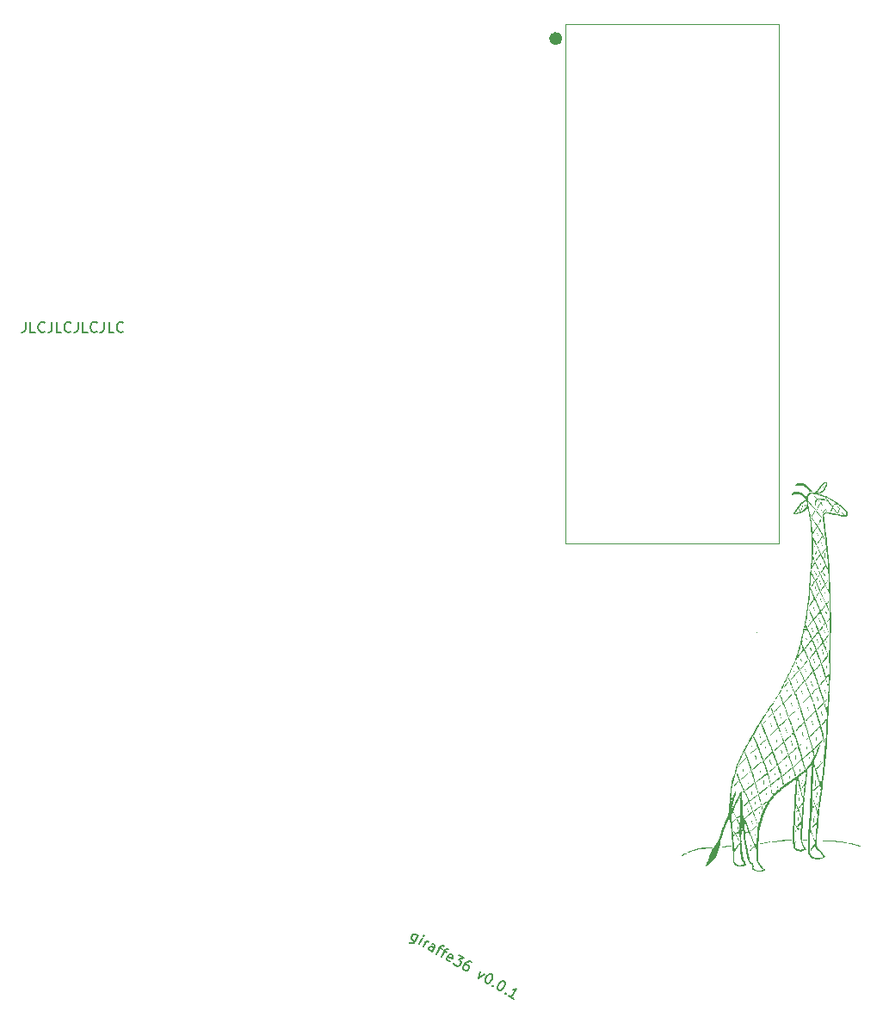
<source format=gto>
%TF.GenerationSoftware,KiCad,Pcbnew,7.0.1*%
%TF.CreationDate,2023-03-26T02:24:17-04:00*%
%TF.ProjectId,giraffe36_pcb_routed,67697261-6666-4653-9336-5f7063625f72,v1.0.0*%
%TF.SameCoordinates,Original*%
%TF.FileFunction,Legend,Top*%
%TF.FilePolarity,Positive*%
%FSLAX46Y46*%
G04 Gerber Fmt 4.6, Leading zero omitted, Abs format (unit mm)*
G04 Created by KiCad (PCBNEW 7.0.1) date 2023-03-26 02:24:17*
%MOMM*%
%LPD*%
G01*
G04 APERTURE LIST*
%ADD10C,0.150000*%
%ADD11C,0.120000*%
%ADD12C,0.635000*%
%ADD13C,3.987800*%
%ADD14C,1.701800*%
%ADD15C,2.286000*%
%ADD16O,1.840000X1.700000*%
%ADD17R,1.840000X1.700000*%
%ADD18C,1.500000*%
%ADD19O,1.600000X2.200000*%
G04 APERTURE END LIST*
D10*
X224385814Y-193128017D02*
X223981052Y-193829085D01*
X223981052Y-193829085D02*
X223892194Y-193887754D01*
X223892194Y-193887754D02*
X223827145Y-193905184D01*
X223827145Y-193905184D02*
X223720857Y-193898804D01*
X223720857Y-193898804D02*
X223597139Y-193827376D01*
X223597139Y-193827376D02*
X223538470Y-193738517D01*
X224076290Y-193664128D02*
X223970002Y-193657748D01*
X223970002Y-193657748D02*
X223805045Y-193562510D01*
X223805045Y-193562510D02*
X223746376Y-193473652D01*
X223746376Y-193473652D02*
X223728946Y-193408603D01*
X223728946Y-193408603D02*
X223735326Y-193302315D01*
X223735326Y-193302315D02*
X223878183Y-193054879D01*
X223878183Y-193054879D02*
X223967041Y-192996210D01*
X223967041Y-192996210D02*
X224032090Y-192978780D01*
X224032090Y-192978780D02*
X224138378Y-192985160D01*
X224138378Y-192985160D02*
X224303335Y-193080398D01*
X224303335Y-193080398D02*
X224362004Y-193169256D01*
X224464874Y-193943462D02*
X224798207Y-193366112D01*
X224964874Y-193077437D02*
X224899825Y-193094867D01*
X224899825Y-193094867D02*
X224917255Y-193159916D01*
X224917255Y-193159916D02*
X224982303Y-193142486D01*
X224982303Y-193142486D02*
X224964874Y-193077437D01*
X224964874Y-193077437D02*
X224917255Y-193159916D01*
X224877266Y-194181557D02*
X225210600Y-193604207D01*
X225115362Y-193769164D02*
X225204220Y-193710495D01*
X225204220Y-193710495D02*
X225269269Y-193693066D01*
X225269269Y-193693066D02*
X225375557Y-193699445D01*
X225375557Y-193699445D02*
X225458035Y-193747064D01*
X225784531Y-194705367D02*
X226046436Y-194251735D01*
X226046436Y-194251735D02*
X226052816Y-194145447D01*
X226052816Y-194145447D02*
X225994147Y-194056588D01*
X225994147Y-194056588D02*
X225829190Y-193961350D01*
X225829190Y-193961350D02*
X225722901Y-193954971D01*
X225808341Y-194664128D02*
X225702053Y-194657748D01*
X225702053Y-194657748D02*
X225495856Y-194538701D01*
X225495856Y-194538701D02*
X225437187Y-194449842D01*
X225437187Y-194449842D02*
X225443567Y-194343554D01*
X225443567Y-194343554D02*
X225491186Y-194261075D01*
X225491186Y-194261075D02*
X225580044Y-194202406D01*
X225580044Y-194202406D02*
X225686332Y-194208786D01*
X225686332Y-194208786D02*
X225892529Y-194327834D01*
X225892529Y-194327834D02*
X225998817Y-194334213D01*
X226406540Y-194294684D02*
X226736454Y-194485160D01*
X226196924Y-194943462D02*
X226625496Y-194201155D01*
X226625496Y-194201155D02*
X226714354Y-194142486D01*
X226714354Y-194142486D02*
X226820642Y-194148866D01*
X226820642Y-194148866D02*
X226903121Y-194196485D01*
X226901412Y-194580398D02*
X227231326Y-194770874D01*
X226691796Y-195229177D02*
X227120368Y-194486869D01*
X227120368Y-194486869D02*
X227209226Y-194428200D01*
X227209226Y-194428200D02*
X227315514Y-194434580D01*
X227315514Y-194434580D02*
X227397993Y-194482199D01*
X227540392Y-195664128D02*
X227434104Y-195657749D01*
X227434104Y-195657749D02*
X227269147Y-195562511D01*
X227269147Y-195562511D02*
X227210478Y-195473652D01*
X227210478Y-195473652D02*
X227216858Y-195367364D01*
X227216858Y-195367364D02*
X227407334Y-195037450D01*
X227407334Y-195037450D02*
X227496192Y-194978781D01*
X227496192Y-194978781D02*
X227602480Y-194985160D01*
X227602480Y-194985160D02*
X227767438Y-195080398D01*
X227767438Y-195080398D02*
X227826107Y-195169257D01*
X227826107Y-195169257D02*
X227819727Y-195275545D01*
X227819727Y-195275545D02*
X227772108Y-195358023D01*
X227772108Y-195358023D02*
X227312096Y-195202407D01*
X228346497Y-195029819D02*
X228882608Y-195339342D01*
X228882608Y-195339342D02*
X228403457Y-195502590D01*
X228403457Y-195502590D02*
X228527175Y-195574019D01*
X228527175Y-195574019D02*
X228585844Y-195662877D01*
X228585844Y-195662877D02*
X228603274Y-195727926D01*
X228603274Y-195727926D02*
X228596894Y-195834214D01*
X228596894Y-195834214D02*
X228477847Y-196040411D01*
X228477847Y-196040411D02*
X228388988Y-196099080D01*
X228388988Y-196099080D02*
X228323939Y-196116509D01*
X228323939Y-196116509D02*
X228217651Y-196110130D01*
X228217651Y-196110130D02*
X227970215Y-195967272D01*
X227970215Y-195967272D02*
X227911546Y-195878414D01*
X227911546Y-195878414D02*
X227894117Y-195813365D01*
X229624916Y-195767914D02*
X229459959Y-195672676D01*
X229459959Y-195672676D02*
X229353671Y-195666296D01*
X229353671Y-195666296D02*
X229288622Y-195683726D01*
X229288622Y-195683726D02*
X229134715Y-195759825D01*
X229134715Y-195759825D02*
X228998237Y-195900972D01*
X228998237Y-195900972D02*
X228807761Y-196230887D01*
X228807761Y-196230887D02*
X228801381Y-196337175D01*
X228801381Y-196337175D02*
X228818811Y-196402224D01*
X228818811Y-196402224D02*
X228877480Y-196491082D01*
X228877480Y-196491082D02*
X229042437Y-196586320D01*
X229042437Y-196586320D02*
X229148726Y-196592700D01*
X229148726Y-196592700D02*
X229213774Y-196575270D01*
X229213774Y-196575270D02*
X229302633Y-196516601D01*
X229302633Y-196516601D02*
X229421680Y-196310404D01*
X229421680Y-196310404D02*
X229428060Y-196204116D01*
X229428060Y-196204116D02*
X229410630Y-196139068D01*
X229410630Y-196139068D02*
X229351961Y-196050209D01*
X229351961Y-196050209D02*
X229187004Y-195954971D01*
X229187004Y-195954971D02*
X229080716Y-195948591D01*
X229080716Y-195948591D02*
X229015667Y-195966021D01*
X229015667Y-195966021D02*
X228926809Y-196024690D01*
X230489232Y-196651827D02*
X230362095Y-197348225D01*
X230362095Y-197348225D02*
X230901625Y-196889922D01*
X231563164Y-196886962D02*
X231645642Y-196934581D01*
X231645642Y-196934581D02*
X231704311Y-197023439D01*
X231704311Y-197023439D02*
X231721741Y-197088488D01*
X231721741Y-197088488D02*
X231715362Y-197194776D01*
X231715362Y-197194776D02*
X231661363Y-197383543D01*
X231661363Y-197383543D02*
X231542315Y-197589739D01*
X231542315Y-197589739D02*
X231405838Y-197730887D01*
X231405838Y-197730887D02*
X231316979Y-197789556D01*
X231316979Y-197789556D02*
X231251931Y-197806986D01*
X231251931Y-197806986D02*
X231145642Y-197800606D01*
X231145642Y-197800606D02*
X231063164Y-197752987D01*
X231063164Y-197752987D02*
X231004495Y-197664129D01*
X231004495Y-197664129D02*
X230987065Y-197599080D01*
X230987065Y-197599080D02*
X230993445Y-197492792D01*
X230993445Y-197492792D02*
X231047443Y-197304025D01*
X231047443Y-197304025D02*
X231166491Y-197097828D01*
X231166491Y-197097828D02*
X231302968Y-196956681D01*
X231302968Y-196956681D02*
X231391827Y-196898012D01*
X231391827Y-196898012D02*
X231456876Y-196880582D01*
X231456876Y-196880582D02*
X231563164Y-196886962D01*
X231770612Y-198051461D02*
X231788042Y-198116510D01*
X231788042Y-198116510D02*
X231722993Y-198133939D01*
X231722993Y-198133939D02*
X231705563Y-198068891D01*
X231705563Y-198068891D02*
X231770612Y-198051461D01*
X231770612Y-198051461D02*
X231722993Y-198133939D01*
X232800343Y-197601247D02*
X232882821Y-197648866D01*
X232882821Y-197648866D02*
X232941490Y-197737725D01*
X232941490Y-197737725D02*
X232958920Y-197802773D01*
X232958920Y-197802773D02*
X232952540Y-197909062D01*
X232952540Y-197909062D02*
X232898541Y-198097828D01*
X232898541Y-198097828D02*
X232779494Y-198304025D01*
X232779494Y-198304025D02*
X232643016Y-198445172D01*
X232643016Y-198445172D02*
X232554158Y-198503842D01*
X232554158Y-198503842D02*
X232489109Y-198521271D01*
X232489109Y-198521271D02*
X232382821Y-198514892D01*
X232382821Y-198514892D02*
X232300343Y-198467273D01*
X232300343Y-198467273D02*
X232241673Y-198378414D01*
X232241673Y-198378414D02*
X232224244Y-198313365D01*
X232224244Y-198313365D02*
X232230623Y-198207077D01*
X232230623Y-198207077D02*
X232284622Y-198018311D01*
X232284622Y-198018311D02*
X232403670Y-197812114D01*
X232403670Y-197812114D02*
X232540147Y-197670966D01*
X232540147Y-197670966D02*
X232629006Y-197612297D01*
X232629006Y-197612297D02*
X232694054Y-197594867D01*
X232694054Y-197594867D02*
X232800343Y-197601247D01*
X233007791Y-198765746D02*
X233025220Y-198830795D01*
X233025220Y-198830795D02*
X232960171Y-198848225D01*
X232960171Y-198848225D02*
X232942742Y-198783176D01*
X232942742Y-198783176D02*
X233007791Y-198765746D01*
X233007791Y-198765746D02*
X232960171Y-198848225D01*
X233826196Y-199348225D02*
X233331325Y-199062510D01*
X233578761Y-199205368D02*
X234078761Y-198339342D01*
X234078761Y-198339342D02*
X233924853Y-198415441D01*
X233924853Y-198415441D02*
X233794756Y-198450301D01*
X233794756Y-198450301D02*
X233688468Y-198443921D01*
X185780951Y-132812619D02*
X185780951Y-133526904D01*
X185780951Y-133526904D02*
X185733332Y-133669761D01*
X185733332Y-133669761D02*
X185638094Y-133765000D01*
X185638094Y-133765000D02*
X185495237Y-133812619D01*
X185495237Y-133812619D02*
X185399999Y-133812619D01*
X186733332Y-133812619D02*
X186257142Y-133812619D01*
X186257142Y-133812619D02*
X186257142Y-132812619D01*
X187638094Y-133717380D02*
X187590475Y-133765000D01*
X187590475Y-133765000D02*
X187447618Y-133812619D01*
X187447618Y-133812619D02*
X187352380Y-133812619D01*
X187352380Y-133812619D02*
X187209523Y-133765000D01*
X187209523Y-133765000D02*
X187114285Y-133669761D01*
X187114285Y-133669761D02*
X187066666Y-133574523D01*
X187066666Y-133574523D02*
X187019047Y-133384047D01*
X187019047Y-133384047D02*
X187019047Y-133241190D01*
X187019047Y-133241190D02*
X187066666Y-133050714D01*
X187066666Y-133050714D02*
X187114285Y-132955476D01*
X187114285Y-132955476D02*
X187209523Y-132860238D01*
X187209523Y-132860238D02*
X187352380Y-132812619D01*
X187352380Y-132812619D02*
X187447618Y-132812619D01*
X187447618Y-132812619D02*
X187590475Y-132860238D01*
X187590475Y-132860238D02*
X187638094Y-132907857D01*
X188352380Y-132812619D02*
X188352380Y-133526904D01*
X188352380Y-133526904D02*
X188304761Y-133669761D01*
X188304761Y-133669761D02*
X188209523Y-133765000D01*
X188209523Y-133765000D02*
X188066666Y-133812619D01*
X188066666Y-133812619D02*
X187971428Y-133812619D01*
X189304761Y-133812619D02*
X188828571Y-133812619D01*
X188828571Y-133812619D02*
X188828571Y-132812619D01*
X190209523Y-133717380D02*
X190161904Y-133765000D01*
X190161904Y-133765000D02*
X190019047Y-133812619D01*
X190019047Y-133812619D02*
X189923809Y-133812619D01*
X189923809Y-133812619D02*
X189780952Y-133765000D01*
X189780952Y-133765000D02*
X189685714Y-133669761D01*
X189685714Y-133669761D02*
X189638095Y-133574523D01*
X189638095Y-133574523D02*
X189590476Y-133384047D01*
X189590476Y-133384047D02*
X189590476Y-133241190D01*
X189590476Y-133241190D02*
X189638095Y-133050714D01*
X189638095Y-133050714D02*
X189685714Y-132955476D01*
X189685714Y-132955476D02*
X189780952Y-132860238D01*
X189780952Y-132860238D02*
X189923809Y-132812619D01*
X189923809Y-132812619D02*
X190019047Y-132812619D01*
X190019047Y-132812619D02*
X190161904Y-132860238D01*
X190161904Y-132860238D02*
X190209523Y-132907857D01*
X190923809Y-132812619D02*
X190923809Y-133526904D01*
X190923809Y-133526904D02*
X190876190Y-133669761D01*
X190876190Y-133669761D02*
X190780952Y-133765000D01*
X190780952Y-133765000D02*
X190638095Y-133812619D01*
X190638095Y-133812619D02*
X190542857Y-133812619D01*
X191876190Y-133812619D02*
X191400000Y-133812619D01*
X191400000Y-133812619D02*
X191400000Y-132812619D01*
X192780952Y-133717380D02*
X192733333Y-133765000D01*
X192733333Y-133765000D02*
X192590476Y-133812619D01*
X192590476Y-133812619D02*
X192495238Y-133812619D01*
X192495238Y-133812619D02*
X192352381Y-133765000D01*
X192352381Y-133765000D02*
X192257143Y-133669761D01*
X192257143Y-133669761D02*
X192209524Y-133574523D01*
X192209524Y-133574523D02*
X192161905Y-133384047D01*
X192161905Y-133384047D02*
X192161905Y-133241190D01*
X192161905Y-133241190D02*
X192209524Y-133050714D01*
X192209524Y-133050714D02*
X192257143Y-132955476D01*
X192257143Y-132955476D02*
X192352381Y-132860238D01*
X192352381Y-132860238D02*
X192495238Y-132812619D01*
X192495238Y-132812619D02*
X192590476Y-132812619D01*
X192590476Y-132812619D02*
X192733333Y-132860238D01*
X192733333Y-132860238D02*
X192780952Y-132907857D01*
X193495238Y-132812619D02*
X193495238Y-133526904D01*
X193495238Y-133526904D02*
X193447619Y-133669761D01*
X193447619Y-133669761D02*
X193352381Y-133765000D01*
X193352381Y-133765000D02*
X193209524Y-133812619D01*
X193209524Y-133812619D02*
X193114286Y-133812619D01*
X194447619Y-133812619D02*
X193971429Y-133812619D01*
X193971429Y-133812619D02*
X193971429Y-132812619D01*
X195352381Y-133717380D02*
X195304762Y-133765000D01*
X195304762Y-133765000D02*
X195161905Y-133812619D01*
X195161905Y-133812619D02*
X195066667Y-133812619D01*
X195066667Y-133812619D02*
X194923810Y-133765000D01*
X194923810Y-133765000D02*
X194828572Y-133669761D01*
X194828572Y-133669761D02*
X194780953Y-133574523D01*
X194780953Y-133574523D02*
X194733334Y-133384047D01*
X194733334Y-133384047D02*
X194733334Y-133241190D01*
X194733334Y-133241190D02*
X194780953Y-133050714D01*
X194780953Y-133050714D02*
X194828572Y-132955476D01*
X194828572Y-132955476D02*
X194923810Y-132860238D01*
X194923810Y-132860238D02*
X195066667Y-132812619D01*
X195066667Y-132812619D02*
X195161905Y-132812619D01*
X195161905Y-132812619D02*
X195304762Y-132860238D01*
X195304762Y-132860238D02*
X195352381Y-132907857D01*
%TO.C,G\u002A\u002A\u002A*%
G36*
X257675743Y-186882314D02*
G01*
X257657600Y-186900457D01*
X257639457Y-186882314D01*
X257657600Y-186864172D01*
X257675743Y-186882314D01*
G37*
G36*
X263328311Y-149549942D02*
G01*
X263644599Y-149549942D01*
X263667155Y-149586629D01*
X263710385Y-149597946D01*
X263767802Y-149583321D01*
X263861536Y-149547434D01*
X263903714Y-149528984D01*
X264087876Y-149418395D01*
X264254881Y-149268476D01*
X264392688Y-149094905D01*
X264489254Y-148913363D01*
X264532537Y-148739528D01*
X264533743Y-148708668D01*
X264533743Y-148579257D01*
X264379529Y-148687151D01*
X264277318Y-148765830D01*
X264175513Y-148855678D01*
X264089866Y-148941343D01*
X264036128Y-149007475D01*
X264025743Y-149031916D01*
X264005114Y-149077455D01*
X263952122Y-149161036D01*
X263880110Y-149264333D01*
X263802420Y-149369016D01*
X263732395Y-149456758D01*
X263683377Y-149509232D01*
X263673327Y-149516005D01*
X263644599Y-149549942D01*
X263328311Y-149549942D01*
X263462644Y-149513025D01*
X263569269Y-149444808D01*
X263660527Y-149336211D01*
X263727401Y-149226807D01*
X263829400Y-149071946D01*
X263953988Y-148921541D01*
X264090857Y-148783880D01*
X264229695Y-148667254D01*
X264360195Y-148579952D01*
X264472045Y-148530264D01*
X264554937Y-148526480D01*
X264579635Y-148541549D01*
X264610931Y-148615176D01*
X264617972Y-148731323D01*
X264602257Y-148864663D01*
X264565284Y-148989869D01*
X264551300Y-149020072D01*
X264423538Y-149231125D01*
X264276787Y-149411382D01*
X264121635Y-149551231D01*
X263968672Y-149641060D01*
X263833836Y-149671314D01*
X263779523Y-149677988D01*
X263785432Y-149694039D01*
X263840850Y-149713515D01*
X263935063Y-149730462D01*
X263941720Y-149731269D01*
X264064387Y-149758437D01*
X264227189Y-149811756D01*
X264406624Y-149882485D01*
X264579194Y-149961883D01*
X264624457Y-149985206D01*
X264799048Y-150079409D01*
X264975206Y-150177124D01*
X265141128Y-150271497D01*
X265285013Y-150355671D01*
X265395059Y-150422791D01*
X265459464Y-150466002D01*
X265471124Y-150477015D01*
X265512869Y-150504296D01*
X265528237Y-150505886D01*
X265597765Y-150531642D01*
X265712173Y-150606365D01*
X265866540Y-150726236D01*
X266055941Y-150887437D01*
X266271191Y-151082192D01*
X266417205Y-151218294D01*
X266518238Y-151316659D01*
X266582572Y-151388841D01*
X266618490Y-151446396D01*
X266634273Y-151500879D01*
X266638205Y-151563843D01*
X266638315Y-151594370D01*
X266618485Y-151753735D01*
X266561943Y-151863189D01*
X266515966Y-151915154D01*
X266467709Y-151941969D01*
X266395193Y-151948957D01*
X266276441Y-151941444D01*
X266248967Y-151939009D01*
X266082096Y-151917876D01*
X265906473Y-151886334D01*
X265808267Y-151863558D01*
X265656095Y-151825956D01*
X265471758Y-151784633D01*
X265271389Y-151742724D01*
X265071121Y-151703360D01*
X264887090Y-151669675D01*
X264735429Y-151644802D01*
X264632272Y-151631873D01*
X264609272Y-151630743D01*
X264492015Y-151644063D01*
X264405152Y-151667634D01*
X264355424Y-151689595D01*
X264328136Y-151719821D01*
X264318904Y-151776005D01*
X264323347Y-151875843D01*
X264331008Y-151966991D01*
X264348109Y-152153946D01*
X264365526Y-152320141D01*
X264386502Y-152493700D01*
X264414279Y-152702746D01*
X264424031Y-152773743D01*
X264435308Y-152859327D01*
X264449477Y-152974232D01*
X264467086Y-153123370D01*
X264488686Y-153311651D01*
X264514824Y-153543984D01*
X264546052Y-153825280D01*
X264582918Y-154160450D01*
X264625972Y-154554404D01*
X264675764Y-155012053D01*
X264716371Y-155386314D01*
X264740522Y-155604991D01*
X264763002Y-155800897D01*
X264782336Y-155961786D01*
X264797052Y-156075411D01*
X264805677Y-156129526D01*
X264805845Y-156130171D01*
X264811971Y-156183421D01*
X264819460Y-156295769D01*
X264827596Y-156453770D01*
X264835661Y-156643980D01*
X264840687Y-156783314D01*
X264853440Y-157141994D01*
X264866915Y-157473275D01*
X264882196Y-157799741D01*
X264900372Y-158143972D01*
X264922527Y-158528554D01*
X264933215Y-158706457D01*
X264941524Y-158871078D01*
X264950411Y-159096340D01*
X264959534Y-159370319D01*
X264968550Y-159681090D01*
X264977115Y-160016729D01*
X264984887Y-160365310D01*
X264991521Y-160714911D01*
X264992229Y-160756600D01*
X264999065Y-161164308D01*
X265004766Y-161507928D01*
X265009344Y-161795934D01*
X265012811Y-162036798D01*
X265015179Y-162238996D01*
X265016460Y-162411002D01*
X265016667Y-162561288D01*
X265015812Y-162698329D01*
X265013906Y-162830599D01*
X265010963Y-162966572D01*
X265006993Y-163114721D01*
X265002009Y-163283521D01*
X264996127Y-163478029D01*
X264987195Y-163782383D01*
X264980057Y-164048404D01*
X264974550Y-164289966D01*
X264970512Y-164520942D01*
X264967782Y-164755208D01*
X264966197Y-165006637D01*
X264965596Y-165289104D01*
X264965816Y-165616483D01*
X264966688Y-165999886D01*
X264966501Y-166531330D01*
X264962865Y-166996606D01*
X264955817Y-167394796D01*
X264945393Y-167724986D01*
X264931631Y-167986256D01*
X264914567Y-168177692D01*
X264894237Y-168298376D01*
X264872977Y-168345902D01*
X264842389Y-168391075D01*
X264858540Y-168411789D01*
X264876096Y-168459450D01*
X264888007Y-168573306D01*
X264893809Y-168747167D01*
X264894102Y-168887339D01*
X264890241Y-169092219D01*
X264881886Y-169228789D01*
X264868622Y-169301196D01*
X264851253Y-169314428D01*
X264828204Y-169315996D01*
X264840327Y-169359433D01*
X264863228Y-169433444D01*
X264866894Y-169465172D01*
X264864805Y-169514070D01*
X264860689Y-169619526D01*
X264855158Y-169765571D01*
X264849388Y-169920934D01*
X264839620Y-170095670D01*
X264824899Y-170249798D01*
X264807329Y-170365192D01*
X264791425Y-170419863D01*
X264768773Y-170483497D01*
X264787810Y-170499314D01*
X264805499Y-170520872D01*
X264813138Y-170589543D01*
X264810577Y-170711325D01*
X264797663Y-170892212D01*
X264774247Y-171138204D01*
X264770909Y-171170600D01*
X264762108Y-171286216D01*
X264753400Y-171454616D01*
X264745623Y-171656018D01*
X264739615Y-171870637D01*
X264738096Y-171944681D01*
X264732470Y-172138699D01*
X264723715Y-172306485D01*
X264712821Y-172434903D01*
X264700780Y-172510818D01*
X264694301Y-172525253D01*
X264657811Y-172574092D01*
X264655445Y-172623083D01*
X264681497Y-172640171D01*
X264703269Y-172674443D01*
X264704494Y-172774946D01*
X264699407Y-172830671D01*
X264689474Y-172943502D01*
X264678325Y-173106279D01*
X264667384Y-173296422D01*
X264658784Y-173474743D01*
X264649675Y-173676408D01*
X264639947Y-173877409D01*
X264630850Y-174052667D01*
X264624451Y-174164171D01*
X264614955Y-174316091D01*
X264603151Y-174504289D01*
X264591307Y-174692618D01*
X264589165Y-174726600D01*
X264575050Y-174914452D01*
X264556541Y-175112788D01*
X264537257Y-175283408D01*
X264534127Y-175307171D01*
X264516537Y-175450227D01*
X264495914Y-175638403D01*
X264475144Y-175844492D01*
X264461015Y-175996600D01*
X264444459Y-176177878D01*
X264428610Y-176342327D01*
X264415349Y-176470937D01*
X264407066Y-176541190D01*
X264395842Y-176636063D01*
X264382345Y-176770595D01*
X264372051Y-176885904D01*
X264358688Y-177032770D01*
X264344421Y-177170308D01*
X264334978Y-177248457D01*
X264321622Y-177357178D01*
X264306014Y-177499485D01*
X264296686Y-177591867D01*
X264280027Y-177714863D01*
X264258496Y-177810208D01*
X264241769Y-177849206D01*
X264221926Y-177896516D01*
X264226803Y-177909137D01*
X264231406Y-177951238D01*
X264228313Y-178047947D01*
X264219212Y-178181907D01*
X264205792Y-178335762D01*
X264189742Y-178492158D01*
X264172750Y-178633739D01*
X264156504Y-178743149D01*
X264142693Y-178803033D01*
X264139282Y-178808743D01*
X264122960Y-178854099D01*
X264114561Y-178939259D01*
X264114441Y-178944814D01*
X264108889Y-179157827D01*
X264100391Y-179303426D01*
X264088443Y-179386729D01*
X264072543Y-179412852D01*
X264068594Y-179411515D01*
X264052417Y-179428740D01*
X264053936Y-179495606D01*
X264054570Y-179500088D01*
X264055720Y-179575098D01*
X264036642Y-179607017D01*
X264036146Y-179607029D01*
X264016115Y-179637746D01*
X264016714Y-179707103D01*
X264016097Y-179793495D01*
X264000113Y-179921350D01*
X263974144Y-180054069D01*
X263944679Y-180196418D01*
X263924012Y-180325490D01*
X263916886Y-180407566D01*
X263905543Y-180483009D01*
X263878459Y-180514171D01*
X263856788Y-180536401D01*
X263862457Y-180550457D01*
X263856052Y-180583294D01*
X263837385Y-180587299D01*
X263809828Y-180595088D01*
X263839513Y-180619293D01*
X263864343Y-180671690D01*
X263871256Y-180767624D01*
X263862692Y-180880977D01*
X263841092Y-180985628D01*
X263808896Y-181055459D01*
X263797820Y-181065535D01*
X263774773Y-181089345D01*
X263802996Y-181094187D01*
X263833509Y-181113639D01*
X263835064Y-181180552D01*
X263827444Y-181227720D01*
X263813859Y-181327129D01*
X263800183Y-181471617D01*
X263788921Y-181633740D01*
X263786856Y-181672220D01*
X263774454Y-181862532D01*
X263756624Y-182068565D01*
X263737103Y-182247411D01*
X263736019Y-182255886D01*
X263669266Y-182909878D01*
X263644508Y-183309710D01*
X263635468Y-183492476D01*
X263624937Y-183691961D01*
X263616955Y-183834314D01*
X263613142Y-183982490D01*
X263617806Y-184118711D01*
X263628688Y-184206243D01*
X263638079Y-184285431D01*
X263625980Y-184323550D01*
X263622779Y-184324172D01*
X263591537Y-184352168D01*
X263590314Y-184362599D01*
X263611651Y-184385611D01*
X263622389Y-184381203D01*
X263656485Y-184396409D01*
X263695397Y-184460315D01*
X263697521Y-184465330D01*
X263743678Y-184539064D01*
X263827725Y-184641931D01*
X263933537Y-184754592D01*
X263961862Y-184782368D01*
X264086705Y-184903428D01*
X264211552Y-185025869D01*
X264311771Y-185125516D01*
X264321747Y-185135577D01*
X264460349Y-185275696D01*
X264382461Y-185385079D01*
X264256103Y-185502086D01*
X264068052Y-185587970D01*
X263823107Y-185640679D01*
X263769731Y-185646855D01*
X263610967Y-185655978D01*
X263481260Y-185642009D01*
X263339379Y-185599915D01*
X263316160Y-185591477D01*
X263171782Y-185535058D01*
X263075669Y-185485029D01*
X263006826Y-185426102D01*
X262944261Y-185342988D01*
X262917153Y-185300914D01*
X262847536Y-185176143D01*
X262797029Y-185045933D01*
X262763263Y-184896437D01*
X262743872Y-184713806D01*
X262736486Y-184484196D01*
X262737721Y-184251600D01*
X262746033Y-183881148D01*
X262754680Y-183632380D01*
X262837211Y-183632380D01*
X262842174Y-183634743D01*
X262875288Y-183609199D01*
X262882743Y-183598457D01*
X262891989Y-183564534D01*
X262887026Y-183562172D01*
X262853912Y-183587716D01*
X262846457Y-183598457D01*
X262837211Y-183632380D01*
X262754680Y-183632380D01*
X262758896Y-183511101D01*
X262775438Y-183160414D01*
X262779890Y-183088552D01*
X262914258Y-183088552D01*
X262931527Y-183105112D01*
X262951578Y-183156268D01*
X262954802Y-183268159D01*
X262948907Y-183354576D01*
X262939598Y-183493057D01*
X262932443Y-183675947D01*
X262927464Y-183889008D01*
X262924680Y-184118003D01*
X262924112Y-184348692D01*
X262925781Y-184566838D01*
X262929707Y-184758202D01*
X262935911Y-184908547D01*
X262944412Y-185003634D01*
X262946525Y-185015411D01*
X263009905Y-185162829D01*
X263124671Y-185301877D01*
X263270576Y-185412549D01*
X263406667Y-185470076D01*
X263493776Y-185489667D01*
X263576695Y-185499105D01*
X263674469Y-185498230D01*
X263806140Y-185486885D01*
X263988253Y-185465224D01*
X264122520Y-185441462D01*
X264205595Y-185406152D01*
X264236584Y-185353106D01*
X264214594Y-185276135D01*
X264138730Y-185169052D01*
X264008099Y-185025669D01*
X263910508Y-184927030D01*
X263746521Y-184764476D01*
X263626235Y-184643139D01*
X263542915Y-184552054D01*
X263489830Y-184480253D01*
X263460245Y-184416770D01*
X263447429Y-184350640D01*
X263444649Y-184270895D01*
X263445172Y-184169096D01*
X263442481Y-184088314D01*
X263517743Y-184088314D01*
X263535886Y-184106457D01*
X263554029Y-184088314D01*
X263535886Y-184070172D01*
X263517743Y-184088314D01*
X263442481Y-184088314D01*
X263439538Y-183999967D01*
X263421122Y-183888961D01*
X263387650Y-183822392D01*
X263387535Y-183822258D01*
X263348500Y-183754460D01*
X263296549Y-183634290D01*
X263237675Y-183479441D01*
X263177871Y-183307606D01*
X263123130Y-183136476D01*
X263079444Y-182983747D01*
X263052807Y-182867109D01*
X263047479Y-182818314D01*
X263055786Y-182789078D01*
X263080111Y-182825954D01*
X263121257Y-182930525D01*
X263156111Y-183031671D01*
X263203345Y-183176824D01*
X263240317Y-183297564D01*
X263261740Y-183376264D01*
X263264974Y-183394528D01*
X263280551Y-183450133D01*
X263318224Y-183541574D01*
X263336314Y-183580314D01*
X263379814Y-183680835D01*
X263405144Y-183759526D01*
X263407655Y-183776862D01*
X263420334Y-183808309D01*
X263445586Y-183786734D01*
X263468741Y-183726380D01*
X263471038Y-183715336D01*
X263481173Y-183639310D01*
X263494898Y-183506108D01*
X263510941Y-183330962D01*
X263528033Y-183129104D01*
X263544902Y-182915766D01*
X263560278Y-182706179D01*
X263572889Y-182515577D01*
X263577087Y-182444279D01*
X263598062Y-182070244D01*
X263340188Y-182327096D01*
X263226191Y-182435472D01*
X263140549Y-182506443D01*
X263091201Y-182533869D01*
X263082314Y-182526540D01*
X263106709Y-182477038D01*
X263170041Y-182395051D01*
X263257532Y-182296077D01*
X263354404Y-182195613D01*
X263445878Y-182109158D01*
X263517177Y-182052208D01*
X263548016Y-182038172D01*
X263571291Y-182031092D01*
X263590632Y-182004241D01*
X263607379Y-181949198D01*
X263622874Y-181857544D01*
X263638456Y-181720860D01*
X263655466Y-181530726D01*
X263675244Y-181278722D01*
X263680888Y-181203600D01*
X263692025Y-181062935D01*
X263704688Y-180923398D01*
X263721040Y-180763069D01*
X263722466Y-180750029D01*
X263771743Y-180750029D01*
X263789886Y-180768171D01*
X263808029Y-180750029D01*
X263789886Y-180731886D01*
X263771743Y-180750029D01*
X263722466Y-180750029D01*
X263743241Y-180560028D01*
X263752447Y-180477886D01*
X263754356Y-180459743D01*
X263808029Y-180459743D01*
X263826172Y-180477886D01*
X263844314Y-180459743D01*
X263826172Y-180441600D01*
X263808029Y-180459743D01*
X263754356Y-180459743D01*
X263763271Y-180375033D01*
X263777343Y-180232566D01*
X263790166Y-180096886D01*
X263804701Y-179961681D01*
X263820327Y-179850957D01*
X263833673Y-179788595D01*
X263833724Y-179788457D01*
X263840217Y-179762573D01*
X263922735Y-179762573D01*
X263931564Y-179782851D01*
X263968100Y-179821805D01*
X263989104Y-179813814D01*
X263989457Y-179808742D01*
X263963684Y-179778050D01*
X263947565Y-179766849D01*
X263922735Y-179762573D01*
X263840217Y-179762573D01*
X263852558Y-179713371D01*
X263866421Y-179625171D01*
X263882657Y-179502406D01*
X263897282Y-179407457D01*
X263915412Y-179296548D01*
X263935628Y-179168819D01*
X263938010Y-179153457D01*
X263961585Y-179041898D01*
X263991080Y-178952161D01*
X263996838Y-178940200D01*
X263997926Y-178935743D01*
X264062029Y-178935743D01*
X264080172Y-178953886D01*
X264098314Y-178935743D01*
X264080172Y-178917600D01*
X264062029Y-178935743D01*
X263997926Y-178935743D01*
X264013275Y-178872848D01*
X263992430Y-178846866D01*
X263969167Y-178793673D01*
X263981567Y-178681885D01*
X263982155Y-178679123D01*
X263990123Y-178609171D01*
X264062029Y-178609171D01*
X264080172Y-178627314D01*
X264098314Y-178609171D01*
X264080172Y-178591029D01*
X264062029Y-178609171D01*
X263990123Y-178609171D01*
X263995219Y-178564430D01*
X263971186Y-178482626D01*
X263958931Y-178464029D01*
X264098314Y-178464029D01*
X264116457Y-178482171D01*
X264134600Y-178464029D01*
X264116457Y-178445886D01*
X264098314Y-178464029D01*
X263958931Y-178464029D01*
X263955714Y-178459148D01*
X263898743Y-178381696D01*
X263753600Y-178493990D01*
X263642615Y-178585035D01*
X263516097Y-178696184D01*
X263445172Y-178761922D01*
X263352299Y-178843918D01*
X263275330Y-178900314D01*
X263236529Y-178917580D01*
X263220307Y-178915839D01*
X263207951Y-178916382D01*
X263198808Y-178927882D01*
X263192229Y-178959013D01*
X263187563Y-179018448D01*
X263184157Y-179114861D01*
X263181363Y-179256925D01*
X263178527Y-179453314D01*
X263175001Y-179712700D01*
X263174576Y-179743100D01*
X263172688Y-179970790D01*
X263173528Y-180171823D01*
X263176845Y-180335665D01*
X263182386Y-180451780D01*
X263189900Y-180509634D01*
X263193010Y-180514171D01*
X263245752Y-180487428D01*
X263303069Y-180428329D01*
X263335421Y-180368575D01*
X263336314Y-180360389D01*
X263350590Y-180337514D01*
X263358421Y-180342754D01*
X263360299Y-180387422D01*
X263335319Y-180466760D01*
X263331421Y-180475802D01*
X263281482Y-180562344D01*
X263224575Y-180593262D01*
X263187438Y-180592819D01*
X263175903Y-180625339D01*
X263162548Y-180714913D01*
X263149372Y-180846124D01*
X263142125Y-180942308D01*
X263130029Y-181105266D01*
X263117081Y-181249574D01*
X263105297Y-181353856D01*
X263100328Y-181385029D01*
X263089264Y-181465723D01*
X263077476Y-181592412D01*
X263067409Y-181738588D01*
X263066886Y-181747886D01*
X263053664Y-181968823D01*
X263036155Y-182235828D01*
X263016148Y-182522653D01*
X262995429Y-182803050D01*
X262991744Y-182851056D01*
X262975693Y-182959831D01*
X262950319Y-183036542D01*
X262935568Y-183055163D01*
X262914258Y-183088552D01*
X262779890Y-183088552D01*
X262794789Y-182848041D01*
X262798658Y-182800172D01*
X262900886Y-182800172D01*
X262914162Y-182830039D01*
X262925076Y-182824362D01*
X262929419Y-182781299D01*
X262925076Y-182775981D01*
X262903505Y-182780962D01*
X262900886Y-182800172D01*
X262798658Y-182800172D01*
X262811854Y-182636886D01*
X262826013Y-182483590D01*
X262840126Y-182329858D01*
X262846874Y-182255886D01*
X262855125Y-182148370D01*
X262864903Y-181989438D01*
X262876428Y-181774769D01*
X262889925Y-181500038D01*
X262892728Y-181439457D01*
X263009743Y-181439457D01*
X263027886Y-181457600D01*
X263046029Y-181439457D01*
X263027886Y-181421314D01*
X263009743Y-181439457D01*
X262892728Y-181439457D01*
X262902800Y-181221743D01*
X263009743Y-181221743D01*
X263027886Y-181239886D01*
X263046029Y-181221743D01*
X263027886Y-181203600D01*
X263009743Y-181221743D01*
X262902800Y-181221743D01*
X262905614Y-181160923D01*
X262909499Y-181073576D01*
X263048893Y-181073576D01*
X263055565Y-181120639D01*
X263067951Y-181121201D01*
X263076613Y-181072637D01*
X263070816Y-181051654D01*
X263054704Y-181037909D01*
X263048893Y-181073576D01*
X262909499Y-181073576D01*
X262921470Y-180804457D01*
X262923932Y-180750029D01*
X263082314Y-180750029D01*
X263100457Y-180768171D01*
X263118600Y-180750029D01*
X263100457Y-180731886D01*
X263082314Y-180750029D01*
X262923932Y-180750029D01*
X262928855Y-180641171D01*
X263046029Y-180641171D01*
X263064172Y-180659314D01*
X263082314Y-180641171D01*
X263064172Y-180623029D01*
X263046029Y-180641171D01*
X262928855Y-180641171D01*
X262930826Y-180597580D01*
X262940863Y-180386309D01*
X262950261Y-180197858D01*
X262950808Y-180187600D01*
X263046029Y-180187600D01*
X263059305Y-180217467D01*
X263070219Y-180211791D01*
X263074562Y-180168728D01*
X263070219Y-180163410D01*
X263048647Y-180168391D01*
X263046029Y-180187600D01*
X262950808Y-180187600D01*
X262956607Y-180078743D01*
X262961647Y-179956178D01*
X262966562Y-179777684D01*
X262971013Y-179559905D01*
X262973052Y-179425600D01*
X263046029Y-179425600D01*
X263058409Y-179460942D01*
X263062030Y-179461886D01*
X263093010Y-179436459D01*
X263100457Y-179425600D01*
X263097580Y-179392163D01*
X263084456Y-179389314D01*
X263047505Y-179415655D01*
X263046029Y-179425600D01*
X262973052Y-179425600D01*
X262974663Y-179319481D01*
X262975984Y-179189743D01*
X263118600Y-179189743D01*
X263136743Y-179207886D01*
X263154886Y-179189743D01*
X263136743Y-179171600D01*
X263118600Y-179189743D01*
X262975984Y-179189743D01*
X262977173Y-179073057D01*
X262977249Y-179062743D01*
X262981667Y-178791675D01*
X262989517Y-178536600D01*
X263118600Y-178536600D01*
X263136743Y-178554743D01*
X263154886Y-178536600D01*
X263136743Y-178518457D01*
X263118600Y-178536600D01*
X262989517Y-178536600D01*
X262990566Y-178502514D01*
X263002938Y-178218932D01*
X263017778Y-177964603D01*
X263031242Y-177792743D01*
X263049464Y-177571961D01*
X263052861Y-177520600D01*
X263191172Y-177520600D01*
X263209314Y-177538743D01*
X263227457Y-177520600D01*
X263209314Y-177502457D01*
X263191172Y-177520600D01*
X263052861Y-177520600D01*
X263064428Y-177345717D01*
X263074719Y-177138749D01*
X263078924Y-176975796D01*
X263078947Y-176958171D01*
X263083097Y-176797601D01*
X263094902Y-176649084D01*
X263112025Y-176539739D01*
X263116469Y-176522982D01*
X263146026Y-176417002D01*
X263150586Y-176362719D01*
X263128955Y-176343273D01*
X263103596Y-176341314D01*
X263055522Y-176367912D01*
X262989990Y-176433893D01*
X262922869Y-176518543D01*
X262870026Y-176601145D01*
X262847329Y-176660982D01*
X262849579Y-176672937D01*
X262839743Y-176688564D01*
X262812056Y-176681731D01*
X262764240Y-176680967D01*
X262755743Y-176697266D01*
X262784383Y-176741696D01*
X262799313Y-176748933D01*
X262824080Y-176769201D01*
X262799313Y-176790384D01*
X262760931Y-176791901D01*
X262755743Y-176774441D01*
X262741956Y-176751172D01*
X262701314Y-176776743D01*
X262661255Y-176823877D01*
X262646360Y-176865542D01*
X262662796Y-176878082D01*
X262676606Y-176871515D01*
X262692546Y-176886609D01*
X262692314Y-176946100D01*
X262679472Y-177024548D01*
X262657584Y-177096513D01*
X262640813Y-177127000D01*
X262629749Y-177170847D01*
X262644868Y-177181429D01*
X262663360Y-177223474D01*
X262658672Y-177330816D01*
X262647316Y-177411743D01*
X262624191Y-177569281D01*
X262603473Y-177732102D01*
X262594964Y-177810886D01*
X262573679Y-178026568D01*
X262553159Y-178225593D01*
X262535252Y-178390542D01*
X262521806Y-178503997D01*
X262519886Y-178518457D01*
X262503741Y-178644795D01*
X262485131Y-178802624D01*
X262467041Y-178965220D01*
X262452454Y-179105861D01*
X262444923Y-179189743D01*
X262437963Y-179276191D01*
X262433017Y-179325814D01*
X262399466Y-179349490D01*
X262369758Y-179353029D01*
X262340270Y-179344384D01*
X262325036Y-179308917D01*
X262322123Y-179232327D01*
X262329595Y-179100314D01*
X262331722Y-179071814D01*
X262348659Y-178884761D01*
X262371373Y-178679003D01*
X262391773Y-178522117D01*
X262403450Y-178427743D01*
X262465457Y-178427743D01*
X262483600Y-178445886D01*
X262501743Y-178427743D01*
X262483600Y-178409600D01*
X262465457Y-178427743D01*
X262403450Y-178427743D01*
X262408058Y-178390500D01*
X262415596Y-178289150D01*
X262413058Y-178237252D01*
X262411665Y-178234856D01*
X262395563Y-178246733D01*
X262392886Y-178273529D01*
X262378209Y-178331003D01*
X262365672Y-178343076D01*
X262331441Y-178377750D01*
X262272981Y-178453656D01*
X262229600Y-178515407D01*
X262161153Y-178606091D01*
X262121347Y-178633395D01*
X262109212Y-178616234D01*
X262123217Y-178553980D01*
X262170713Y-178459336D01*
X262237415Y-178354542D01*
X262309039Y-178261834D01*
X262371300Y-178203451D01*
X262376287Y-178200454D01*
X262414899Y-178144300D01*
X262451710Y-178026483D01*
X262484445Y-177857913D01*
X262510829Y-177649496D01*
X262523786Y-177493491D01*
X262537408Y-177336190D01*
X262555822Y-177180609D01*
X262570706Y-177085277D01*
X262585491Y-176988687D01*
X262588178Y-176930049D01*
X262584489Y-176921886D01*
X262550646Y-176943551D01*
X262476747Y-177000745D01*
X262377835Y-177081764D01*
X262362965Y-177094243D01*
X262257870Y-177182202D01*
X262172324Y-177252897D01*
X262123440Y-177292196D01*
X262121320Y-177293787D01*
X262073599Y-177332230D01*
X261993949Y-177399227D01*
X261947595Y-177438930D01*
X261810733Y-177556886D01*
X261941275Y-178173743D01*
X261984693Y-178380620D01*
X262023055Y-178566628D01*
X262053679Y-178718516D01*
X262073888Y-178823034D01*
X262080699Y-178863171D01*
X262095852Y-178935210D01*
X262126301Y-179049409D01*
X262158951Y-179159679D01*
X262201511Y-179284414D01*
X262239998Y-179355837D01*
X262286702Y-179391336D01*
X262331865Y-179404324D01*
X262404315Y-179433325D01*
X262418683Y-179470674D01*
X262378565Y-179507107D01*
X262361136Y-179507243D01*
X262322848Y-179522467D01*
X262320314Y-179534457D01*
X262348606Y-179568782D01*
X262362140Y-179570743D01*
X262379642Y-179592131D01*
X262388120Y-179661375D01*
X262387818Y-179786098D01*
X262378983Y-179973922D01*
X262376492Y-180015243D01*
X262365789Y-180194841D01*
X262357026Y-180354093D01*
X262351116Y-180475565D01*
X262348971Y-180541386D01*
X262335040Y-180605107D01*
X262312033Y-180623029D01*
X262298466Y-180643873D01*
X262317633Y-180674227D01*
X262339568Y-180728208D01*
X262322076Y-180748940D01*
X262285809Y-180796691D01*
X262284029Y-180808740D01*
X262307058Y-180826882D01*
X262325921Y-180819135D01*
X262352082Y-180813587D01*
X262347499Y-180826114D01*
X262335104Y-180875708D01*
X262320380Y-180977901D01*
X262306060Y-181112900D01*
X262302883Y-181149220D01*
X262289285Y-181306207D01*
X262275898Y-181451800D01*
X262265366Y-181557353D01*
X262264365Y-181566457D01*
X262257982Y-181646990D01*
X262249922Y-181783725D01*
X262241038Y-181960337D01*
X262232181Y-182160502D01*
X262228356Y-182255886D01*
X262218199Y-182476846D01*
X262205305Y-182696640D01*
X262191113Y-182893824D01*
X262177064Y-183046954D01*
X262172725Y-183084011D01*
X262143127Y-183388468D01*
X262140447Y-183638888D01*
X262165462Y-183848938D01*
X262218953Y-184032283D01*
X262228066Y-184054936D01*
X262273088Y-184155745D01*
X262305656Y-184214173D01*
X262318773Y-184217683D01*
X262318781Y-184217449D01*
X262334787Y-184217751D01*
X262374371Y-184265798D01*
X262427440Y-184345051D01*
X262483902Y-184438966D01*
X262533664Y-184531003D01*
X262566633Y-184604620D01*
X262574314Y-184636259D01*
X262544569Y-184681842D01*
X262470131Y-184736400D01*
X262438243Y-184753760D01*
X262242598Y-184823653D01*
X262035179Y-184850065D01*
X261831212Y-184835826D01*
X261645921Y-184783761D01*
X261494529Y-184696698D01*
X261392262Y-184577465D01*
X261382424Y-184557694D01*
X261358100Y-184483744D01*
X261326953Y-184360559D01*
X261294445Y-184210424D01*
X261283310Y-184153276D01*
X261261355Y-184020512D01*
X261252890Y-183943172D01*
X261304314Y-183943172D01*
X261322457Y-183961314D01*
X261340600Y-183943172D01*
X261322457Y-183925029D01*
X261304314Y-183943172D01*
X261252890Y-183943172D01*
X261246486Y-183884669D01*
X261244621Y-183850299D01*
X261376987Y-183850299D01*
X261391213Y-183876320D01*
X261413172Y-183870600D01*
X261437271Y-183886613D01*
X261448927Y-183962411D01*
X261449457Y-183989407D01*
X261455233Y-184089620D01*
X261470202Y-184210490D01*
X261490825Y-184333221D01*
X261513565Y-184439013D01*
X261534882Y-184509071D01*
X261550390Y-184525619D01*
X261586587Y-184534792D01*
X261653832Y-184580075D01*
X261673201Y-184595819D01*
X261751753Y-184649249D01*
X261840418Y-184674694D01*
X261968404Y-184679993D01*
X261985665Y-184679693D01*
X262120609Y-184668522D01*
X262240945Y-184644591D01*
X262293100Y-184625839D01*
X262363002Y-184586341D01*
X262392871Y-184559937D01*
X262392886Y-184559642D01*
X262375445Y-184522086D01*
X262330456Y-184442700D01*
X262286812Y-184370074D01*
X262200198Y-184219169D01*
X262130804Y-184071920D01*
X262077809Y-183919541D01*
X262040394Y-183753245D01*
X262017738Y-183564245D01*
X262009021Y-183343756D01*
X262013423Y-183082991D01*
X262030123Y-182773162D01*
X262058302Y-182405485D01*
X262080138Y-182156100D01*
X262084022Y-182049520D01*
X262075440Y-181980527D01*
X262063693Y-181965600D01*
X262031204Y-181993482D01*
X262030029Y-182003355D01*
X262010961Y-182057220D01*
X261964822Y-182135718D01*
X261962285Y-182139427D01*
X261894677Y-182242164D01*
X261826088Y-182352835D01*
X261825117Y-182354465D01*
X261778028Y-182427701D01*
X261748526Y-182444607D01*
X261719062Y-182412349D01*
X261711722Y-182400778D01*
X261690992Y-182348095D01*
X261709695Y-182295397D01*
X261776053Y-182219575D01*
X261776267Y-182219356D01*
X261861187Y-182125319D01*
X261932836Y-182034327D01*
X261943437Y-182018830D01*
X261999940Y-181954272D01*
X262048053Y-181929314D01*
X262064319Y-181911172D01*
X262175172Y-181911172D01*
X262193314Y-181929314D01*
X262211457Y-181911172D01*
X262193314Y-181893029D01*
X262175172Y-181911172D01*
X262064319Y-181911172D01*
X262075555Y-181898640D01*
X262098309Y-181803970D01*
X262117210Y-181641333D01*
X262119689Y-181611814D01*
X262132898Y-181449710D01*
X262133745Y-181439457D01*
X262211457Y-181439457D01*
X262229600Y-181457600D01*
X262247743Y-181439457D01*
X262229600Y-181421314D01*
X262211457Y-181439457D01*
X262133745Y-181439457D01*
X262145289Y-181299802D01*
X262154682Y-181188400D01*
X262156511Y-181167314D01*
X262164205Y-181072571D01*
X262174968Y-180931093D01*
X262186860Y-180768545D01*
X262190767Y-180713743D01*
X262203658Y-180548270D01*
X262217739Y-180393738D01*
X262230540Y-180276609D01*
X262233998Y-180251100D01*
X262238892Y-180153919D01*
X262217885Y-180115325D01*
X262214647Y-180115029D01*
X262176899Y-180142650D01*
X262175172Y-180154043D01*
X262154442Y-180204074D01*
X262101542Y-180284344D01*
X262030410Y-180377709D01*
X261954981Y-180467022D01*
X261889191Y-180535140D01*
X261846978Y-180564916D01*
X261841676Y-180564321D01*
X261815390Y-180531098D01*
X261832455Y-180481243D01*
X261898552Y-180404059D01*
X261957354Y-180346567D01*
X262042754Y-180257652D01*
X262104650Y-180178517D01*
X262123085Y-180143935D01*
X262164383Y-180089140D01*
X262195760Y-180078743D01*
X262225392Y-180060582D01*
X262241741Y-179997764D01*
X262247589Y-179877790D01*
X262247743Y-179845027D01*
X262242933Y-179721517D01*
X262230378Y-179629363D01*
X262214394Y-179590701D01*
X262187311Y-179545782D01*
X262163720Y-179477005D01*
X262250608Y-179477005D01*
X262257279Y-179524068D01*
X262269666Y-179524630D01*
X262278328Y-179476065D01*
X262272530Y-179455082D01*
X262256418Y-179441338D01*
X262250608Y-179477005D01*
X262163720Y-179477005D01*
X262156141Y-179454910D01*
X262141532Y-179398059D01*
X262107100Y-179258310D01*
X262064535Y-179098784D01*
X262044080Y-179026457D01*
X261979471Y-178790852D01*
X261917012Y-178539485D01*
X261860486Y-178289822D01*
X261813673Y-178059328D01*
X261780357Y-177865466D01*
X261765150Y-177738314D01*
X261751804Y-177652328D01*
X261731276Y-177611238D01*
X261723497Y-177611314D01*
X261712221Y-177652021D01*
X261701380Y-177752423D01*
X261691896Y-177899644D01*
X261684688Y-178080810D01*
X261681997Y-178191886D01*
X261676696Y-178404708D01*
X261669306Y-178608470D01*
X261660664Y-178784471D01*
X261651609Y-178914007D01*
X261648097Y-178948309D01*
X261621115Y-179183838D01*
X261602714Y-179376191D01*
X261590603Y-179553948D01*
X261582495Y-179745687D01*
X261581340Y-179782057D01*
X261572943Y-179923754D01*
X261558690Y-180036324D01*
X261541218Y-180101053D01*
X261535345Y-180108628D01*
X261494423Y-180155658D01*
X261471200Y-180214594D01*
X261475237Y-180255533D01*
X261486882Y-180260171D01*
X261518069Y-180230764D01*
X261522029Y-180205743D01*
X261539522Y-180157036D01*
X261594271Y-180168043D01*
X261630886Y-180191579D01*
X261663769Y-180219122D01*
X261632523Y-180213693D01*
X261621814Y-180210305D01*
X261570356Y-180213372D01*
X261552837Y-180270382D01*
X261545807Y-180368045D01*
X261538827Y-180459743D01*
X261531612Y-180565002D01*
X261523857Y-180696992D01*
X261521574Y-180740263D01*
X261510661Y-180835867D01*
X261492542Y-180888611D01*
X261481155Y-180892336D01*
X261451286Y-180899471D01*
X261449457Y-180911173D01*
X261476308Y-180948117D01*
X261486474Y-180949600D01*
X261498512Y-180983449D01*
X261505099Y-181075709D01*
X261506557Y-181212451D01*
X261503206Y-181379743D01*
X261495368Y-181563655D01*
X261483364Y-181750258D01*
X261467516Y-181925620D01*
X261463046Y-181965600D01*
X261456964Y-182049356D01*
X261450595Y-182192659D01*
X261444346Y-182382487D01*
X261438621Y-182605820D01*
X261433826Y-182849634D01*
X261432162Y-182956836D01*
X261427871Y-183194789D01*
X261422311Y-183407909D01*
X261415896Y-183585667D01*
X261409042Y-183717536D01*
X261402164Y-183792986D01*
X261398626Y-183806527D01*
X261376987Y-183850299D01*
X261244621Y-183850299D01*
X261238151Y-183731025D01*
X261235796Y-183544859D01*
X261238869Y-183311451D01*
X261244053Y-183108600D01*
X261251318Y-182877614D01*
X261259174Y-182663733D01*
X261267034Y-182480496D01*
X261270245Y-182419172D01*
X261376886Y-182419172D01*
X261395029Y-182437314D01*
X261413172Y-182419172D01*
X261395029Y-182401029D01*
X261376886Y-182419172D01*
X261270245Y-182419172D01*
X261274314Y-182341443D01*
X261280428Y-182260114D01*
X261280927Y-182255886D01*
X261288659Y-182172124D01*
X261298382Y-182034032D01*
X261308929Y-181859785D01*
X261319132Y-181667557D01*
X261320525Y-181639029D01*
X261324132Y-181566457D01*
X261413172Y-181566457D01*
X261426448Y-181596324D01*
X261437362Y-181590648D01*
X261441705Y-181547585D01*
X261437362Y-181542267D01*
X261415790Y-181547248D01*
X261413172Y-181566457D01*
X261324132Y-181566457D01*
X261330808Y-181432123D01*
X261336108Y-181330600D01*
X261449457Y-181330600D01*
X261467600Y-181348743D01*
X261485743Y-181330600D01*
X261467600Y-181312457D01*
X261449457Y-181330600D01*
X261336108Y-181330600D01*
X261341498Y-181227346D01*
X261351356Y-181047870D01*
X261359141Y-180916871D01*
X261359369Y-180913314D01*
X261365840Y-180796501D01*
X261373954Y-180625264D01*
X261382917Y-180417712D01*
X261391937Y-180191952D01*
X261397511Y-180042457D01*
X261405516Y-179828747D01*
X261413308Y-179634898D01*
X261420286Y-179474830D01*
X261425848Y-179362459D01*
X261428830Y-179316743D01*
X261435243Y-179242185D01*
X261445619Y-179116102D01*
X261458254Y-178959322D01*
X261465897Y-178863171D01*
X261479749Y-178700811D01*
X261493628Y-178559793D01*
X261505507Y-178459775D01*
X261510803Y-178427743D01*
X261521618Y-178352725D01*
X261532602Y-178234840D01*
X261539137Y-178137457D01*
X261552535Y-177999827D01*
X261574167Y-177876554D01*
X261591070Y-177817595D01*
X261619328Y-177740085D01*
X261630886Y-177698580D01*
X261605460Y-177707333D01*
X261544261Y-177744179D01*
X261469905Y-177794116D01*
X261405008Y-177842143D01*
X261376886Y-177867063D01*
X261338026Y-177898482D01*
X261262552Y-177953220D01*
X261231743Y-177974725D01*
X261142387Y-178038656D01*
X261075708Y-178090158D01*
X261064417Y-178099977D01*
X261018956Y-178135248D01*
X260928013Y-178200919D01*
X260806132Y-178286606D01*
X260706941Y-178355171D01*
X260563018Y-178455114D01*
X260431045Y-178548791D01*
X260329264Y-178623151D01*
X260288457Y-178654529D01*
X260210256Y-178709174D01*
X260151925Y-178735696D01*
X260147005Y-178736171D01*
X260111436Y-178765499D01*
X260106886Y-178790600D01*
X260090952Y-178838938D01*
X260077473Y-178845029D01*
X260032946Y-178868866D01*
X259949444Y-178933277D01*
X259839396Y-179027611D01*
X259715232Y-179141215D01*
X259590505Y-179262314D01*
X259505778Y-179339926D01*
X259438460Y-179388443D01*
X259410779Y-179397487D01*
X259394006Y-179411327D01*
X259402471Y-179430707D01*
X259395964Y-179482740D01*
X259336659Y-179549137D01*
X259336171Y-179549534D01*
X259206091Y-179683212D01*
X259064063Y-179879460D01*
X258914690Y-180130187D01*
X258762574Y-180427303D01*
X258612317Y-180762720D01*
X258529345Y-180967743D01*
X258460031Y-181145430D01*
X258395704Y-181310123D01*
X258343408Y-181443806D01*
X258310183Y-181528462D01*
X258309509Y-181530171D01*
X258275712Y-181621565D01*
X258241312Y-181728517D01*
X258201961Y-181865977D01*
X258153313Y-182048897D01*
X258112422Y-182207980D01*
X258077616Y-182338861D01*
X258047468Y-182442123D01*
X258027931Y-182497509D01*
X258026619Y-182499915D01*
X258011867Y-182551331D01*
X257994905Y-182649473D01*
X257984899Y-182726423D01*
X257968889Y-182841557D01*
X257951835Y-182926842D01*
X257942463Y-182954089D01*
X257933379Y-183001396D01*
X257923785Y-183105555D01*
X257914861Y-183250863D01*
X257908154Y-183410487D01*
X257900548Y-183594819D01*
X257890886Y-183767115D01*
X257880516Y-183905895D01*
X257872453Y-183979457D01*
X257858849Y-184111436D01*
X257854413Y-184239466D01*
X257854647Y-184250382D01*
X257852066Y-184329863D01*
X257834346Y-184347363D01*
X257814225Y-184332024D01*
X257755991Y-184293238D01*
X257732984Y-184287886D01*
X257730813Y-184304815D01*
X257777133Y-184344797D01*
X257830629Y-184395498D01*
X257840373Y-184430853D01*
X257831269Y-184480496D01*
X257824605Y-184586353D01*
X257820294Y-184734075D01*
X257818248Y-184909314D01*
X257818380Y-185097723D01*
X257820601Y-185284954D01*
X257824823Y-185456657D01*
X257830960Y-185598485D01*
X257838922Y-185696090D01*
X257848354Y-185734973D01*
X257881262Y-185781654D01*
X257918786Y-185868570D01*
X257926353Y-185890664D01*
X257976614Y-186006079D01*
X258048649Y-186130377D01*
X258071077Y-186162807D01*
X258151413Y-186263804D01*
X258248359Y-186372637D01*
X258347831Y-186475100D01*
X258435744Y-186556986D01*
X258498014Y-186604089D01*
X258514583Y-186610172D01*
X258543114Y-186639573D01*
X258546600Y-186663863D01*
X258513012Y-186726070D01*
X258422778Y-186780084D01*
X258291690Y-186822082D01*
X258135542Y-186848239D01*
X257970126Y-186854730D01*
X257820886Y-186839594D01*
X257737317Y-186818157D01*
X257616543Y-186780517D01*
X257521933Y-186748001D01*
X257402749Y-186700782D01*
X257333949Y-186656427D01*
X257295953Y-186598523D01*
X257277805Y-186543337D01*
X257258176Y-186414860D01*
X257260919Y-186286542D01*
X257261149Y-186284980D01*
X257267223Y-186195851D01*
X257238475Y-186144881D01*
X257160563Y-186102172D01*
X257083613Y-186052136D01*
X257011121Y-185967601D01*
X256931005Y-185833539D01*
X256905398Y-185784763D01*
X256847915Y-185671555D01*
X256805594Y-185579642D01*
X256773972Y-185492653D01*
X256748585Y-185394217D01*
X256724968Y-185267963D01*
X256698659Y-185097520D01*
X256676623Y-184945740D01*
X256652898Y-184788020D01*
X256631532Y-184658169D01*
X256615283Y-184572290D01*
X256608215Y-184546579D01*
X256596235Y-184502487D01*
X256575627Y-184402559D01*
X256549183Y-184262628D01*
X256519695Y-184098525D01*
X256489957Y-183926082D01*
X256462759Y-183761131D01*
X256440896Y-183619505D01*
X256428185Y-183525886D01*
X256410708Y-183366335D01*
X256390298Y-183156058D01*
X256366108Y-182886178D01*
X256354006Y-182745743D01*
X256336305Y-182544862D01*
X256318302Y-182351815D01*
X256301525Y-182181958D01*
X256287499Y-182050647D01*
X256277751Y-181973236D01*
X256276454Y-181965600D01*
X256269697Y-181897988D01*
X256264606Y-181790515D01*
X256263376Y-181738814D01*
X256256530Y-181638296D01*
X256242233Y-181576185D01*
X256232934Y-181566457D01*
X256223704Y-181600561D01*
X256217299Y-181694224D01*
X256214155Y-181834474D01*
X256214709Y-182008336D01*
X256215852Y-182074457D01*
X256219563Y-182275326D01*
X256219970Y-182414817D01*
X256215685Y-182504097D01*
X256205323Y-182554333D01*
X256187498Y-182576694D01*
X256160825Y-182582346D01*
X256152804Y-182582457D01*
X256093284Y-182598455D01*
X256079172Y-182621188D01*
X256107060Y-182643891D01*
X256145275Y-182638939D01*
X256176367Y-182635018D01*
X256196192Y-182655565D01*
X256207569Y-182713177D01*
X256213321Y-182820452D01*
X256215813Y-182953993D01*
X256215158Y-183107274D01*
X256208715Y-183200225D01*
X256196967Y-183227927D01*
X256189937Y-183217457D01*
X256174777Y-183204858D01*
X256169633Y-183260554D01*
X256173678Y-183362600D01*
X256184072Y-183523882D01*
X256194920Y-183692577D01*
X256199941Y-183770814D01*
X256200849Y-183877566D01*
X256189976Y-183946539D01*
X256177505Y-183961314D01*
X256163806Y-183981999D01*
X256178938Y-184006672D01*
X256199504Y-184063196D01*
X256220353Y-184170317D01*
X256237351Y-184306196D01*
X256239005Y-184324172D01*
X256261208Y-184571107D01*
X256279804Y-184763344D01*
X256296852Y-184918536D01*
X256314411Y-185054334D01*
X256334539Y-185188390D01*
X256352851Y-185300136D01*
X256386874Y-185463568D01*
X256430464Y-185619210D01*
X256475199Y-185737741D01*
X256483165Y-185753707D01*
X256564347Y-185908023D01*
X256615856Y-186012412D01*
X256642996Y-186080536D01*
X256651073Y-186126055D01*
X256645391Y-186162628D01*
X256643883Y-186167552D01*
X256598836Y-186210443D01*
X256502812Y-186255984D01*
X256376866Y-186297999D01*
X256242054Y-186330314D01*
X256119431Y-186346754D01*
X256042315Y-186343977D01*
X255946121Y-186326632D01*
X255826543Y-186305644D01*
X255807029Y-186302272D01*
X255669956Y-186275752D01*
X255582366Y-186245314D01*
X255521851Y-186197133D01*
X255466003Y-186117384D01*
X255442025Y-186077093D01*
X255377128Y-185943527D01*
X255352837Y-185816897D01*
X255353183Y-185724967D01*
X255361819Y-185359230D01*
X255355927Y-184953476D01*
X255336536Y-184538572D01*
X255304673Y-184145385D01*
X255298678Y-184088314D01*
X255289632Y-183987956D01*
X255278525Y-183839806D01*
X255267147Y-183668542D01*
X255261820Y-183580314D01*
X255251206Y-183412425D01*
X255240073Y-183260600D01*
X255230113Y-183146941D01*
X255225733Y-183108600D01*
X255215760Y-183019855D01*
X255203217Y-182885525D01*
X255190582Y-182732422D01*
X255188829Y-182709457D01*
X255176459Y-182555852D01*
X255163911Y-182416992D01*
X255153630Y-182319686D01*
X255152433Y-182310314D01*
X255118667Y-182054649D01*
X255094703Y-181861986D01*
X255080582Y-181723418D01*
X255076344Y-181630035D01*
X255082032Y-181572928D01*
X255097685Y-181543188D01*
X255123346Y-181531907D01*
X255156027Y-181530171D01*
X255202925Y-181509883D01*
X255208314Y-181493886D01*
X255181535Y-181458646D01*
X255173168Y-181457600D01*
X255154281Y-181430583D01*
X255161191Y-181397219D01*
X255165912Y-181356284D01*
X255145867Y-181360629D01*
X255114247Y-181401860D01*
X255060725Y-181493237D01*
X254994120Y-181619157D01*
X254952797Y-181702224D01*
X254883156Y-181840777D01*
X254822189Y-181953686D01*
X254778476Y-182025470D01*
X254764312Y-182042228D01*
X254734947Y-182081069D01*
X254734921Y-182088214D01*
X254723953Y-182132347D01*
X254690952Y-182219269D01*
X254663673Y-182283285D01*
X254601346Y-182437987D01*
X254527140Y-182643905D01*
X254446039Y-182884894D01*
X254363028Y-183144813D01*
X254283093Y-183407517D01*
X254211219Y-183656864D01*
X254152392Y-183876710D01*
X254111596Y-184050913D01*
X254101580Y-184103404D01*
X254081281Y-184197333D01*
X254060512Y-184259147D01*
X254058950Y-184261898D01*
X254032410Y-184329453D01*
X253997343Y-184454811D01*
X253957402Y-184624229D01*
X253936303Y-184723314D01*
X253906318Y-184840022D01*
X253859347Y-184992180D01*
X253805287Y-185147833D01*
X253802565Y-185155163D01*
X253758565Y-185265611D01*
X253711988Y-185358781D01*
X253652653Y-185448478D01*
X253570377Y-185548505D01*
X253454978Y-185672669D01*
X253316060Y-185814765D01*
X253139613Y-185985880D01*
X252975673Y-186130815D01*
X252832052Y-186243740D01*
X252716563Y-186318824D01*
X252637016Y-186350237D01*
X252607430Y-186343668D01*
X252609356Y-186300233D01*
X252644796Y-186221934D01*
X252702465Y-186131000D01*
X252739250Y-186084029D01*
X252802562Y-185985375D01*
X252874143Y-185834885D01*
X252904619Y-185757457D01*
X253031172Y-185757457D01*
X253049314Y-185775600D01*
X253067457Y-185757457D01*
X253049314Y-185739314D01*
X253031172Y-185757457D01*
X252904619Y-185757457D01*
X252939482Y-185668884D01*
X253067457Y-185668884D01*
X253078664Y-185702792D01*
X253111121Y-185669837D01*
X253163082Y-185571989D01*
X253173835Y-185548814D01*
X253197675Y-185490312D01*
X253282211Y-185490312D01*
X253292946Y-185520398D01*
X253299633Y-185521600D01*
X253317860Y-185490090D01*
X253353450Y-185406389D01*
X253379000Y-185340172D01*
X253466600Y-185340172D01*
X253479877Y-185370039D01*
X253490791Y-185364362D01*
X253495133Y-185321299D01*
X253490791Y-185315981D01*
X253469219Y-185320962D01*
X253466600Y-185340172D01*
X253379000Y-185340172D01*
X253399616Y-185286741D01*
X253413351Y-185249457D01*
X253428443Y-185210563D01*
X253538568Y-185210563D01*
X253543650Y-185259785D01*
X253553084Y-185267600D01*
X253569444Y-185236811D01*
X253584128Y-185177984D01*
X253586677Y-185118351D01*
X253570216Y-185107554D01*
X253548746Y-185147457D01*
X253538568Y-185210563D01*
X253428443Y-185210563D01*
X253462586Y-185122572D01*
X253505207Y-185027249D01*
X253533738Y-184979801D01*
X253538083Y-184977314D01*
X253560483Y-184945345D01*
X253592803Y-184862340D01*
X253621580Y-184768672D01*
X253657705Y-184643107D01*
X253690069Y-184537918D01*
X253706267Y-184490576D01*
X253715156Y-184442405D01*
X253695168Y-184444464D01*
X253661773Y-184493873D01*
X253635366Y-184577987D01*
X253607380Y-184673900D01*
X253559652Y-184799808D01*
X253525529Y-184878099D01*
X253418253Y-185114924D01*
X253343110Y-185292571D01*
X253298348Y-185416035D01*
X253282211Y-185490312D01*
X253197675Y-185490312D01*
X253227786Y-185416424D01*
X253280633Y-185264732D01*
X253297559Y-185209170D01*
X253345458Y-185066014D01*
X253408758Y-184905873D01*
X253444996Y-184824668D01*
X253506778Y-184687694D01*
X253533675Y-184613587D01*
X253526693Y-184603046D01*
X253486839Y-184656767D01*
X253415120Y-184775445D01*
X253403391Y-184795886D01*
X253339537Y-184913038D01*
X253294561Y-185005853D01*
X253276920Y-185056658D01*
X253277166Y-185059605D01*
X253269834Y-185108385D01*
X253241001Y-185193586D01*
X253232536Y-185214478D01*
X253197584Y-185300872D01*
X253178182Y-185354092D01*
X253177019Y-185358799D01*
X253153246Y-185483027D01*
X253123841Y-185576408D01*
X253099056Y-185615211D01*
X253067941Y-185662636D01*
X253067457Y-185668884D01*
X252939482Y-185668884D01*
X252946316Y-185651523D01*
X253011409Y-185454252D01*
X253047663Y-185322029D01*
X253172783Y-184954422D01*
X253366126Y-184587782D01*
X253519408Y-184364762D01*
X253725387Y-184364762D01*
X253736503Y-184394810D01*
X253753004Y-184396743D01*
X253792263Y-184367743D01*
X253807432Y-184339347D01*
X253827679Y-184273376D01*
X253811513Y-184268255D01*
X253775029Y-184300845D01*
X253725387Y-184364762D01*
X253519408Y-184364762D01*
X253549526Y-184320941D01*
X253639522Y-184197227D01*
X253709806Y-184092615D01*
X253722785Y-184070172D01*
X253938315Y-184070172D01*
X253950695Y-184105514D01*
X253954316Y-184106457D01*
X253985296Y-184081031D01*
X253992743Y-184070172D01*
X253989866Y-184036735D01*
X253976742Y-184033886D01*
X253939791Y-184060226D01*
X253938315Y-184070172D01*
X253722785Y-184070172D01*
X253750584Y-184022104D01*
X253756886Y-184003441D01*
X253777528Y-183963606D01*
X253787450Y-183961314D01*
X253817788Y-183929641D01*
X253830848Y-183906886D01*
X254010886Y-183906886D01*
X254029029Y-183925029D01*
X254047172Y-183906886D01*
X254029029Y-183888743D01*
X254010886Y-183906886D01*
X253830848Y-183906886D01*
X253866916Y-183844045D01*
X253928431Y-183718663D01*
X253947806Y-183675312D01*
X254119743Y-183675312D01*
X254142100Y-183694984D01*
X254156029Y-183689172D01*
X254190960Y-183641103D01*
X254192315Y-183630460D01*
X254169958Y-183610787D01*
X254156029Y-183616600D01*
X254121098Y-183664668D01*
X254119743Y-183675312D01*
X253947806Y-183675312D01*
X253995932Y-183567631D01*
X254043112Y-183453314D01*
X254192315Y-183453314D01*
X254205591Y-183483182D01*
X254216505Y-183477505D01*
X254220848Y-183434442D01*
X254216505Y-183429124D01*
X254194933Y-183434105D01*
X254192315Y-183453314D01*
X254043112Y-183453314D01*
X254063016Y-183405086D01*
X254100429Y-183305809D01*
X254201211Y-183305809D01*
X254206174Y-183308172D01*
X254239288Y-183282627D01*
X254246743Y-183271886D01*
X254255989Y-183237963D01*
X254251026Y-183235600D01*
X254217912Y-183261144D01*
X254210457Y-183271886D01*
X254201211Y-183305809D01*
X254100429Y-183305809D01*
X254123283Y-183245164D01*
X254157180Y-183144886D01*
X254194946Y-183029981D01*
X254313267Y-183029981D01*
X254318248Y-183051553D01*
X254337457Y-183054172D01*
X254367325Y-183040895D01*
X254361648Y-183029981D01*
X254318585Y-183025638D01*
X254313267Y-183029981D01*
X254194946Y-183029981D01*
X254216810Y-182963457D01*
X254337457Y-182963457D01*
X254355600Y-182981600D01*
X254373743Y-182963457D01*
X254355600Y-182945314D01*
X254337457Y-182963457D01*
X254216810Y-182963457D01*
X254236282Y-182904211D01*
X254316093Y-182673172D01*
X254410029Y-182673172D01*
X254428172Y-182691314D01*
X254446315Y-182673172D01*
X254428172Y-182655029D01*
X254410029Y-182673172D01*
X254316093Y-182673172D01*
X254327973Y-182638783D01*
X254426655Y-182363627D01*
X254480069Y-182219600D01*
X254591457Y-182219600D01*
X254604734Y-182249467D01*
X254615648Y-182243791D01*
X254619991Y-182200728D01*
X254615648Y-182195410D01*
X254594076Y-182200391D01*
X254591457Y-182219600D01*
X254480069Y-182219600D01*
X254526735Y-182093771D01*
X254555070Y-182020029D01*
X254664029Y-182020029D01*
X254682172Y-182038172D01*
X254700315Y-182020029D01*
X254682172Y-182001886D01*
X254664029Y-182020029D01*
X254555070Y-182020029D01*
X254617811Y-181856743D01*
X254736600Y-181856743D01*
X254749877Y-181886610D01*
X254760791Y-181880933D01*
X254765133Y-181837871D01*
X254760791Y-181832552D01*
X254739219Y-181837533D01*
X254736600Y-181856743D01*
X254617811Y-181856743D01*
X254622615Y-181844241D01*
X254685652Y-181687410D01*
X254821267Y-181687410D01*
X254826248Y-181708981D01*
X254845457Y-181711600D01*
X254875325Y-181698324D01*
X254869648Y-181687410D01*
X254826585Y-181683067D01*
X254821267Y-181687410D01*
X254685652Y-181687410D01*
X254708702Y-181630063D01*
X254779399Y-181466264D01*
X254793586Y-181435841D01*
X254816291Y-181385029D01*
X255026886Y-181385029D01*
X255040162Y-181414896D01*
X255051076Y-181409219D01*
X255055419Y-181366156D01*
X255051076Y-181360838D01*
X255029505Y-181365819D01*
X255026886Y-181385029D01*
X254816291Y-181385029D01*
X254842163Y-181327131D01*
X254842789Y-181325476D01*
X255202846Y-181325476D01*
X255204607Y-181328309D01*
X255223619Y-181372804D01*
X255237100Y-181464261D01*
X255240301Y-181520362D01*
X255248576Y-181679743D01*
X255262627Y-181827269D01*
X255280190Y-181946553D01*
X255299006Y-182021209D01*
X255311754Y-182038140D01*
X255322587Y-182071587D01*
X255330889Y-182160690D01*
X255335309Y-182288541D01*
X255335687Y-182337497D01*
X255338402Y-182599859D01*
X255345464Y-182830452D01*
X255356279Y-183020279D01*
X255370253Y-183160346D01*
X255386793Y-183241658D01*
X255396466Y-183257898D01*
X255448006Y-183254855D01*
X255482047Y-183234281D01*
X255524577Y-183207053D01*
X255529981Y-183230821D01*
X255498807Y-183311196D01*
X255491209Y-183328045D01*
X255458526Y-183390057D01*
X255437596Y-183390182D01*
X255422525Y-183356966D01*
X255413484Y-183359365D01*
X255409241Y-183418334D01*
X255409195Y-183518075D01*
X255412749Y-183642786D01*
X255419302Y-183776670D01*
X255428257Y-183903925D01*
X255439014Y-184008752D01*
X255449564Y-184070172D01*
X255459489Y-184145884D01*
X255466665Y-184272365D01*
X255470066Y-184427830D01*
X255470062Y-184505600D01*
X255470708Y-184643886D01*
X255474519Y-184740561D01*
X255480813Y-184784008D01*
X255486033Y-184777743D01*
X255513023Y-184718354D01*
X255569515Y-184620274D01*
X255645777Y-184498076D01*
X255732078Y-184366335D01*
X255818687Y-184239625D01*
X255895871Y-184132520D01*
X255953899Y-184059594D01*
X255981831Y-184035222D01*
X255993599Y-184061907D01*
X255983567Y-184122949D01*
X255959471Y-184186412D01*
X255938210Y-184215314D01*
X255907828Y-184256255D01*
X255860043Y-184335475D01*
X255846075Y-184360457D01*
X255790367Y-184454481D01*
X255710047Y-184581359D01*
X255622017Y-184714423D01*
X255617723Y-184720750D01*
X255459180Y-184954044D01*
X255471182Y-185396746D01*
X255477540Y-185587275D01*
X255486461Y-185721675D01*
X255500942Y-185816388D01*
X255523979Y-185887857D01*
X255558568Y-185952522D01*
X255577954Y-185982656D01*
X255695431Y-186111365D01*
X255844075Y-186183774D01*
X256030883Y-186201796D01*
X256257832Y-186168511D01*
X256366651Y-186139325D01*
X256421618Y-186108184D01*
X256440530Y-186061609D01*
X256442029Y-186028992D01*
X256415586Y-185931851D01*
X256365596Y-185862867D01*
X256255599Y-185722191D01*
X256174263Y-185523023D01*
X256147548Y-185394600D01*
X256224314Y-185394600D01*
X256242457Y-185412743D01*
X256260600Y-185394600D01*
X256242457Y-185376457D01*
X256224314Y-185394600D01*
X256147548Y-185394600D01*
X256119674Y-185260607D01*
X256117784Y-185246997D01*
X256100364Y-185094777D01*
X256083708Y-184904943D01*
X256068365Y-184689946D01*
X256054885Y-184462242D01*
X256043817Y-184234283D01*
X256035711Y-184018524D01*
X256033027Y-183906886D01*
X256115457Y-183906886D01*
X256133600Y-183925029D01*
X256151743Y-183906886D01*
X256133600Y-183888743D01*
X256115457Y-183906886D01*
X256033027Y-183906886D01*
X256031117Y-183827417D01*
X256030585Y-183673418D01*
X256032804Y-183616600D01*
X256079172Y-183616600D01*
X256097314Y-183634743D01*
X256115457Y-183616600D01*
X256097314Y-183598457D01*
X256079172Y-183616600D01*
X256032804Y-183616600D01*
X256034663Y-183568980D01*
X256041947Y-183528853D01*
X256051993Y-183449633D01*
X256037768Y-183407466D01*
X256021604Y-183337940D01*
X256014852Y-183222991D01*
X256017984Y-183107171D01*
X256019483Y-183069291D01*
X256154608Y-183069291D01*
X256161279Y-183116354D01*
X256173666Y-183116916D01*
X256182328Y-183068351D01*
X256176530Y-183047368D01*
X256160418Y-183033624D01*
X256154608Y-183069291D01*
X256019483Y-183069291D01*
X256022704Y-182987863D01*
X256020004Y-182903839D01*
X256010954Y-182873895D01*
X255974408Y-182898150D01*
X255906529Y-182958613D01*
X255863204Y-183000895D01*
X255773872Y-183085678D01*
X255719146Y-183120404D01*
X255686204Y-183109941D01*
X255667958Y-183075053D01*
X255681675Y-183018821D01*
X255745718Y-182960484D01*
X255823998Y-182901033D01*
X255867037Y-182854600D01*
X256079172Y-182854600D01*
X256097314Y-182872743D01*
X256115457Y-182854600D01*
X256097314Y-182836457D01*
X256079172Y-182854600D01*
X255867037Y-182854600D01*
X255872332Y-182848888D01*
X255930447Y-182806156D01*
X255964008Y-182800172D01*
X255997747Y-182789893D01*
X256016697Y-182748988D01*
X256024662Y-182662348D01*
X256025705Y-182555243D01*
X256023860Y-182467949D01*
X256022627Y-182455457D01*
X256151743Y-182455457D01*
X256169886Y-182473600D01*
X256188029Y-182455457D01*
X256169886Y-182437314D01*
X256151743Y-182455457D01*
X256022627Y-182455457D01*
X256016234Y-182390659D01*
X255998562Y-182311477D01*
X255966576Y-182218506D01*
X255951579Y-182183314D01*
X256079172Y-182183314D01*
X256092448Y-182213182D01*
X256103362Y-182207505D01*
X256107705Y-182164442D01*
X256103362Y-182159124D01*
X256081790Y-182164105D01*
X256079172Y-182183314D01*
X255951579Y-182183314D01*
X255916011Y-182099848D01*
X255842598Y-181943605D01*
X255742071Y-181737882D01*
X255707243Y-181667280D01*
X255609619Y-181467368D01*
X255524156Y-181288164D01*
X255455783Y-181140351D01*
X255409430Y-181034617D01*
X255390029Y-180981645D01*
X255389743Y-180979148D01*
X255403833Y-180956180D01*
X255442556Y-180992108D01*
X255500591Y-181079727D01*
X255572619Y-181211831D01*
X255595656Y-181258029D01*
X255661640Y-181392835D01*
X255744861Y-181562831D01*
X255830639Y-181738029D01*
X255858587Y-181795107D01*
X255925812Y-181929147D01*
X255980985Y-182033074D01*
X256016825Y-182093509D01*
X256026270Y-182103168D01*
X256035003Y-182060401D01*
X256041535Y-181964653D01*
X256045716Y-181835405D01*
X256047395Y-181692140D01*
X256046423Y-181554339D01*
X256046120Y-181545291D01*
X256118322Y-181545291D01*
X256124993Y-181592354D01*
X256137380Y-181592916D01*
X256146042Y-181544351D01*
X256140245Y-181523368D01*
X256124133Y-181509624D01*
X256118322Y-181545291D01*
X256046120Y-181545291D01*
X256042649Y-181441483D01*
X256038884Y-181403171D01*
X256188029Y-181403171D01*
X256198737Y-181471389D01*
X256219283Y-181493886D01*
X256236742Y-181463696D01*
X256233195Y-181403171D01*
X256215473Y-181335186D01*
X256201942Y-181312457D01*
X256191470Y-181343606D01*
X256188029Y-181403171D01*
X256038884Y-181403171D01*
X256035924Y-181373054D01*
X256031980Y-181362028D01*
X256010032Y-181367123D01*
X256006600Y-181390799D01*
X255981766Y-181452626D01*
X255924957Y-181520647D01*
X255859840Y-181568965D01*
X255815851Y-181563834D01*
X255801994Y-181550968D01*
X255788827Y-181510050D01*
X255826295Y-181456884D01*
X255881699Y-181409025D01*
X255963756Y-181349201D01*
X256023966Y-181315319D01*
X256035452Y-181312457D01*
X256044989Y-181277706D01*
X256054014Y-181179593D01*
X256057560Y-181112886D01*
X256151743Y-181112886D01*
X256169886Y-181131029D01*
X256188029Y-181112886D01*
X256169886Y-181094743D01*
X256151743Y-181112886D01*
X256057560Y-181112886D01*
X256062109Y-181027325D01*
X256062766Y-181008116D01*
X256236788Y-181008116D01*
X256242457Y-181022171D01*
X256275064Y-181056787D01*
X256280885Y-181058457D01*
X256296470Y-181030383D01*
X256296886Y-181022171D01*
X256268991Y-180987280D01*
X256258459Y-180985886D01*
X256236788Y-181008116D01*
X256062766Y-181008116D01*
X256066837Y-180889124D01*
X256200124Y-180889124D01*
X256205105Y-180910696D01*
X256224314Y-180913314D01*
X256254182Y-180900038D01*
X256248505Y-180889124D01*
X256205442Y-180884781D01*
X256200124Y-180889124D01*
X256066837Y-180889124D01*
X256068856Y-180830111D01*
X256073839Y-180597160D01*
X256074191Y-180568600D01*
X256224314Y-180568600D01*
X256242457Y-180586743D01*
X256260600Y-180568600D01*
X256242457Y-180550457D01*
X256224314Y-180568600D01*
X256074191Y-180568600D01*
X256075979Y-180423457D01*
X256188029Y-180423457D01*
X256206172Y-180441600D01*
X256224314Y-180423457D01*
X256206172Y-180405314D01*
X256188029Y-180423457D01*
X256075979Y-180423457D01*
X256076058Y-180417049D01*
X256078565Y-180205743D01*
X256188029Y-180205743D01*
X256206172Y-180223886D01*
X256224314Y-180205743D01*
X256206172Y-180187600D01*
X256188029Y-180205743D01*
X256078565Y-180205743D01*
X256079583Y-180119915D01*
X256084649Y-179887082D01*
X256091761Y-179710286D01*
X256101423Y-179581263D01*
X256105495Y-179552600D01*
X256151743Y-179552600D01*
X256169886Y-179570743D01*
X256188029Y-179552600D01*
X256169886Y-179534457D01*
X256151743Y-179552600D01*
X256105495Y-179552600D01*
X256114139Y-179491751D01*
X256130413Y-179433485D01*
X256136914Y-179419192D01*
X256165140Y-179344904D01*
X256152152Y-179316752D01*
X256151536Y-179316743D01*
X256108338Y-179346189D01*
X256089751Y-179380243D01*
X256059686Y-179443285D01*
X256045533Y-179461886D01*
X256015732Y-179507592D01*
X255973239Y-179592185D01*
X255931209Y-179686800D01*
X255902799Y-179762572D01*
X255897743Y-179786129D01*
X255882185Y-179835933D01*
X255838646Y-179940400D01*
X255771830Y-180089401D01*
X255686440Y-180272802D01*
X255587177Y-180480474D01*
X255478747Y-180702285D01*
X255387837Y-180884547D01*
X255310716Y-181043430D01*
X255250725Y-181178241D01*
X255213042Y-181276438D01*
X255202846Y-181325476D01*
X254842789Y-181325476D01*
X254874182Y-181242547D01*
X254881743Y-181210323D01*
X254892519Y-181153265D01*
X254919637Y-181057390D01*
X254933454Y-181014368D01*
X254935720Y-181004029D01*
X254990600Y-181004029D01*
X255008743Y-181022171D01*
X255026886Y-181004029D01*
X255008743Y-180985886D01*
X254990600Y-181004029D01*
X254935720Y-181004029D01*
X254954473Y-180918476D01*
X254974947Y-180766124D01*
X254976467Y-180750029D01*
X255026886Y-180750029D01*
X255045029Y-180768171D01*
X255063172Y-180750029D01*
X255045029Y-180731886D01*
X255026886Y-180750029D01*
X254976467Y-180750029D01*
X254986751Y-180641171D01*
X255099457Y-180641171D01*
X255117600Y-180659314D01*
X255135743Y-180641171D01*
X255117600Y-180623029D01*
X255099457Y-180641171D01*
X254986751Y-180641171D01*
X254993152Y-180573411D01*
X255004164Y-180405314D01*
X255172029Y-180405314D01*
X255185305Y-180435182D01*
X255196219Y-180429505D01*
X255200562Y-180386442D01*
X255196219Y-180381124D01*
X255174647Y-180386105D01*
X255172029Y-180405314D01*
X255004164Y-180405314D01*
X255007366Y-180356440D01*
X255010266Y-180296457D01*
X255019618Y-180101811D01*
X255025937Y-179988029D01*
X255063172Y-179988029D01*
X255081314Y-180006171D01*
X255099457Y-179988029D01*
X255081314Y-179969886D01*
X255063172Y-179988029D01*
X255025937Y-179988029D01*
X255028955Y-179933697D01*
X255034958Y-179842886D01*
X255099457Y-179842886D01*
X255117600Y-179861029D01*
X255135743Y-179842886D01*
X255117600Y-179824743D01*
X255099457Y-179842886D01*
X255034958Y-179842886D01*
X255037460Y-179805040D01*
X255044315Y-179728762D01*
X255047119Y-179713758D01*
X255054513Y-179670929D01*
X255064626Y-179572778D01*
X255075815Y-179436425D01*
X255081668Y-179353814D01*
X255093502Y-179189966D01*
X255105714Y-179041351D01*
X255116312Y-178931549D01*
X255119844Y-178902370D01*
X255132602Y-178800635D01*
X255147987Y-178665839D01*
X255156002Y-178591029D01*
X255186701Y-178391457D01*
X255244600Y-178391457D01*
X255262743Y-178409600D01*
X255280886Y-178391457D01*
X255262743Y-178373314D01*
X255244600Y-178391457D01*
X255186701Y-178391457D01*
X255227317Y-178127408D01*
X255349019Y-177631644D01*
X255390020Y-177493386D01*
X255445532Y-177332595D01*
X255493134Y-177239946D01*
X255532758Y-177211616D01*
X255567551Y-177203747D01*
X255542368Y-177181278D01*
X255518090Y-177149596D01*
X255520248Y-177089374D01*
X255549753Y-176982064D01*
X255552583Y-176973191D01*
X255593260Y-176855933D01*
X255632096Y-176759248D01*
X255647401Y-176727852D01*
X255669780Y-176666117D01*
X255665677Y-176641439D01*
X255665087Y-176598382D01*
X255683842Y-176551903D01*
X255723940Y-176455321D01*
X255739116Y-176402460D01*
X255757025Y-176322821D01*
X255765203Y-176286886D01*
X255784307Y-176236972D01*
X255825632Y-176143482D01*
X255871939Y-176044204D01*
X255923880Y-175928437D01*
X255959984Y-175835026D01*
X255971509Y-175790204D01*
X255989615Y-175734651D01*
X256035106Y-175640993D01*
X256079750Y-175561171D01*
X256146355Y-175443721D01*
X256202079Y-175337566D01*
X256224774Y-175289029D01*
X256262215Y-175199391D01*
X256285300Y-175143886D01*
X256312216Y-175063434D01*
X256317938Y-175039743D01*
X256345384Y-174983993D01*
X256403961Y-174897698D01*
X256443100Y-174846838D01*
X256504881Y-174761813D01*
X256537279Y-174700651D01*
X256537833Y-174683309D01*
X256537900Y-174639856D01*
X256561782Y-174581457D01*
X256659743Y-174581457D01*
X256677886Y-174599600D01*
X256696029Y-174581457D01*
X256677886Y-174563314D01*
X256659743Y-174581457D01*
X256561782Y-174581457D01*
X256567184Y-174568248D01*
X256610199Y-174497496D01*
X256651460Y-174456614D01*
X256659984Y-174454457D01*
X256692667Y-174423459D01*
X256719211Y-174354671D01*
X256750262Y-174273561D01*
X256795414Y-174182314D01*
X256841172Y-174182314D01*
X256859314Y-174200457D01*
X256877457Y-174182314D01*
X256859314Y-174164171D01*
X256841172Y-174182314D01*
X256795414Y-174182314D01*
X256808100Y-174156677D01*
X256880229Y-174029265D01*
X256880533Y-174028762D01*
X256951816Y-173906235D01*
X257008994Y-173799446D01*
X257040057Y-173730865D01*
X257040533Y-173729405D01*
X257080784Y-173670215D01*
X257115760Y-173656171D01*
X257156897Y-173624569D01*
X257167743Y-173565457D01*
X257177682Y-173497230D01*
X257196739Y-173474743D01*
X257226739Y-173444154D01*
X257263755Y-173368663D01*
X257271012Y-173349534D01*
X257313110Y-173264301D01*
X257360267Y-173240539D01*
X257378087Y-173244100D01*
X257415651Y-173251619D01*
X257392644Y-173229931D01*
X257375469Y-173197816D01*
X257389393Y-173138140D01*
X257438584Y-173038366D01*
X257481258Y-172963436D01*
X257491754Y-172945576D01*
X257569751Y-172945576D01*
X257576422Y-172992639D01*
X257588809Y-172993201D01*
X257597471Y-172944637D01*
X257591673Y-172923654D01*
X257575561Y-172909909D01*
X257569751Y-172945576D01*
X257491754Y-172945576D01*
X257548679Y-172848708D01*
X257601293Y-172760442D01*
X257628968Y-172715614D01*
X257630258Y-172713794D01*
X257658018Y-172723824D01*
X257680093Y-172750079D01*
X257703013Y-172774899D01*
X257697931Y-172737114D01*
X257693409Y-172720527D01*
X257692919Y-172668159D01*
X257696320Y-172658314D01*
X257712029Y-172658314D01*
X257730172Y-172676457D01*
X257748314Y-172658314D01*
X257730172Y-172640171D01*
X257712029Y-172658314D01*
X257696320Y-172658314D01*
X257719335Y-172591698D01*
X257777536Y-172481026D01*
X257872406Y-172326023D01*
X257917818Y-172255349D01*
X258041009Y-172065202D01*
X258176593Y-171855762D01*
X258305332Y-171656755D01*
X258380803Y-171539993D01*
X258432786Y-171460886D01*
X258510315Y-171460886D01*
X258528457Y-171479029D01*
X258546600Y-171460886D01*
X258528457Y-171442743D01*
X258510315Y-171460886D01*
X258432786Y-171460886D01*
X258478385Y-171391495D01*
X258570714Y-171255454D01*
X258645338Y-171149989D01*
X258680243Y-171104217D01*
X258740762Y-171021532D01*
X258820452Y-170900931D01*
X258902693Y-170767626D01*
X258907506Y-170759503D01*
X258989113Y-170627164D01*
X259069123Y-170506933D01*
X259131053Y-170423510D01*
X259134209Y-170419776D01*
X259181877Y-170356754D01*
X259252216Y-170255006D01*
X259335674Y-170129417D01*
X259422700Y-169994872D01*
X259503743Y-169866256D01*
X259569253Y-169758454D01*
X259609677Y-169686350D01*
X259617972Y-169665852D01*
X259638755Y-169620309D01*
X259688662Y-169540750D01*
X259752088Y-169450307D01*
X259813428Y-169372112D01*
X259824967Y-169358989D01*
X259884295Y-169274260D01*
X259911790Y-169213846D01*
X259941155Y-169145269D01*
X259960082Y-169120457D01*
X259987302Y-169080290D01*
X260036784Y-168990187D01*
X260100665Y-168866235D01*
X260171084Y-168724522D01*
X260240178Y-168581138D01*
X260300085Y-168452168D01*
X260342944Y-168353702D01*
X260360893Y-168301828D01*
X260361018Y-168300021D01*
X260379985Y-168247804D01*
X260428065Y-168162499D01*
X260455699Y-168120013D01*
X260496737Y-168051229D01*
X260561680Y-167932369D01*
X260645462Y-167773550D01*
X260743019Y-167584888D01*
X260849284Y-167376500D01*
X260959193Y-167158504D01*
X261067681Y-166941017D01*
X261169683Y-166734156D01*
X261260132Y-166548038D01*
X261333965Y-166392780D01*
X261386115Y-166278499D01*
X261411519Y-166215312D01*
X261413172Y-166207578D01*
X261425749Y-166161932D01*
X261455488Y-166083891D01*
X261486608Y-166006116D01*
X261501608Y-165963600D01*
X261522107Y-165887675D01*
X261557536Y-165775295D01*
X261600800Y-165646894D01*
X261644802Y-165522906D01*
X261682444Y-165423766D01*
X261706630Y-165369908D01*
X261708915Y-165366700D01*
X261735645Y-165303190D01*
X261739743Y-165265430D01*
X261750069Y-165196897D01*
X261776945Y-165085351D01*
X261809054Y-164973330D01*
X261855263Y-164820101D01*
X261900892Y-164663998D01*
X261925833Y-164575671D01*
X261967351Y-164455350D01*
X262005756Y-164406312D01*
X262040542Y-164429057D01*
X262050839Y-164451609D01*
X262054181Y-164520769D01*
X262037704Y-164633839D01*
X262006718Y-164766647D01*
X261966532Y-164895021D01*
X261938253Y-164964083D01*
X261900052Y-165057322D01*
X261853273Y-165188182D01*
X261804143Y-165336918D01*
X261758887Y-165483782D01*
X261723732Y-165609029D01*
X261704904Y-165692913D01*
X261703322Y-165709160D01*
X261684957Y-165773374D01*
X261639463Y-165865010D01*
X261623881Y-165891029D01*
X261571967Y-165979553D01*
X261540131Y-166043958D01*
X261536757Y-166054314D01*
X261524487Y-166114821D01*
X261509899Y-166189527D01*
X261478046Y-166297782D01*
X261439015Y-166389099D01*
X261407740Y-166450834D01*
X261349698Y-166566362D01*
X261270483Y-166724515D01*
X261175684Y-166914126D01*
X261070893Y-167124030D01*
X261034341Y-167197314D01*
X260926166Y-167413691D01*
X260824762Y-167615485D01*
X260736046Y-167791004D01*
X260665931Y-167928558D01*
X260620334Y-168016457D01*
X260612053Y-168031886D01*
X260568867Y-168115375D01*
X260504127Y-168246040D01*
X260426945Y-168405286D01*
X260354208Y-168558029D01*
X260279542Y-168713544D01*
X260214588Y-168843857D01*
X260166212Y-168935527D01*
X260141283Y-168975111D01*
X260141022Y-168975314D01*
X260112376Y-169014978D01*
X260062860Y-169099840D01*
X260012903Y-169193029D01*
X259944007Y-169322752D01*
X259890228Y-169411975D01*
X259835131Y-169485553D01*
X259771243Y-169558487D01*
X259722874Y-169626580D01*
X259707743Y-169670267D01*
X259689118Y-169716180D01*
X259638645Y-169808494D01*
X259564422Y-169933021D01*
X259490029Y-170051547D01*
X259402340Y-170191068D01*
X259331540Y-170309033D01*
X259285678Y-170391679D01*
X259272315Y-170423797D01*
X259247307Y-170467182D01*
X259185797Y-170531496D01*
X259172529Y-170543320D01*
X259103541Y-170612606D01*
X259065066Y-170668890D01*
X259063348Y-170674518D01*
X259040326Y-170723210D01*
X258986828Y-170814761D01*
X258911793Y-170935557D01*
X258824161Y-171071985D01*
X258732873Y-171210429D01*
X258646869Y-171337277D01*
X258575089Y-171438914D01*
X258526474Y-171501726D01*
X258511200Y-171515314D01*
X258488188Y-171544402D01*
X258486124Y-171563487D01*
X258466706Y-171618424D01*
X258416747Y-171708529D01*
X258371219Y-171778667D01*
X258307734Y-171877447D01*
X258266003Y-171954855D01*
X258256315Y-171984495D01*
X258235987Y-172021813D01*
X258228280Y-172023314D01*
X258194957Y-172052221D01*
X258146512Y-172124207D01*
X258131852Y-172150314D01*
X258081533Y-172230808D01*
X258040581Y-172274630D01*
X258032886Y-172277314D01*
X258005740Y-172306786D01*
X258002314Y-172331743D01*
X257982721Y-172380031D01*
X257966029Y-172386171D01*
X257933917Y-172415596D01*
X257929743Y-172441092D01*
X257910983Y-172515935D01*
X257867930Y-172607076D01*
X257820427Y-172673207D01*
X257816689Y-172676457D01*
X257788593Y-172716976D01*
X257741700Y-172800209D01*
X257711682Y-172857886D01*
X257656686Y-172958781D01*
X257575177Y-173098954D01*
X257479953Y-173256680D01*
X257417717Y-173356814D01*
X257335056Y-173491667D01*
X257272434Y-173600761D01*
X257236639Y-173671780D01*
X257232439Y-173693013D01*
X257234735Y-173709262D01*
X257222172Y-173720227D01*
X257191254Y-173763837D01*
X257130579Y-173869864D01*
X257041753Y-174035284D01*
X256926379Y-174257068D01*
X256786064Y-174532190D01*
X256678353Y-174745940D01*
X256638801Y-174802818D01*
X256614853Y-174817314D01*
X256589695Y-174846507D01*
X256587172Y-174867300D01*
X256561557Y-174930431D01*
X256530947Y-174963948D01*
X256483406Y-175023727D01*
X256426744Y-175122310D01*
X256400548Y-175177034D01*
X256342698Y-175303007D01*
X256270668Y-175454745D01*
X256218844Y-175561171D01*
X256150662Y-175707718D01*
X256073008Y-175888098D01*
X255992345Y-176085704D01*
X255915137Y-176283928D01*
X255847850Y-176466161D01*
X255796948Y-176615793D01*
X255768894Y-176716218D01*
X255768482Y-176718250D01*
X255744589Y-176818660D01*
X255709866Y-176942782D01*
X255671408Y-177067674D01*
X255636310Y-177170396D01*
X255611667Y-177228008D01*
X255610118Y-177230314D01*
X255588594Y-177283183D01*
X255559974Y-177383459D01*
X255536086Y-177484314D01*
X255501685Y-177631494D01*
X255464252Y-177774979D01*
X255443169Y-177847171D01*
X255408164Y-177976764D01*
X255367701Y-178154722D01*
X255326530Y-178357562D01*
X255289401Y-178561801D01*
X255261065Y-178743954D01*
X255259661Y-178754314D01*
X255242255Y-178865031D01*
X255224954Y-178945221D01*
X255217331Y-178966778D01*
X255208230Y-179016029D01*
X255200948Y-179117126D01*
X255196913Y-179249344D01*
X255196716Y-179266135D01*
X255191181Y-179415478D01*
X255177004Y-179501652D01*
X255152498Y-179533729D01*
X255146791Y-179534457D01*
X255103235Y-179555882D01*
X255099457Y-179569604D01*
X255126177Y-179589265D01*
X255155516Y-179583239D01*
X255187848Y-179580719D01*
X255199506Y-179616481D01*
X255193716Y-179705149D01*
X255189760Y-179738592D01*
X255165445Y-179915307D01*
X255137032Y-180090868D01*
X255108565Y-180242158D01*
X255084086Y-180346062D01*
X255082651Y-180350886D01*
X255080984Y-180371959D01*
X255104373Y-180333840D01*
X255114076Y-180314600D01*
X255144687Y-180238528D01*
X255162383Y-180187600D01*
X255244600Y-180187600D01*
X255257877Y-180217467D01*
X255268791Y-180211791D01*
X255273133Y-180168728D01*
X255268791Y-180163410D01*
X255247219Y-180168391D01*
X255244600Y-180187600D01*
X255162383Y-180187600D01*
X255189313Y-180110098D01*
X255217057Y-180024314D01*
X255280886Y-180024314D01*
X255299029Y-180042457D01*
X255317172Y-180024314D01*
X255299029Y-180006171D01*
X255280886Y-180024314D01*
X255217057Y-180024314D01*
X255242138Y-179946763D01*
X255296024Y-179770314D01*
X255353457Y-179770314D01*
X255371600Y-179788457D01*
X255389743Y-179770314D01*
X255371600Y-179752171D01*
X255353457Y-179770314D01*
X255296024Y-179770314D01*
X255297349Y-179765975D01*
X255301432Y-179752171D01*
X255388239Y-179471444D01*
X255466471Y-179245606D01*
X255489217Y-179189743D01*
X255571172Y-179189743D01*
X255589314Y-179207886D01*
X255607457Y-179189743D01*
X255589314Y-179171600D01*
X255571172Y-179189743D01*
X255489217Y-179189743D01*
X255534570Y-179078355D01*
X255590974Y-178973386D01*
X255634125Y-178934398D01*
X255645479Y-178936816D01*
X255664055Y-178984542D01*
X255664567Y-179073485D01*
X255650282Y-179175492D01*
X255624464Y-179262415D01*
X255603723Y-179296786D01*
X255577780Y-179357908D01*
X255571172Y-179415853D01*
X255550481Y-179490154D01*
X255516951Y-179521255D01*
X255479603Y-179554663D01*
X255481826Y-179572958D01*
X255483046Y-179620559D01*
X255469653Y-179715777D01*
X255446382Y-179836286D01*
X255417967Y-179959758D01*
X255389142Y-180063866D01*
X255364643Y-180126283D01*
X255364416Y-180126653D01*
X255342295Y-180190527D01*
X255329112Y-180265542D01*
X255309676Y-180362682D01*
X255274403Y-180484144D01*
X255261605Y-180521184D01*
X255224209Y-180634327D01*
X255198446Y-180730345D01*
X255194108Y-180753496D01*
X255174103Y-180834599D01*
X255158899Y-180868917D01*
X255157407Y-180918294D01*
X255168484Y-180929267D01*
X255197743Y-180912890D01*
X255225041Y-180845282D01*
X255228188Y-180831988D01*
X255251846Y-180764249D01*
X255265499Y-180731886D01*
X255353457Y-180731886D01*
X255365837Y-180767228D01*
X255369459Y-180768171D01*
X255400438Y-180742745D01*
X255407886Y-180731886D01*
X255405009Y-180698449D01*
X255391885Y-180695600D01*
X255354934Y-180721940D01*
X255353457Y-180731886D01*
X255265499Y-180731886D01*
X255302848Y-180643358D01*
X255375641Y-180480853D01*
X255435725Y-180350886D01*
X255534886Y-180350886D01*
X255553029Y-180369029D01*
X255571172Y-180350886D01*
X255553029Y-180332743D01*
X255534886Y-180350886D01*
X255435725Y-180350886D01*
X255464674Y-180288268D01*
X255537930Y-180133171D01*
X255643743Y-180133171D01*
X255661886Y-180151314D01*
X255680029Y-180133171D01*
X255661886Y-180115029D01*
X255643743Y-180133171D01*
X255537930Y-180133171D01*
X255564395Y-180077140D01*
X255669253Y-179859006D01*
X255677135Y-179842886D01*
X255752600Y-179842886D01*
X255770743Y-179861029D01*
X255788886Y-179842886D01*
X255770743Y-179824743D01*
X255752600Y-179842886D01*
X255677135Y-179842886D01*
X255773695Y-179645403D01*
X255872170Y-179447865D01*
X255920698Y-179353029D01*
X256006600Y-179353029D01*
X256019877Y-179382896D01*
X256030791Y-179377219D01*
X256035133Y-179334156D01*
X256030791Y-179328838D01*
X256009219Y-179333819D01*
X256006600Y-179353029D01*
X255920698Y-179353029D01*
X255959127Y-179277930D01*
X256025634Y-179153457D01*
X256079172Y-179153457D01*
X256097314Y-179171600D01*
X256115457Y-179153457D01*
X256097314Y-179135314D01*
X256079172Y-179153457D01*
X256025634Y-179153457D01*
X256029012Y-179147134D01*
X256076276Y-179067013D01*
X256080562Y-179060790D01*
X256145415Y-178993354D01*
X256196311Y-178979038D01*
X256219025Y-179017187D01*
X256212717Y-179066888D01*
X256211522Y-179113413D01*
X256227698Y-179115080D01*
X256242527Y-179108135D01*
X256253043Y-179115462D01*
X256260038Y-179147322D01*
X256264298Y-179213979D01*
X256266613Y-179325696D01*
X256267773Y-179492737D01*
X256268304Y-179643314D01*
X256270393Y-179819727D01*
X256275536Y-179926726D01*
X256284062Y-179967420D01*
X256296302Y-179944917D01*
X256299110Y-179933600D01*
X256317555Y-179856064D01*
X256323359Y-179844299D01*
X256318528Y-179900894D01*
X256313164Y-179951743D01*
X256294838Y-180281733D01*
X256313008Y-180586743D01*
X256326350Y-180725621D01*
X256339901Y-180899889D01*
X256350782Y-181072429D01*
X256351006Y-181076600D01*
X256358861Y-181216120D01*
X256366825Y-181330688D01*
X256377031Y-181443102D01*
X256391612Y-181576159D01*
X256412700Y-181752655D01*
X256419303Y-181806762D01*
X256436126Y-181953270D01*
X256453519Y-182118061D01*
X256459934Y-182183314D01*
X256477662Y-182340623D01*
X256501302Y-182515353D01*
X256513627Y-182595363D01*
X256531405Y-182712800D01*
X256541914Y-182799392D01*
X256543190Y-182831220D01*
X256543956Y-182874751D01*
X256549888Y-182972717D01*
X256559601Y-183107281D01*
X256571708Y-183260603D01*
X256584825Y-183414844D01*
X256597566Y-183552166D01*
X256604190Y-183616600D01*
X256616100Y-183697522D01*
X256638796Y-183828930D01*
X256668617Y-183990190D01*
X256691114Y-184106457D01*
X256726737Y-184290032D01*
X256760928Y-184471190D01*
X256788690Y-184623233D01*
X256799787Y-184687029D01*
X256827606Y-184835977D01*
X256863908Y-185009385D01*
X256889698Y-185122457D01*
X256928587Y-185293104D01*
X256968151Y-185478917D01*
X256989437Y-185585831D01*
X257023810Y-185728761D01*
X257069429Y-185826666D01*
X257139941Y-185907052D01*
X257155976Y-185921473D01*
X257236768Y-185986766D01*
X257296805Y-186025242D01*
X257310599Y-186029600D01*
X257348998Y-186061784D01*
X257377392Y-186142230D01*
X257390450Y-186246779D01*
X257382837Y-186351273D01*
X257382237Y-186354138D01*
X257371771Y-186441009D01*
X257395414Y-186504433D01*
X257465533Y-186576198D01*
X257470244Y-186580367D01*
X257552410Y-186642305D01*
X257643713Y-186683563D01*
X257763419Y-186709674D01*
X257930798Y-186726174D01*
X257991024Y-186729952D01*
X258141365Y-186726146D01*
X258243021Y-186691531D01*
X258260019Y-186679948D01*
X258340734Y-186619066D01*
X258259492Y-186575586D01*
X258118815Y-186466380D01*
X257975527Y-186289992D01*
X257833414Y-186051528D01*
X257778094Y-185938886D01*
X257820886Y-185938886D01*
X257839029Y-185957029D01*
X257857172Y-185938886D01*
X257839029Y-185920743D01*
X257820886Y-185938886D01*
X257778094Y-185938886D01*
X257760273Y-185902600D01*
X257722146Y-185816437D01*
X257695085Y-185739972D01*
X257677167Y-185658271D01*
X257666469Y-185556398D01*
X257661071Y-185419416D01*
X257659048Y-185232389D01*
X257658699Y-185113394D01*
X257656257Y-184873517D01*
X257649777Y-184701798D01*
X257638939Y-184593919D01*
X257623426Y-184545564D01*
X257616475Y-184541894D01*
X257575117Y-184511589D01*
X257556462Y-184469657D01*
X257535001Y-184421619D01*
X257492803Y-184422690D01*
X257448089Y-184443854D01*
X257379119Y-184493226D01*
X257282586Y-184579026D01*
X257178800Y-184683141D01*
X257173843Y-184688439D01*
X257079361Y-184786607D01*
X257022823Y-184835169D01*
X256995254Y-184839882D01*
X256987698Y-184807860D01*
X257014028Y-184744601D01*
X257083440Y-184655966D01*
X257179173Y-184557636D01*
X257284467Y-184465291D01*
X257382563Y-184394613D01*
X257456701Y-184361282D01*
X257465883Y-184360457D01*
X257500444Y-184354643D01*
X257506218Y-184327037D01*
X257487615Y-184279237D01*
X257600904Y-184279237D01*
X257605635Y-184336603D01*
X257619357Y-184384648D01*
X257646815Y-184464876D01*
X257665028Y-184504657D01*
X257666479Y-184505600D01*
X257672727Y-184473753D01*
X257675703Y-184395948D01*
X257675743Y-184384648D01*
X257662868Y-184295367D01*
X257628621Y-184263695D01*
X257600904Y-184279237D01*
X257487615Y-184279237D01*
X257481059Y-184262393D01*
X257440497Y-184180235D01*
X257389915Y-184074024D01*
X257356751Y-183992126D01*
X257349172Y-183962081D01*
X257334667Y-183913177D01*
X257296199Y-183817459D01*
X257241336Y-183693478D01*
X257226542Y-183661518D01*
X257149129Y-183491485D01*
X257067293Y-183305143D01*
X257003384Y-183153957D01*
X256950612Y-183034917D01*
X256904540Y-182947819D01*
X256874221Y-182909540D01*
X256872014Y-182909029D01*
X256841408Y-182933974D01*
X256841172Y-182937491D01*
X256813473Y-182973514D01*
X256748377Y-183019926D01*
X256672888Y-183061018D01*
X256614005Y-183081085D01*
X256599169Y-183078264D01*
X256595698Y-183035791D01*
X256633840Y-182993871D01*
X256673702Y-182981600D01*
X256729282Y-182956994D01*
X256795222Y-182899957D01*
X256870780Y-182818314D01*
X256726049Y-182455457D01*
X256768600Y-182455457D01*
X256786743Y-182473600D01*
X256804886Y-182455457D01*
X256786743Y-182437314D01*
X256768600Y-182455457D01*
X256726049Y-182455457D01*
X256657417Y-182283142D01*
X256590627Y-182115017D01*
X256535326Y-181975391D01*
X256511673Y-181915404D01*
X256470778Y-181788794D01*
X256446361Y-181669454D01*
X256443220Y-181625118D01*
X256449853Y-181592447D01*
X256470779Y-181606417D01*
X256509249Y-181672452D01*
X256568515Y-181795977D01*
X256636451Y-181947457D01*
X256715825Y-182130168D01*
X256790545Y-182307042D01*
X256852281Y-182458063D01*
X256892704Y-182563209D01*
X256893098Y-182564314D01*
X256935993Y-182682904D01*
X256973262Y-182782802D01*
X256987122Y-182818314D01*
X257015393Y-182889525D01*
X257062179Y-183008825D01*
X257119989Y-183156958D01*
X257181332Y-183314666D01*
X257238719Y-183462689D01*
X257284657Y-183581771D01*
X257311656Y-183652652D01*
X257311743Y-183652886D01*
X257372706Y-183801300D01*
X257441714Y-183945611D01*
X257510338Y-184070653D01*
X257570150Y-184161261D01*
X257612722Y-184202271D01*
X257617609Y-184203219D01*
X257639811Y-184195825D01*
X257657938Y-184167647D01*
X257673399Y-184109694D01*
X257687597Y-184012974D01*
X257701940Y-183868496D01*
X257717833Y-183667269D01*
X257731562Y-183474477D01*
X257742625Y-183336723D01*
X257754107Y-183228545D01*
X257763901Y-183169057D01*
X257765786Y-183164116D01*
X257772555Y-183120104D01*
X257779201Y-183020389D01*
X257784770Y-182881835D01*
X257787250Y-182784524D01*
X257802523Y-182550215D01*
X257836337Y-182316269D01*
X257883438Y-182108380D01*
X258011211Y-182108380D01*
X258016174Y-182110743D01*
X258049288Y-182085199D01*
X258056743Y-182074457D01*
X258065989Y-182040534D01*
X258061026Y-182038172D01*
X258027912Y-182063716D01*
X258020457Y-182074457D01*
X258011211Y-182108380D01*
X257883438Y-182108380D01*
X257884443Y-182103943D01*
X257942592Y-181934493D01*
X257967169Y-181884450D01*
X257997436Y-181800698D01*
X258002314Y-181761657D01*
X258014449Y-181693457D01*
X258111172Y-181693457D01*
X258129315Y-181711600D01*
X258147457Y-181693457D01*
X258183743Y-181693457D01*
X258201886Y-181711600D01*
X258220029Y-181693457D01*
X258201886Y-181675314D01*
X258183743Y-181693457D01*
X258147457Y-181693457D01*
X258129315Y-181675314D01*
X258111172Y-181693457D01*
X258014449Y-181693457D01*
X258017216Y-181677908D01*
X258058693Y-181541107D01*
X258121900Y-181363617D01*
X258201994Y-181157803D01*
X258261859Y-181013710D01*
X258344095Y-181013710D01*
X258348944Y-181025271D01*
X258392996Y-181043248D01*
X258404557Y-181038399D01*
X258422534Y-180994347D01*
X258417685Y-180982787D01*
X258373633Y-180964809D01*
X258362072Y-180969658D01*
X258344095Y-181013710D01*
X258261859Y-181013710D01*
X258294131Y-180936031D01*
X258392109Y-180713743D01*
X258474029Y-180713743D01*
X258492172Y-180731886D01*
X258510315Y-180713743D01*
X258492172Y-180695600D01*
X258474029Y-180713743D01*
X258392109Y-180713743D01*
X258393466Y-180710664D01*
X258495157Y-180494069D01*
X258513774Y-180456083D01*
X258530916Y-180423457D01*
X258582886Y-180423457D01*
X258601029Y-180441600D01*
X258619172Y-180423457D01*
X258601029Y-180405314D01*
X258582886Y-180423457D01*
X258530916Y-180423457D01*
X258697734Y-180105963D01*
X258724928Y-180060600D01*
X258836886Y-180060600D01*
X258855029Y-180078743D01*
X258873172Y-180060600D01*
X258855029Y-180042457D01*
X258836886Y-180060600D01*
X258724928Y-180060600D01*
X258881301Y-179799755D01*
X258901939Y-179770314D01*
X259018315Y-179770314D01*
X259036457Y-179788457D01*
X259054600Y-179770314D01*
X259036457Y-179752171D01*
X259018315Y-179770314D01*
X258901939Y-179770314D01*
X258990965Y-179643314D01*
X259054600Y-179643314D01*
X259082213Y-179678546D01*
X259090886Y-179679600D01*
X259126117Y-179651988D01*
X259127172Y-179643314D01*
X259099559Y-179608083D01*
X259090886Y-179607029D01*
X259055655Y-179634641D01*
X259054600Y-179643314D01*
X258990965Y-179643314D01*
X259058267Y-179547304D01*
X259175245Y-179407457D01*
X259308600Y-179407457D01*
X259326743Y-179425600D01*
X259344886Y-179407457D01*
X259326743Y-179389314D01*
X259308600Y-179407457D01*
X259175245Y-179407457D01*
X259247528Y-179318049D01*
X259286717Y-179247476D01*
X259285465Y-179210332D01*
X259275733Y-179207886D01*
X259226782Y-179234691D01*
X259212144Y-179253243D01*
X259194669Y-179240382D01*
X259170711Y-179166237D01*
X259143220Y-179041480D01*
X259124430Y-178935743D01*
X259100698Y-178782406D01*
X259084138Y-178657969D01*
X259076704Y-178578301D01*
X259077885Y-178557767D01*
X259094388Y-178547434D01*
X259110393Y-178563252D01*
X259128333Y-178614174D01*
X259150643Y-178709151D01*
X259179756Y-178857136D01*
X259218106Y-179067080D01*
X259221491Y-179085955D01*
X259256940Y-179157426D01*
X259315604Y-179191569D01*
X259372470Y-179177571D01*
X259388075Y-179157976D01*
X259429093Y-179111711D01*
X259511905Y-179035560D01*
X259587266Y-178972029D01*
X259744029Y-178972029D01*
X259762172Y-178990171D01*
X259780315Y-178972029D01*
X259762172Y-178953886D01*
X259744029Y-178972029D01*
X259587266Y-178972029D01*
X259620732Y-178943816D01*
X259654186Y-178916906D01*
X259781549Y-178820316D01*
X259871025Y-178766217D01*
X259937353Y-178747131D01*
X259980659Y-178751266D01*
X260048913Y-178756152D01*
X260070600Y-178736863D01*
X260050467Y-178704342D01*
X260043386Y-178704183D01*
X259958984Y-178701955D01*
X259928567Y-178670825D01*
X259959624Y-178625706D01*
X259993895Y-178605645D01*
X260067022Y-178561985D01*
X260102846Y-178536600D01*
X260288315Y-178536600D01*
X260306457Y-178554743D01*
X260324600Y-178536600D01*
X260306457Y-178518457D01*
X260288315Y-178536600D01*
X260102846Y-178536600D01*
X260159896Y-178496174D01*
X260178062Y-178482171D01*
X260360886Y-178482171D01*
X260374162Y-178512039D01*
X260385076Y-178506362D01*
X260389419Y-178463299D01*
X260385076Y-178457981D01*
X260363505Y-178462962D01*
X260360886Y-178482171D01*
X260178062Y-178482171D01*
X260367758Y-178334666D01*
X260587497Y-178334666D01*
X260592460Y-178337029D01*
X260625574Y-178311484D01*
X260633029Y-178300743D01*
X260642275Y-178266820D01*
X260637312Y-178264457D01*
X260604198Y-178290002D01*
X260596743Y-178300743D01*
X260587497Y-178334666D01*
X260367758Y-178334666D01*
X260378057Y-178326658D01*
X260556205Y-178191430D01*
X260737156Y-178058145D01*
X260945561Y-177908461D01*
X261023100Y-177853375D01*
X261166874Y-177753323D01*
X261271151Y-177683886D01*
X261413172Y-177683886D01*
X261426448Y-177713753D01*
X261437362Y-177708076D01*
X261441705Y-177665014D01*
X261437362Y-177659695D01*
X261415790Y-177664676D01*
X261413172Y-177683886D01*
X261271151Y-177683886D01*
X261286847Y-177673434D01*
X261372200Y-177620641D01*
X261412112Y-177601875D01*
X261413727Y-177603126D01*
X261429244Y-177604600D01*
X261440942Y-177590051D01*
X261476120Y-177556886D01*
X261594600Y-177556886D01*
X261612743Y-177575029D01*
X261630886Y-177556886D01*
X261612743Y-177538743D01*
X261594600Y-177556886D01*
X261476120Y-177556886D01*
X261480804Y-177552470D01*
X261565162Y-177484926D01*
X261679109Y-177399143D01*
X261739743Y-177355069D01*
X261864640Y-177264602D01*
X261969562Y-177187301D01*
X262038640Y-177134916D01*
X262054109Y-177122332D01*
X262109040Y-177077152D01*
X262192432Y-177011609D01*
X262214709Y-176994457D01*
X262301913Y-176925129D01*
X262368846Y-176867639D01*
X262378537Y-176858386D01*
X262426347Y-176819435D01*
X262441931Y-176813029D01*
X262479944Y-176788557D01*
X262543516Y-176729435D01*
X262612155Y-176657096D01*
X262665369Y-176592977D01*
X262683172Y-176560680D01*
X262707829Y-176515582D01*
X262735463Y-176488231D01*
X262753498Y-176468314D01*
X262864600Y-176468314D01*
X262882743Y-176486457D01*
X262900886Y-176468314D01*
X262882743Y-176450171D01*
X262864600Y-176468314D01*
X262753498Y-176468314D01*
X262793310Y-176424348D01*
X262877725Y-176310906D01*
X262979802Y-176161655D01*
X263090632Y-175990346D01*
X263176214Y-175851457D01*
X263336314Y-175851457D01*
X263354457Y-175869600D01*
X263372600Y-175851457D01*
X263354457Y-175833314D01*
X263336314Y-175851457D01*
X263176214Y-175851457D01*
X263201310Y-175810730D01*
X263302928Y-175636556D01*
X263382988Y-175488600D01*
X263450471Y-175355318D01*
X263510656Y-175231712D01*
X263570277Y-175102801D01*
X263636067Y-174953604D01*
X263714761Y-174769143D01*
X263813091Y-174534436D01*
X263828247Y-174498061D01*
X263873580Y-174400737D01*
X263913127Y-174334917D01*
X263925502Y-174322132D01*
X263942949Y-174336080D01*
X263940559Y-174401688D01*
X263921626Y-174501833D01*
X263889445Y-174619388D01*
X263847310Y-174737231D01*
X263844200Y-174744743D01*
X263802539Y-174847854D01*
X263743944Y-174997481D01*
X263673973Y-175178943D01*
X263598182Y-175377560D01*
X263522130Y-175578652D01*
X263451374Y-175767538D01*
X263391471Y-175929540D01*
X263347979Y-176049977D01*
X263329074Y-176105457D01*
X263311657Y-176167726D01*
X263297466Y-176238542D01*
X263285895Y-176327038D01*
X263276338Y-176442351D01*
X263268189Y-176593614D01*
X263260843Y-176789963D01*
X263253695Y-177040531D01*
X263246137Y-177354454D01*
X263246072Y-177357314D01*
X263238504Y-177683288D01*
X263231932Y-177944221D01*
X263225837Y-178147630D01*
X263219699Y-178301031D01*
X263212996Y-178411939D01*
X263205209Y-178487871D01*
X263195816Y-178536341D01*
X263184299Y-178564865D01*
X263170137Y-178580960D01*
X263160915Y-178587309D01*
X263132896Y-178616611D01*
X263167171Y-178638188D01*
X263204235Y-178679601D01*
X263204300Y-178769978D01*
X263202964Y-178778845D01*
X263184101Y-178898528D01*
X263378136Y-178716924D01*
X263543713Y-178562360D01*
X263664418Y-178450939D01*
X263748042Y-178375875D01*
X263802380Y-178330382D01*
X263835222Y-178307674D01*
X263854362Y-178300963D01*
X263855831Y-178300911D01*
X263872677Y-178272368D01*
X263867968Y-178237243D01*
X263851375Y-178176687D01*
X263820669Y-178064266D01*
X263780807Y-177918136D01*
X263751574Y-177810886D01*
X263705362Y-177652851D01*
X263659973Y-177517435D01*
X263621728Y-177422565D01*
X263603366Y-177390743D01*
X263567631Y-177314038D01*
X263554029Y-177220697D01*
X263541041Y-177133719D01*
X263506619Y-177004631D01*
X263457572Y-176858175D01*
X263445172Y-176825239D01*
X263398881Y-176686549D01*
X263363417Y-176545351D01*
X263340776Y-176416325D01*
X263332957Y-176314152D01*
X263341956Y-176253511D01*
X263366455Y-176246802D01*
X263389897Y-176289758D01*
X263419719Y-176381951D01*
X263443079Y-176475730D01*
X263477192Y-176607867D01*
X263515428Y-176723764D01*
X263538566Y-176776743D01*
X263571821Y-176855922D01*
X263613858Y-176980173D01*
X263656148Y-177124092D01*
X263660334Y-177139600D01*
X263697560Y-177279955D01*
X263744784Y-177459647D01*
X263797529Y-177661458D01*
X263851318Y-177868169D01*
X263901674Y-178062562D01*
X263944120Y-178227420D01*
X263974180Y-178345524D01*
X263981116Y-178373314D01*
X263994332Y-178377357D01*
X264013928Y-178317120D01*
X264038580Y-178200483D01*
X264066965Y-178035329D01*
X264097757Y-177829538D01*
X264129633Y-177590992D01*
X264131550Y-177575029D01*
X264207172Y-177575029D01*
X264220448Y-177604896D01*
X264231362Y-177599219D01*
X264235705Y-177556156D01*
X264231362Y-177550838D01*
X264209790Y-177555819D01*
X264207172Y-177575029D01*
X264131550Y-177575029D01*
X264161268Y-177327571D01*
X264170120Y-177248457D01*
X264188896Y-177078510D01*
X264206707Y-176918460D01*
X264220686Y-176794032D01*
X264224722Y-176758600D01*
X264233783Y-176659839D01*
X264244605Y-176512189D01*
X264249672Y-176432029D01*
X264316029Y-176432029D01*
X264334172Y-176450171D01*
X264352314Y-176432029D01*
X264334172Y-176413886D01*
X264316029Y-176432029D01*
X264249672Y-176432029D01*
X264254260Y-176359457D01*
X264316029Y-176359457D01*
X264334172Y-176377600D01*
X264352314Y-176359457D01*
X264334172Y-176341314D01*
X264316029Y-176359457D01*
X264254260Y-176359457D01*
X264255537Y-176339251D01*
X264261500Y-176232457D01*
X264262518Y-176214314D01*
X264352314Y-176214314D01*
X264370457Y-176232457D01*
X264388600Y-176214314D01*
X264370457Y-176196171D01*
X264352314Y-176214314D01*
X264262518Y-176214314D01*
X264271740Y-176050045D01*
X264275057Y-175996600D01*
X264352314Y-175996600D01*
X264370457Y-176014743D01*
X264388600Y-175996600D01*
X264370457Y-175978457D01*
X264352314Y-175996600D01*
X264275057Y-175996600D01*
X264282719Y-175873173D01*
X264292769Y-175727967D01*
X264297387Y-175670029D01*
X264319436Y-175417500D01*
X264336369Y-175226371D01*
X264349196Y-175085730D01*
X264358929Y-174984666D01*
X264366579Y-174912265D01*
X264367080Y-174908029D01*
X264497457Y-174908029D01*
X264515600Y-174926171D01*
X264533743Y-174908029D01*
X264515600Y-174889886D01*
X264497457Y-174908029D01*
X264367080Y-174908029D01*
X264371367Y-174871743D01*
X264375496Y-174835457D01*
X264461172Y-174835457D01*
X264479314Y-174853600D01*
X264497457Y-174835457D01*
X264479314Y-174817314D01*
X264461172Y-174835457D01*
X264375496Y-174835457D01*
X264382409Y-174774696D01*
X264393135Y-174672171D01*
X264497457Y-174672171D01*
X264510734Y-174702039D01*
X264521648Y-174696362D01*
X264525991Y-174653299D01*
X264521648Y-174647981D01*
X264500076Y-174652962D01*
X264497457Y-174672171D01*
X264393135Y-174672171D01*
X264396432Y-174640659D01*
X264405886Y-174545171D01*
X264420773Y-174396816D01*
X264424307Y-174363743D01*
X264533743Y-174363743D01*
X264551886Y-174381886D01*
X264570029Y-174363743D01*
X264551886Y-174345600D01*
X264533743Y-174363743D01*
X264424307Y-174363743D01*
X264435938Y-174254886D01*
X264533743Y-174254886D01*
X264551886Y-174273029D01*
X264570029Y-174254886D01*
X264551886Y-174236743D01*
X264533743Y-174254886D01*
X264435938Y-174254886D01*
X264436189Y-174252533D01*
X264444213Y-174182314D01*
X264473478Y-173895267D01*
X264500196Y-173549450D01*
X264505731Y-173456600D01*
X264606314Y-173456600D01*
X264624457Y-173474743D01*
X264642600Y-173456600D01*
X264624457Y-173438457D01*
X264606314Y-173456600D01*
X264505731Y-173456600D01*
X264523491Y-173158643D01*
X264542488Y-172736629D01*
X264542688Y-172730886D01*
X264606314Y-172730886D01*
X264624457Y-172749029D01*
X264642600Y-172730886D01*
X264624457Y-172712743D01*
X264606314Y-172730886D01*
X264542688Y-172730886D01*
X264550260Y-172513171D01*
X264556761Y-172331743D01*
X264606314Y-172331743D01*
X264624457Y-172349886D01*
X264642600Y-172331743D01*
X264624457Y-172313600D01*
X264606314Y-172331743D01*
X264556761Y-172331743D01*
X264558644Y-172279193D01*
X264569482Y-172024494D01*
X264581332Y-171780855D01*
X264583010Y-171751171D01*
X264642600Y-171751171D01*
X264660743Y-171769314D01*
X264678886Y-171751171D01*
X264660743Y-171733029D01*
X264642600Y-171751171D01*
X264583010Y-171751171D01*
X264592052Y-171591229D01*
X264601846Y-171404931D01*
X264603379Y-171283009D01*
X264596327Y-171217705D01*
X264580367Y-171201259D01*
X264575832Y-171203299D01*
X264540782Y-171199312D01*
X264533705Y-171163670D01*
X264525270Y-171102621D01*
X264502502Y-170989050D01*
X264469151Y-170840717D01*
X264439372Y-170717029D01*
X264399458Y-170555602D01*
X264365295Y-170417146D01*
X264341120Y-170318859D01*
X264332035Y-170281600D01*
X264308577Y-170200468D01*
X264264510Y-170063156D01*
X264204037Y-169881682D01*
X264131359Y-169668065D01*
X264050682Y-169434322D01*
X263966206Y-169192471D01*
X263882137Y-168954530D01*
X263802676Y-168732518D01*
X263732027Y-168538452D01*
X263674392Y-168384350D01*
X263633976Y-168282231D01*
X263627728Y-168267743D01*
X263604414Y-168207592D01*
X263563168Y-168093810D01*
X263509365Y-167941491D01*
X263448381Y-167765730D01*
X263433863Y-167723457D01*
X263355247Y-167502208D01*
X263264862Y-167260546D01*
X263174557Y-167029551D01*
X263104680Y-166860049D01*
X263039050Y-166704891D01*
X262985485Y-166575039D01*
X262949646Y-166484440D01*
X262937172Y-166447330D01*
X262923439Y-166406855D01*
X262886719Y-166316462D01*
X262833727Y-166192450D01*
X262806996Y-166131453D01*
X262729349Y-165955279D01*
X262668595Y-165816323D01*
X262614824Y-165691465D01*
X262558121Y-165557589D01*
X262488577Y-165391575D01*
X262445017Y-165287196D01*
X262306676Y-164955505D01*
X262222964Y-165123910D01*
X262148433Y-165254266D01*
X262054006Y-165394511D01*
X262007449Y-165455600D01*
X261915869Y-165569218D01*
X261827598Y-165678988D01*
X261788496Y-165727743D01*
X261701346Y-165836600D01*
X261739994Y-165731015D01*
X261779472Y-165652071D01*
X261849551Y-165537288D01*
X261936732Y-165408459D01*
X261958764Y-165377785D01*
X262041236Y-165260282D01*
X262103851Y-165163235D01*
X262136447Y-165102694D01*
X262138886Y-165093299D01*
X262161913Y-165057574D01*
X262169347Y-165056457D01*
X262204856Y-165027134D01*
X262242194Y-164963431D01*
X262261656Y-164904628D01*
X262249753Y-164891941D01*
X262249082Y-164892344D01*
X262216925Y-164878833D01*
X262194378Y-164822084D01*
X262171459Y-164711656D01*
X262157184Y-164642542D01*
X262133746Y-164548975D01*
X262117016Y-164497400D01*
X262114678Y-164448652D01*
X262130086Y-164439600D01*
X262160242Y-164470031D01*
X262209560Y-164549279D01*
X262269044Y-164659274D01*
X262329696Y-164781949D01*
X262382520Y-164899235D01*
X262418518Y-164993062D01*
X262429172Y-165040236D01*
X262449386Y-165087278D01*
X262465457Y-165092743D01*
X262499326Y-165121415D01*
X262501967Y-165138100D01*
X262517936Y-165200732D01*
X262554863Y-165284438D01*
X262582563Y-165350597D01*
X262568310Y-165360996D01*
X262564379Y-165358745D01*
X262555467Y-165365260D01*
X262586399Y-165414323D01*
X262602197Y-165435016D01*
X262656057Y-165511934D01*
X262682591Y-165566395D01*
X262683172Y-165571098D01*
X262697795Y-165616005D01*
X262737259Y-165710888D01*
X262794952Y-165840319D01*
X262842649Y-165943229D01*
X262923345Y-166120931D01*
X263016704Y-166336062D01*
X263109695Y-166558181D01*
X263171955Y-166712553D01*
X263243253Y-166891658D01*
X263311408Y-167060108D01*
X263368637Y-167198838D01*
X263406822Y-167288029D01*
X263449538Y-167393822D01*
X263502060Y-167539254D01*
X263559218Y-167708031D01*
X263615847Y-167883859D01*
X263666777Y-168050444D01*
X263706843Y-168191490D01*
X263730875Y-168290704D01*
X263735457Y-168324275D01*
X263748464Y-168382125D01*
X263765655Y-168394743D01*
X263796108Y-168425485D01*
X263830758Y-168500695D01*
X263834877Y-168512672D01*
X263868857Y-168611681D01*
X263916145Y-168745090D01*
X263953498Y-168848314D01*
X263997366Y-168970958D01*
X264031456Y-169071100D01*
X264046543Y-169120457D01*
X264076554Y-169226574D01*
X264118199Y-169356001D01*
X264162314Y-169481988D01*
X264199736Y-169577787D01*
X264212562Y-169605066D01*
X264239685Y-169675590D01*
X264272988Y-169789770D01*
X264298876Y-169895352D01*
X264331197Y-170025041D01*
X264378678Y-170197920D01*
X264434067Y-170388155D01*
X264473549Y-170517457D01*
X264528659Y-170709183D01*
X264566614Y-170873126D01*
X264584044Y-170993478D01*
X264583766Y-171034529D01*
X264583719Y-171114301D01*
X264602811Y-171152004D01*
X264605969Y-171152457D01*
X264625274Y-171119017D01*
X264639335Y-171029991D01*
X264644929Y-170916600D01*
X264715172Y-170916600D01*
X264733314Y-170934743D01*
X264751457Y-170916600D01*
X264733314Y-170898457D01*
X264715172Y-170916600D01*
X264644929Y-170916600D01*
X264645376Y-170907529D01*
X264648268Y-170774328D01*
X264653109Y-170665785D01*
X264658492Y-170608171D01*
X264665243Y-170547841D01*
X264674715Y-170430524D01*
X264685935Y-170271708D01*
X264697928Y-170086885D01*
X264709723Y-169891544D01*
X264720344Y-169701174D01*
X264728819Y-169531266D01*
X264733737Y-169410743D01*
X264748249Y-168983869D01*
X264760794Y-168623717D01*
X264771755Y-168324479D01*
X264781518Y-168080342D01*
X264790410Y-167886743D01*
X264860314Y-167886743D01*
X264873591Y-167916610D01*
X264884505Y-167910933D01*
X264888848Y-167867871D01*
X264884505Y-167862552D01*
X264862933Y-167867533D01*
X264860314Y-167886743D01*
X264790410Y-167886743D01*
X264790467Y-167885498D01*
X264798986Y-167734136D01*
X264807460Y-167620444D01*
X264816273Y-167538614D01*
X264825809Y-167482835D01*
X264836453Y-167447296D01*
X264848589Y-167426187D01*
X264862602Y-167413698D01*
X264866004Y-167411512D01*
X264889002Y-167356048D01*
X264876881Y-167282817D01*
X264866491Y-167210803D01*
X264856963Y-167077657D01*
X264848460Y-166894816D01*
X264841143Y-166673717D01*
X264835172Y-166425795D01*
X264830710Y-166162488D01*
X264827916Y-165895231D01*
X264826996Y-165647430D01*
X264866164Y-165647430D01*
X264874992Y-165667708D01*
X264911528Y-165706662D01*
X264932533Y-165698671D01*
X264932886Y-165693599D01*
X264907113Y-165662908D01*
X264890994Y-165651707D01*
X264866164Y-165647430D01*
X264826996Y-165647430D01*
X264826952Y-165635462D01*
X264827797Y-165437457D01*
X264896600Y-165437457D01*
X264914743Y-165455600D01*
X264932886Y-165437457D01*
X264914743Y-165419314D01*
X264896600Y-165437457D01*
X264827797Y-165437457D01*
X264827980Y-165394616D01*
X264828977Y-165328600D01*
X264896600Y-165328600D01*
X264914743Y-165346743D01*
X264932886Y-165328600D01*
X264914743Y-165310457D01*
X264896600Y-165328600D01*
X264828977Y-165328600D01*
X264831160Y-165184131D01*
X264836653Y-165015442D01*
X264843465Y-164911314D01*
X264855265Y-164748029D01*
X264896600Y-164748029D01*
X264914743Y-164766171D01*
X264932886Y-164748029D01*
X264914743Y-164729886D01*
X264896600Y-164748029D01*
X264855265Y-164748029D01*
X264855715Y-164741807D01*
X264866552Y-164509753D01*
X264875882Y-164225166D01*
X264883612Y-163898058D01*
X264889648Y-163538443D01*
X264893897Y-163156333D01*
X264896264Y-162761743D01*
X264896657Y-162364683D01*
X264894981Y-161975169D01*
X264891144Y-161603213D01*
X264885050Y-161258827D01*
X264879611Y-161046886D01*
X264871849Y-160783661D01*
X264862918Y-160479575D01*
X264853747Y-160166311D01*
X264845263Y-159875549D01*
X264842394Y-159776886D01*
X264834900Y-159535192D01*
X264826454Y-159289469D01*
X264817839Y-159060799D01*
X264809833Y-158870264D01*
X264805441Y-158779029D01*
X264784379Y-158371306D01*
X264766576Y-158017511D01*
X264751120Y-157699117D01*
X264737096Y-157397601D01*
X264733928Y-157327600D01*
X264721712Y-157061556D01*
X264710130Y-156826649D01*
X264698319Y-156613478D01*
X264685417Y-156412640D01*
X264670560Y-156214734D01*
X264652887Y-156010357D01*
X264631534Y-155790108D01*
X264605639Y-155544585D01*
X264574338Y-155264386D01*
X264536769Y-154940108D01*
X264492070Y-154562351D01*
X264440901Y-154134429D01*
X264417746Y-153932099D01*
X264399010Y-153753457D01*
X264461172Y-153753457D01*
X264479314Y-153771600D01*
X264497457Y-153753457D01*
X264479314Y-153735314D01*
X264461172Y-153753457D01*
X264399010Y-153753457D01*
X264396790Y-153732287D01*
X264380370Y-153558344D01*
X264370960Y-153435929D01*
X264360956Y-153307268D01*
X264348566Y-153203370D01*
X264338652Y-153154743D01*
X264318437Y-153067955D01*
X264295978Y-152924421D01*
X264273092Y-152739851D01*
X264251597Y-152529956D01*
X264233309Y-152310448D01*
X264223240Y-152156886D01*
X264213923Y-151936672D01*
X264217457Y-151777729D01*
X264237471Y-151669347D01*
X264277597Y-151600814D01*
X264341463Y-151561419D01*
X264432109Y-151540536D01*
X264559942Y-151534491D01*
X264737268Y-151542832D01*
X264942898Y-151563488D01*
X265155641Y-151594392D01*
X265332029Y-151628444D01*
X265448327Y-151654206D01*
X265544793Y-151675628D01*
X265567886Y-151680774D01*
X265826691Y-151738036D01*
X266024331Y-151780040D01*
X266170305Y-151808071D01*
X266274107Y-151823415D01*
X266345236Y-151827357D01*
X266393188Y-151821181D01*
X266427460Y-151806173D01*
X266438637Y-151798593D01*
X266487777Y-151722343D01*
X266501940Y-151608526D01*
X266482442Y-151482417D01*
X266430602Y-151369293D01*
X266415215Y-151348933D01*
X266354892Y-151284708D01*
X266262520Y-151195682D01*
X266151657Y-151093830D01*
X266035859Y-150991126D01*
X265928685Y-150899544D01*
X265843692Y-150831058D01*
X265794437Y-150797643D01*
X265789366Y-150796171D01*
X265750632Y-150777376D01*
X265666528Y-150727004D01*
X265551837Y-150654080D01*
X265487725Y-150612037D01*
X265343300Y-150518966D01*
X265202268Y-150432413D01*
X265088953Y-150367182D01*
X265062208Y-150353071D01*
X264934820Y-150282530D01*
X264800947Y-150199932D01*
X264769600Y-150179006D01*
X264601806Y-150083187D01*
X264382142Y-149985177D01*
X264130731Y-149891935D01*
X263867697Y-149810421D01*
X263613161Y-149747593D01*
X263429291Y-149715478D01*
X263198615Y-149694001D01*
X263026234Y-149701685D01*
X262902585Y-149741975D01*
X262818098Y-149818317D01*
X262763209Y-149934158D01*
X262756149Y-149957968D01*
X262734075Y-150089125D01*
X262723448Y-150264066D01*
X262724358Y-150454898D01*
X262736893Y-150633729D01*
X262753664Y-150741743D01*
X262820309Y-151051266D01*
X262880570Y-151326329D01*
X262920049Y-151503743D01*
X262982368Y-151800938D01*
X263035458Y-152090874D01*
X263075721Y-152352382D01*
X263098884Y-152556029D01*
X263112371Y-152699733D01*
X263127437Y-152834951D01*
X263136207Y-152900743D01*
X263162357Y-153082214D01*
X263176626Y-153205373D01*
X263179765Y-153283369D01*
X263172529Y-153329353D01*
X263161874Y-153349298D01*
X263153770Y-153412380D01*
X263178405Y-153481314D01*
X263213314Y-153540345D01*
X263229165Y-153553886D01*
X263251105Y-153495748D01*
X263300009Y-153398692D01*
X263365587Y-153280260D01*
X263437548Y-153157994D01*
X263505601Y-153049437D01*
X263559456Y-152972131D01*
X263587025Y-152943852D01*
X263615558Y-152943270D01*
X263617716Y-152973262D01*
X263590417Y-153041505D01*
X263530582Y-153155676D01*
X263435131Y-153323453D01*
X263433813Y-153325727D01*
X263359407Y-153446103D01*
X263294080Y-153537636D01*
X263248844Y-153585359D01*
X263240199Y-153588942D01*
X263219590Y-153615858D01*
X263210786Y-153699389D01*
X263213299Y-153846070D01*
X263216429Y-153907672D01*
X263223929Y-154069411D01*
X263231226Y-154277317D01*
X263237501Y-154504989D01*
X263241935Y-154726025D01*
X263242044Y-154733171D01*
X263246778Y-154924546D01*
X263254393Y-155095377D01*
X263263936Y-155229749D01*
X263274457Y-155311748D01*
X263277331Y-155322814D01*
X263286065Y-155388576D01*
X263266188Y-155404457D01*
X263243185Y-155437614D01*
X263229564Y-155524991D01*
X263227457Y-155588027D01*
X263221736Y-155687617D01*
X263207058Y-155745143D01*
X263194556Y-155751263D01*
X263176161Y-155763024D01*
X263180945Y-155804699D01*
X263226744Y-155882430D01*
X263265006Y-155913133D01*
X263314453Y-155971891D01*
X263350556Y-156073591D01*
X263354377Y-156093413D01*
X263377009Y-156184273D01*
X263403806Y-156235119D01*
X263412075Y-156239029D01*
X263444060Y-156266892D01*
X263445172Y-156276510D01*
X263458782Y-156321359D01*
X263496312Y-156420344D01*
X263552814Y-156561021D01*
X263623337Y-156730945D01*
X263665245Y-156829867D01*
X263743778Y-157014100D01*
X263814007Y-157179120D01*
X263870157Y-157311335D01*
X263906451Y-157397151D01*
X263915307Y-157418314D01*
X263951813Y-157501501D01*
X264016273Y-157642680D01*
X264105210Y-157834431D01*
X264215150Y-158069331D01*
X264342616Y-158339962D01*
X264484133Y-158638902D01*
X264636226Y-158958730D01*
X264667416Y-159024148D01*
X264725165Y-159155886D01*
X264765391Y-159268506D01*
X264781049Y-159341644D01*
X264780437Y-159350720D01*
X264763082Y-159353421D01*
X264729203Y-159297536D01*
X264684996Y-159193404D01*
X264683093Y-159188361D01*
X264631936Y-159065684D01*
X264582107Y-158968236D01*
X264547458Y-158920496D01*
X264503240Y-158862283D01*
X264448640Y-158763555D01*
X264396814Y-158651934D01*
X264360918Y-158555038D01*
X264352314Y-158510807D01*
X264345649Y-158478142D01*
X264322345Y-158421420D01*
X264277445Y-158330529D01*
X264205989Y-158195356D01*
X264119076Y-158035172D01*
X264056562Y-157911562D01*
X264001274Y-157787695D01*
X263991516Y-157763029D01*
X263950500Y-157662142D01*
X263892379Y-157527411D01*
X263839334Y-157409146D01*
X263787197Y-157291447D01*
X263749912Y-157199979D01*
X263735460Y-157154337D01*
X263735457Y-157154146D01*
X263719860Y-157109625D01*
X263679123Y-157020961D01*
X263626600Y-156916216D01*
X263570392Y-156802196D01*
X263531076Y-156711582D01*
X263517743Y-156667090D01*
X263502875Y-156617570D01*
X263463481Y-156521816D01*
X263407380Y-156398558D01*
X263393712Y-156369902D01*
X263329024Y-156233620D01*
X263272745Y-156111890D01*
X263235820Y-156028434D01*
X263232882Y-156021314D01*
X263210333Y-155973169D01*
X263198140Y-155978471D01*
X263191573Y-156045103D01*
X263189328Y-156093886D01*
X263186303Y-156202675D01*
X263186694Y-156282925D01*
X263187835Y-156299792D01*
X263168735Y-156355537D01*
X263159255Y-156363329D01*
X263139725Y-156410755D01*
X263144432Y-156456972D01*
X263140005Y-156542147D01*
X263118440Y-156583936D01*
X263093199Y-156626782D01*
X263126349Y-156638133D01*
X263131161Y-156638172D01*
X263172866Y-156660156D01*
X263172973Y-156683529D01*
X263162250Y-156741519D01*
X263150073Y-156847760D01*
X263140194Y-156964743D01*
X263128489Y-157095623D01*
X263114776Y-157201836D01*
X263103503Y-157255029D01*
X263088317Y-157329929D01*
X263072513Y-157468354D01*
X263056857Y-157661270D01*
X263042116Y-157899644D01*
X263032782Y-158088064D01*
X263021145Y-158244143D01*
X263003395Y-158354438D01*
X262981651Y-158406525D01*
X262978067Y-158408587D01*
X262939120Y-158447407D01*
X262937172Y-158459363D01*
X262963832Y-158480672D01*
X262993485Y-158474898D01*
X263031692Y-158471148D01*
X263030246Y-158484924D01*
X263012339Y-158538853D01*
X262992676Y-158632445D01*
X262988620Y-158656866D01*
X262965082Y-158759634D01*
X262935196Y-158834004D01*
X262929273Y-158842529D01*
X262915693Y-158879610D01*
X262953317Y-158887886D01*
X262997815Y-158909497D01*
X262995178Y-158951386D01*
X262979129Y-159031397D01*
X262961351Y-159163532D01*
X262944051Y-159327452D01*
X262929432Y-159502817D01*
X262921445Y-159631743D01*
X262906612Y-159850300D01*
X262885432Y-160063565D01*
X262860299Y-160252119D01*
X262833608Y-160396541D01*
X262821384Y-160443076D01*
X262800567Y-160542563D01*
X262783023Y-160683071D01*
X262773099Y-160824076D01*
X262758940Y-160978183D01*
X262732539Y-161124469D01*
X262702791Y-161222536D01*
X262674631Y-161301654D01*
X262672918Y-161339240D01*
X262681309Y-161338323D01*
X262712011Y-161341661D01*
X262716966Y-161393543D01*
X262697473Y-161475166D01*
X262666957Y-161545814D01*
X262640621Y-161614179D01*
X262646998Y-161645404D01*
X262649038Y-161645600D01*
X262681216Y-161668261D01*
X262665778Y-161722398D01*
X262633530Y-161762629D01*
X262584653Y-161836483D01*
X262559080Y-161901292D01*
X262545147Y-161960855D01*
X262559594Y-161957516D01*
X262585507Y-161926814D01*
X262633887Y-161876563D01*
X262656806Y-161863314D01*
X262659878Y-161893028D01*
X262642769Y-161966381D01*
X262612399Y-162059695D01*
X262575691Y-162149288D01*
X262569451Y-162162179D01*
X262540188Y-162236492D01*
X262555157Y-162253752D01*
X262573899Y-162244571D01*
X262594196Y-162248561D01*
X262581428Y-162298068D01*
X262541564Y-162377429D01*
X262495838Y-162449487D01*
X262444192Y-162533836D01*
X262432024Y-162576718D01*
X262460495Y-162570606D01*
X262479363Y-162556260D01*
X262526151Y-162537069D01*
X262557695Y-162579031D01*
X262578734Y-162645897D01*
X262580075Y-162670672D01*
X262602228Y-162696462D01*
X262614832Y-162697886D01*
X262639778Y-162726607D01*
X262636359Y-162770507D01*
X262633582Y-162819900D01*
X262649206Y-162823452D01*
X262679939Y-162838559D01*
X262704121Y-162895722D01*
X262731299Y-162956728D01*
X262759198Y-162967893D01*
X262776322Y-162976651D01*
X262769946Y-163003497D01*
X262776229Y-163070117D01*
X262808429Y-163118613D01*
X262860524Y-163199204D01*
X262888898Y-163282017D01*
X262920742Y-163372455D01*
X262959687Y-163427229D01*
X263002758Y-163497059D01*
X263009743Y-163538039D01*
X263032207Y-163604833D01*
X263058700Y-163626093D01*
X263096221Y-163672594D01*
X263111154Y-163742883D01*
X263127789Y-163826957D01*
X263166582Y-163936328D01*
X263217777Y-164050444D01*
X263271619Y-164148755D01*
X263318350Y-164210709D01*
X263338542Y-164221886D01*
X263361146Y-164243632D01*
X263356516Y-164254841D01*
X263360976Y-164299551D01*
X263387720Y-164396102D01*
X263431379Y-164529234D01*
X263486589Y-164683689D01*
X263547981Y-164844211D01*
X263610190Y-164995540D01*
X263643605Y-165071067D01*
X263677445Y-165154427D01*
X263725692Y-165285129D01*
X263780454Y-165441453D01*
X263809721Y-165528172D01*
X263871185Y-165709590D01*
X263936417Y-165896763D01*
X263994427Y-166058323D01*
X264012458Y-166106918D01*
X264054342Y-166231299D01*
X264079473Y-166332341D01*
X264082412Y-166388132D01*
X264083108Y-166430357D01*
X264094748Y-166435314D01*
X264117498Y-166467909D01*
X264156574Y-166556993D01*
X264207542Y-166689516D01*
X264265970Y-166852427D01*
X264327426Y-167032677D01*
X264387478Y-167217215D01*
X264441694Y-167392990D01*
X264485641Y-167546952D01*
X264514887Y-167666051D01*
X264518018Y-167681582D01*
X264538652Y-167749966D01*
X264559679Y-167773476D01*
X264569993Y-167740376D01*
X264570029Y-167736554D01*
X264590404Y-167675295D01*
X264641226Y-167587878D01*
X264660743Y-167560172D01*
X264718004Y-167489625D01*
X264745665Y-167477046D01*
X264751457Y-167505519D01*
X264733820Y-167569712D01*
X264690806Y-167656864D01*
X264637266Y-167742305D01*
X264588049Y-167801365D01*
X264565830Y-167813924D01*
X264557562Y-167847660D01*
X264571220Y-167944823D01*
X264605776Y-168099993D01*
X264658572Y-168301848D01*
X264688498Y-168425634D01*
X264705604Y-168526624D01*
X264706922Y-168573991D01*
X264702418Y-168584217D01*
X264694168Y-168577201D01*
X264680292Y-168547047D01*
X264658914Y-168487862D01*
X264628155Y-168393751D01*
X264586137Y-168258818D01*
X264530982Y-168077170D01*
X264460812Y-167842913D01*
X264373749Y-167550151D01*
X264280750Y-167236339D01*
X264204144Y-166985060D01*
X264117436Y-166712740D01*
X264029137Y-166445388D01*
X263947757Y-166209015D01*
X263912656Y-166111482D01*
X263802869Y-165813313D01*
X263714920Y-165577544D01*
X263645931Y-165398342D01*
X263593023Y-165269876D01*
X263553316Y-165186313D01*
X263523931Y-165141822D01*
X263501989Y-165130569D01*
X263484612Y-165146722D01*
X263468919Y-165184450D01*
X263463383Y-165201385D01*
X263423430Y-165284981D01*
X263397437Y-165320190D01*
X263321170Y-165407603D01*
X263224615Y-165524868D01*
X263125314Y-165649948D01*
X263040807Y-165760805D01*
X262993620Y-165827529D01*
X262940232Y-165896127D01*
X262898611Y-165927159D01*
X262896713Y-165927314D01*
X262865818Y-165903134D01*
X262884907Y-165834987D01*
X262951903Y-165729465D01*
X262964268Y-165713025D01*
X263024146Y-165631071D01*
X263059820Y-165575300D01*
X263064162Y-165564457D01*
X263085925Y-165525934D01*
X263143281Y-165446897D01*
X263224829Y-165342135D01*
X263319168Y-165226436D01*
X263381092Y-165153363D01*
X263443467Y-165071526D01*
X263478293Y-165007414D01*
X263480878Y-164994992D01*
X263466579Y-164938515D01*
X263424052Y-164819763D01*
X263354820Y-164642657D01*
X263260402Y-164411115D01*
X263173828Y-164203743D01*
X263131043Y-164104931D01*
X263068698Y-163964415D01*
X262997578Y-163806418D01*
X262967210Y-163739635D01*
X262906435Y-163596840D01*
X262862635Y-163475065D01*
X262841607Y-163391528D01*
X262841999Y-163367707D01*
X262835719Y-163321904D01*
X262812034Y-163314743D01*
X262770749Y-163283676D01*
X262722484Y-163204707D01*
X262699386Y-163151457D01*
X262658225Y-163056333D01*
X262623449Y-162997474D01*
X262611384Y-162988172D01*
X262579612Y-163017034D01*
X262532040Y-163088921D01*
X262517348Y-163115172D01*
X262463181Y-163196012D01*
X262413228Y-163239675D01*
X262402777Y-163242172D01*
X262361658Y-163271304D01*
X262356600Y-163295496D01*
X262339701Y-163359294D01*
X262297597Y-163452697D01*
X262282039Y-163481571D01*
X262240544Y-163565189D01*
X262240670Y-163597042D01*
X262259173Y-163594483D01*
X262283192Y-163596949D01*
X262283584Y-163639050D01*
X262259193Y-163732033D01*
X262238200Y-163798480D01*
X262190309Y-163956747D01*
X262158630Y-164083502D01*
X262144827Y-164169020D01*
X262150561Y-164203575D01*
X262172045Y-164185600D01*
X262205030Y-164147118D01*
X262209359Y-164160695D01*
X262188457Y-164213291D01*
X262145749Y-164291869D01*
X262142891Y-164296595D01*
X262088241Y-164364747D01*
X262049687Y-164370286D01*
X262028717Y-164321684D01*
X262026818Y-164227416D01*
X262045478Y-164095953D01*
X262081993Y-163949743D01*
X262119774Y-163810368D01*
X262149676Y-163679187D01*
X262161758Y-163609066D01*
X262177485Y-163516475D01*
X262194992Y-163457378D01*
X262196272Y-163455100D01*
X262212095Y-163402198D01*
X262228616Y-163307117D01*
X262233426Y-163269634D01*
X262236191Y-163253835D01*
X262286893Y-163253835D01*
X262296023Y-163274236D01*
X262308060Y-163251243D01*
X262351755Y-163208936D01*
X262368695Y-163205606D01*
X262411056Y-163176423D01*
X262466823Y-163103530D01*
X262487251Y-163069535D01*
X262534502Y-162965531D01*
X262547848Y-162863724D01*
X262537456Y-162752314D01*
X262522227Y-162660507D01*
X262510676Y-162616996D01*
X262506591Y-162622457D01*
X262479580Y-162690826D01*
X262450142Y-162731314D01*
X262404943Y-162801967D01*
X262374924Y-162884712D01*
X262366067Y-162954897D01*
X262384354Y-162987870D01*
X262387813Y-162988171D01*
X262408897Y-163013170D01*
X262393704Y-163072507D01*
X262349808Y-163142692D01*
X262331416Y-163163120D01*
X262292135Y-163225186D01*
X262286893Y-163253835D01*
X262236191Y-163253835D01*
X262253665Y-163154008D01*
X262288892Y-163003452D01*
X262328387Y-162861171D01*
X262365721Y-162725559D01*
X262391038Y-162609384D01*
X262399127Y-162536757D01*
X262398977Y-162534600D01*
X262404126Y-162461393D01*
X262424020Y-162346328D01*
X262447096Y-162244314D01*
X262481522Y-162082345D01*
X262509376Y-161908638D01*
X262519121Y-161822138D01*
X262535032Y-161690645D01*
X262556728Y-161576174D01*
X262570527Y-161528562D01*
X262592863Y-161438240D01*
X262609600Y-161314600D01*
X262613487Y-161261310D01*
X262625599Y-161141588D01*
X262645777Y-161043982D01*
X262656206Y-161015820D01*
X262671894Y-160951717D01*
X262684916Y-160847314D01*
X262719457Y-160847314D01*
X262732734Y-160877182D01*
X262743648Y-160871505D01*
X262747991Y-160828442D01*
X262743648Y-160823124D01*
X262722076Y-160828105D01*
X262719457Y-160847314D01*
X262684916Y-160847314D01*
X262686499Y-160834618D01*
X262697907Y-160684092D01*
X262702199Y-160589967D01*
X262710181Y-160432305D01*
X262716639Y-160357457D01*
X262755743Y-160357457D01*
X262773886Y-160375600D01*
X262792029Y-160357457D01*
X262773886Y-160339314D01*
X262755743Y-160357457D01*
X262716639Y-160357457D01*
X262721599Y-160299975D01*
X262734640Y-160211134D01*
X262742501Y-160186242D01*
X262756527Y-160160272D01*
X262767250Y-160126186D01*
X262776363Y-160070880D01*
X262785556Y-159981256D01*
X262796522Y-159844210D01*
X262809410Y-159668029D01*
X262821571Y-159516069D01*
X262834008Y-159388218D01*
X262844692Y-159304408D01*
X262848198Y-159287029D01*
X262854641Y-159233243D01*
X262862343Y-159120888D01*
X262870534Y-158963937D01*
X262878442Y-158776365D01*
X262882227Y-158670172D01*
X262897839Y-158262883D01*
X262905837Y-158107743D01*
X262937172Y-158107743D01*
X262955314Y-158125886D01*
X262973457Y-158107743D01*
X262955314Y-158089600D01*
X262937172Y-158107743D01*
X262905837Y-158107743D01*
X262915218Y-157925765D01*
X262934596Y-157656430D01*
X262934835Y-157654172D01*
X262973457Y-157654172D01*
X262986734Y-157684039D01*
X262997648Y-157678362D01*
X263001991Y-157635299D01*
X262997648Y-157629981D01*
X262976076Y-157634962D01*
X262973457Y-157654172D01*
X262934835Y-157654172D01*
X262956205Y-157452494D01*
X262980279Y-157311571D01*
X263007048Y-157231276D01*
X263024232Y-157211356D01*
X263073734Y-157166127D01*
X263082314Y-157142227D01*
X263059364Y-157123632D01*
X263040985Y-157131146D01*
X263020450Y-157123926D01*
X263013164Y-157063241D01*
X263018541Y-156941272D01*
X263022811Y-156888359D01*
X263039460Y-156672020D01*
X263055392Y-156414927D01*
X263071040Y-156108779D01*
X263086834Y-155745275D01*
X263090877Y-155640314D01*
X263118600Y-155640314D01*
X263136743Y-155658457D01*
X263154886Y-155640314D01*
X263136743Y-155622171D01*
X263118600Y-155640314D01*
X263090877Y-155640314D01*
X263100401Y-155393031D01*
X263103459Y-155313743D01*
X263191172Y-155313743D01*
X263209314Y-155331886D01*
X263227457Y-155313743D01*
X263209314Y-155295600D01*
X263191172Y-155313743D01*
X263103459Y-155313743D01*
X263107752Y-155202408D01*
X263114735Y-155038080D01*
X263120729Y-154913447D01*
X263125115Y-154841907D01*
X263126400Y-154830602D01*
X263126724Y-154787078D01*
X263123254Y-154685207D01*
X263116585Y-154539082D01*
X263107312Y-154362795D01*
X263104669Y-154315886D01*
X263092750Y-154106648D01*
X263080861Y-153897213D01*
X263074782Y-153789743D01*
X263118600Y-153789743D01*
X263136743Y-153807886D01*
X263154886Y-153789743D01*
X263136743Y-153771600D01*
X263118600Y-153789743D01*
X263074782Y-153789743D01*
X263070365Y-153711645D01*
X263062626Y-153574010D01*
X263062516Y-153572029D01*
X263051742Y-153395167D01*
X263038748Y-153203788D01*
X263029671Y-153082172D01*
X263016669Y-152917671D01*
X263001548Y-152726252D01*
X262989542Y-152574172D01*
X262974280Y-152437031D01*
X262947420Y-152250855D01*
X262912419Y-152037601D01*
X262872734Y-151819228D01*
X262861904Y-151763450D01*
X262824378Y-151566367D01*
X262792677Y-151387089D01*
X262769372Y-151241167D01*
X262757035Y-151144155D01*
X262755743Y-151121520D01*
X262744208Y-151038984D01*
X262719457Y-150995743D01*
X262690184Y-151006061D01*
X262683172Y-151042464D01*
X262656239Y-151112092D01*
X262585083Y-151208048D01*
X262484169Y-151313972D01*
X262367963Y-151413502D01*
X262331503Y-151440215D01*
X262195119Y-151514537D01*
X262012129Y-151585571D01*
X261808334Y-151645133D01*
X261609532Y-151685034D01*
X261531100Y-151694186D01*
X261407629Y-151703088D01*
X261339814Y-151700126D01*
X261311069Y-151680349D01*
X261304810Y-151638808D01*
X261304801Y-151626639D01*
X261319303Y-151555449D01*
X261331112Y-151533622D01*
X261484011Y-151533622D01*
X261487208Y-151580181D01*
X261550830Y-151588208D01*
X261675839Y-151558691D01*
X261833418Y-151503943D01*
X261956843Y-151461868D01*
X262054421Y-151436663D01*
X262106083Y-151433448D01*
X262107288Y-151434069D01*
X262132044Y-151430856D01*
X262130714Y-151419506D01*
X262151940Y-151380550D01*
X262217168Y-151314897D01*
X262252012Y-151286029D01*
X262320314Y-151286029D01*
X262338457Y-151304171D01*
X262356600Y-151286029D01*
X262338457Y-151267886D01*
X262320314Y-151286029D01*
X262252012Y-151286029D01*
X262295068Y-151250358D01*
X262455657Y-151092104D01*
X262570807Y-150906236D01*
X262631606Y-150710408D01*
X262636768Y-150573629D01*
X262607986Y-150453541D01*
X262551447Y-150399958D01*
X262469528Y-150413367D01*
X262364607Y-150494256D01*
X262345387Y-150513976D01*
X262262682Y-150593199D01*
X262190675Y-150648475D01*
X262170371Y-150659146D01*
X262115377Y-150706249D01*
X262063626Y-150789183D01*
X262061728Y-150793394D01*
X262021235Y-150868971D01*
X261988283Y-150904615D01*
X261985817Y-150905029D01*
X261953066Y-150933941D01*
X261907930Y-151004670D01*
X261902007Y-151015862D01*
X261847638Y-151097656D01*
X261759718Y-151206408D01*
X261657083Y-151318852D01*
X261655034Y-151320954D01*
X261540274Y-151447542D01*
X261484011Y-151533622D01*
X261331112Y-151533622D01*
X261366769Y-151467717D01*
X261454258Y-151352842D01*
X261588681Y-151200386D01*
X261682570Y-151090959D01*
X261774539Y-150972143D01*
X261852755Y-150860661D01*
X261905387Y-150773235D01*
X261921172Y-150730439D01*
X261950269Y-150672853D01*
X261953820Y-150669172D01*
X262030029Y-150669172D01*
X262048172Y-150687314D01*
X262066314Y-150669172D01*
X262048172Y-150651029D01*
X262030029Y-150669172D01*
X261953820Y-150669172D01*
X262027102Y-150593206D01*
X262135984Y-150504709D01*
X262261229Y-150420574D01*
X262343563Y-150374695D01*
X262446764Y-150317456D01*
X262517279Y-150268736D01*
X262538029Y-150243567D01*
X262537328Y-150241309D01*
X262625362Y-150241309D01*
X262630293Y-150254393D01*
X262665321Y-150286568D01*
X262682462Y-150249922D01*
X262683172Y-150231601D01*
X262665319Y-150194229D01*
X262646294Y-150197823D01*
X262625362Y-150241309D01*
X262537328Y-150241309D01*
X262514048Y-150166292D01*
X262438077Y-150076822D01*
X262362625Y-150016029D01*
X262574314Y-150016029D01*
X262592457Y-150034171D01*
X262610600Y-150016029D01*
X262592457Y-149997886D01*
X262574314Y-150016029D01*
X262362625Y-150016029D01*
X262304078Y-149968857D01*
X262216015Y-149907703D01*
X262079675Y-149820642D01*
X261972360Y-149767505D01*
X261865752Y-149737737D01*
X261731536Y-149720780D01*
X261709559Y-149718881D01*
X261557957Y-149710627D01*
X261456251Y-149718222D01*
X261383032Y-149744005D01*
X261361494Y-149756889D01*
X261255238Y-149810654D01*
X261189092Y-149805012D01*
X261160688Y-149739397D01*
X261159172Y-149708532D01*
X261191996Y-149606062D01*
X261287466Y-149533432D01*
X261441073Y-149492961D01*
X261592970Y-149485127D01*
X261841255Y-149518101D01*
X262086397Y-149603475D01*
X262306213Y-149731161D01*
X262474174Y-149885806D01*
X262542326Y-149949904D01*
X262593100Y-149946219D01*
X262639361Y-149872935D01*
X262644190Y-149861814D01*
X262705889Y-149737153D01*
X262775394Y-149656028D01*
X262870474Y-149607779D01*
X263008900Y-149581749D01*
X263127569Y-149571884D01*
X263321721Y-149551753D01*
X263328311Y-149549942D01*
G37*
G36*
X257748314Y-186628314D02*
G01*
X257730172Y-186646457D01*
X257712029Y-186628314D01*
X257730172Y-186610172D01*
X257748314Y-186628314D01*
G37*
G36*
X257208696Y-185834558D02*
G01*
X257236649Y-185879607D01*
X257230976Y-185905891D01*
X257198118Y-185896114D01*
X257168471Y-185867191D01*
X257145071Y-185821566D01*
X257161159Y-185811886D01*
X257208696Y-185834558D01*
G37*
G36*
X263481457Y-185830029D02*
G01*
X263463314Y-185848172D01*
X263445172Y-185830029D01*
X263463314Y-185811886D01*
X263481457Y-185830029D01*
G37*
G36*
X250848803Y-185028328D02*
G01*
X250854029Y-185043165D01*
X250825045Y-185074096D01*
X250756659Y-185117283D01*
X250676717Y-185157702D01*
X250613068Y-185180333D01*
X250598433Y-185181044D01*
X250556941Y-185195564D01*
X250489576Y-185234027D01*
X250379125Y-185296169D01*
X250303469Y-185321005D01*
X250273558Y-185305054D01*
X250273457Y-185302747D01*
X250299701Y-185268435D01*
X250306952Y-185267600D01*
X250350766Y-185244002D01*
X250422829Y-185184344D01*
X250459243Y-185149672D01*
X250522447Y-185090237D01*
X250552629Y-185068721D01*
X250550607Y-185077100D01*
X250541252Y-185115940D01*
X250578511Y-185112514D01*
X250650853Y-185067982D01*
X250652321Y-185066875D01*
X250727404Y-185027973D01*
X250801756Y-185014083D01*
X250848803Y-185028328D01*
G37*
G36*
X253339411Y-184478320D02*
G01*
X253344149Y-184487495D01*
X253319055Y-184509392D01*
X253237013Y-184526772D01*
X253149113Y-184534498D01*
X252966673Y-184549635D01*
X252750253Y-184576039D01*
X252536604Y-184608722D01*
X252378029Y-184639167D01*
X252287251Y-184649925D01*
X252162821Y-184653797D01*
X252105886Y-184652766D01*
X251961965Y-184660757D01*
X251800296Y-184688446D01*
X251724886Y-184708471D01*
X251549706Y-184765232D01*
X251374720Y-184825564D01*
X251215148Y-184883819D01*
X251086207Y-184934350D01*
X251003114Y-184971508D01*
X250982843Y-184983870D01*
X250925278Y-185012269D01*
X250891951Y-184992247D01*
X250890315Y-184979906D01*
X250921461Y-184914925D01*
X250996115Y-184858982D01*
X251086102Y-184832427D01*
X251094863Y-184832172D01*
X251200947Y-184813826D01*
X251264629Y-184787893D01*
X251421046Y-184717937D01*
X251642129Y-184645385D01*
X251920138Y-184572563D01*
X252150382Y-184521444D01*
X252215028Y-184514003D01*
X252336479Y-184505208D01*
X252499005Y-184496021D01*
X252686876Y-184487403D01*
X252745743Y-184485076D01*
X252933200Y-184477553D01*
X253095229Y-184470313D01*
X253217744Y-184464040D01*
X253286660Y-184459419D01*
X253295426Y-184458337D01*
X253339411Y-184478320D01*
G37*
G36*
X255196219Y-184517695D02*
G01*
X255200562Y-184560758D01*
X255196219Y-184566076D01*
X255174647Y-184561095D01*
X255172029Y-184541886D01*
X255185305Y-184512019D01*
X255196219Y-184517695D01*
G37*
G36*
X255280886Y-184292859D02*
G01*
X255246821Y-184317344D01*
X255152766Y-184346506D01*
X255010929Y-184377672D01*
X254833516Y-184408169D01*
X254632737Y-184435326D01*
X254627007Y-184436000D01*
X254465349Y-184455243D01*
X254313923Y-184473816D01*
X254200554Y-184488295D01*
X254183243Y-184490623D01*
X254083984Y-184494529D01*
X254047526Y-184469620D01*
X254047172Y-184465081D01*
X254059398Y-184436877D01*
X254067566Y-184441328D01*
X254110848Y-184443887D01*
X254202080Y-184429603D01*
X254294352Y-184408331D01*
X254408805Y-184383437D01*
X254556124Y-184358036D01*
X254721133Y-184333904D01*
X254888657Y-184312818D01*
X255043521Y-184296552D01*
X255170552Y-184286885D01*
X255254573Y-184285590D01*
X255280886Y-184292859D01*
G37*
G36*
X257080280Y-183921302D02*
G01*
X257101051Y-184004398D01*
X257119944Y-184115976D01*
X257134002Y-184234048D01*
X257140269Y-184336625D01*
X257135786Y-184401719D01*
X257130929Y-184411786D01*
X257093531Y-184416931D01*
X257079995Y-184393739D01*
X257067870Y-184329426D01*
X257058195Y-184227751D01*
X257051819Y-184110778D01*
X257049588Y-184000572D01*
X257052351Y-183919196D01*
X257060587Y-183888677D01*
X257080280Y-183921302D01*
G37*
G36*
X264490574Y-183779590D02*
G01*
X264813401Y-183790847D01*
X265133800Y-183807150D01*
X265435743Y-183827633D01*
X265703197Y-183851432D01*
X265920132Y-183877684D01*
X265985172Y-183887982D01*
X266113701Y-183910266D01*
X266283805Y-183939824D01*
X266465568Y-183971455D01*
X266529457Y-183982586D01*
X266692247Y-184008820D01*
X266839373Y-184028736D01*
X266948450Y-184039464D01*
X266981024Y-184040500D01*
X267071186Y-184046566D01*
X267126167Y-184062367D01*
X267189923Y-184086267D01*
X267200743Y-184087355D01*
X267262238Y-184100100D01*
X267371978Y-184132238D01*
X267510490Y-184177078D01*
X267658298Y-184227926D01*
X267795927Y-184278089D01*
X267903904Y-184320873D01*
X267961745Y-184348899D01*
X268001642Y-184380052D01*
X267988468Y-184393599D01*
X267913005Y-184396726D01*
X267900387Y-184396743D01*
X267807190Y-184387692D01*
X267749339Y-184365416D01*
X267745029Y-184360457D01*
X267694445Y-184331140D01*
X267643102Y-184323948D01*
X267551915Y-184306971D01*
X267466259Y-184272939D01*
X267357660Y-184227914D01*
X267248544Y-184196324D01*
X267155436Y-184172419D01*
X267093812Y-184149675D01*
X267091886Y-184148568D01*
X267065219Y-184134792D01*
X267027646Y-184124108D01*
X266961052Y-184113077D01*
X266847323Y-184098260D01*
X266788570Y-184090995D01*
X266664622Y-184074692D01*
X266556351Y-184058734D01*
X266529457Y-184054251D01*
X266365345Y-184027613D01*
X266166191Y-183998672D01*
X265961514Y-183971426D01*
X265780831Y-183949874D01*
X265694886Y-183941219D01*
X265543564Y-183925825D01*
X265390205Y-183907239D01*
X265332029Y-183899104D01*
X265239024Y-183885810D01*
X265151994Y-183875381D01*
X265057957Y-183867017D01*
X264943929Y-183859914D01*
X264796926Y-183853271D01*
X264603964Y-183846286D01*
X264352059Y-183838157D01*
X264338372Y-183837727D01*
X264112970Y-183829252D01*
X263931595Y-183819663D01*
X263798702Y-183809595D01*
X263718748Y-183799680D01*
X263696186Y-183790552D01*
X263735473Y-183782844D01*
X263841064Y-183777189D01*
X263901767Y-183775666D01*
X264181353Y-183774241D01*
X264490574Y-183779590D01*
G37*
G36*
X256451478Y-184190547D02*
G01*
X256460172Y-184215314D01*
X256408992Y-184245797D01*
X256367316Y-184251600D01*
X256309526Y-184235992D01*
X256296886Y-184215314D01*
X256328003Y-184188269D01*
X256389742Y-184179029D01*
X256451478Y-184190547D01*
G37*
G36*
X258839571Y-183936627D02*
G01*
X258831988Y-183963426D01*
X258780675Y-183993355D01*
X258700815Y-184014210D01*
X258598481Y-184030687D01*
X258453835Y-184055834D01*
X258295828Y-184084597D01*
X258274457Y-184088594D01*
X258115870Y-184118017D01*
X258015350Y-184134756D01*
X257959664Y-184139649D01*
X257935577Y-184133531D01*
X257929856Y-184117240D01*
X257929743Y-184110391D01*
X257962699Y-184093974D01*
X258050484Y-184068458D01*
X258176472Y-184037424D01*
X258324037Y-184004457D01*
X258476552Y-183973137D01*
X258617391Y-183947048D01*
X258729929Y-183929772D01*
X258791529Y-183924696D01*
X258839571Y-183936627D01*
G37*
G36*
X258992136Y-183908634D02*
G01*
X259051283Y-183933533D01*
X259071731Y-183962245D01*
X259070351Y-183965185D01*
X259014008Y-183995497D01*
X258929342Y-183973607D01*
X258910508Y-183962732D01*
X258875642Y-183924069D01*
X258879012Y-183907093D01*
X258924606Y-183896752D01*
X258992136Y-183908634D01*
G37*
G36*
X261139597Y-183696088D02*
G01*
X261159172Y-183708791D01*
X261152969Y-183723719D01*
X261127694Y-183736870D01*
X261073345Y-183750041D01*
X260979920Y-183765031D01*
X260837418Y-183783637D01*
X260635836Y-183807657D01*
X260560457Y-183816406D01*
X260378375Y-183838227D01*
X260198049Y-183861121D01*
X260048169Y-183881399D01*
X259998029Y-183888729D01*
X259822002Y-183912338D01*
X259643953Y-183930845D01*
X259479488Y-183943256D01*
X259344211Y-183948576D01*
X259253727Y-183945809D01*
X259224818Y-183938009D01*
X259202051Y-183899510D01*
X259234200Y-183875905D01*
X259329294Y-183862384D01*
X259354011Y-183860631D01*
X259444299Y-183852608D01*
X259589499Y-183837209D01*
X259772547Y-183816345D01*
X259976382Y-183791931D01*
X260070600Y-183780264D01*
X260405816Y-183740406D01*
X260683216Y-183711869D01*
X260899907Y-183694844D01*
X261052998Y-183689520D01*
X261139597Y-183696088D01*
G37*
G36*
X262462112Y-183697084D02*
G01*
X262567071Y-183713495D01*
X262633122Y-183738068D01*
X262655710Y-183759099D01*
X262628443Y-183771610D01*
X262542745Y-183777542D01*
X262453362Y-183778782D01*
X262315450Y-183775560D01*
X262240567Y-183763196D01*
X262219549Y-183739946D01*
X262220759Y-183734529D01*
X262263773Y-183707385D01*
X262352618Y-183694975D01*
X262462112Y-183697084D01*
G37*
G36*
X257507910Y-183026529D02*
G01*
X257510175Y-183036029D01*
X257539511Y-183136622D01*
X257569078Y-183207893D01*
X257600160Y-183278361D01*
X257588189Y-183305768D01*
X257568285Y-183308172D01*
X257538289Y-183276585D01*
X257504663Y-183197328D01*
X257493588Y-183160332D01*
X257472144Y-183058168D01*
X257467059Y-182983029D01*
X257469573Y-182969832D01*
X257486820Y-182969815D01*
X257507910Y-183026529D01*
G37*
G36*
X255775481Y-177089915D02*
G01*
X255768236Y-177107371D01*
X255767206Y-177158504D01*
X255779360Y-177170871D01*
X255818249Y-177220301D01*
X255870856Y-177317440D01*
X255927750Y-177441216D01*
X255979500Y-177570559D01*
X256016675Y-177684395D01*
X256025213Y-177720171D01*
X256057553Y-177831532D01*
X256109123Y-177962579D01*
X256132123Y-178011885D01*
X256192328Y-178144329D01*
X256245856Y-178279565D01*
X256259851Y-178320313D01*
X256300567Y-178425493D01*
X256343632Y-178506242D01*
X256352858Y-178518457D01*
X256393793Y-178584276D01*
X256442742Y-178687175D01*
X256462757Y-178736171D01*
X256509853Y-178845392D01*
X256555441Y-178931418D01*
X256571044Y-178953886D01*
X256607316Y-179013923D01*
X256658781Y-179118743D01*
X256713667Y-179244171D01*
X256772029Y-179381843D01*
X256828109Y-179508197D01*
X256866342Y-179588886D01*
X256910097Y-179685543D01*
X256970899Y-179833769D01*
X257042277Y-180016479D01*
X257117755Y-180216590D01*
X257190862Y-180417016D01*
X257255123Y-180600672D01*
X257292540Y-180713743D01*
X257335554Y-180846180D01*
X257372439Y-180955687D01*
X257395656Y-181019908D01*
X257396592Y-181022171D01*
X257425357Y-181098231D01*
X257468392Y-181221638D01*
X257521115Y-181378203D01*
X257578940Y-181553737D01*
X257637284Y-181734052D01*
X257691563Y-181904958D01*
X257737195Y-182052267D01*
X257769594Y-182161789D01*
X257784177Y-182219336D01*
X257784556Y-182223114D01*
X257753652Y-182300877D01*
X257667634Y-182400683D01*
X257536383Y-182512282D01*
X257439886Y-182580733D01*
X257328373Y-182661891D01*
X257233717Y-182742770D01*
X257191931Y-182787107D01*
X257129718Y-182850475D01*
X257079702Y-182874015D01*
X257058889Y-182849793D01*
X257058886Y-182849194D01*
X257084855Y-182808728D01*
X257152450Y-182737967D01*
X257246203Y-182651418D01*
X257350645Y-182563583D01*
X257420752Y-182509886D01*
X257530777Y-182425849D01*
X257636787Y-182339009D01*
X257648964Y-182328457D01*
X257752554Y-182237743D01*
X257555913Y-181711600D01*
X257481395Y-181510496D01*
X257410436Y-181315914D01*
X257349584Y-181146018D01*
X257305385Y-181018974D01*
X257294374Y-180985886D01*
X257229962Y-180798688D01*
X257146653Y-180572224D01*
X257052842Y-180327938D01*
X256956924Y-180087272D01*
X256867294Y-179871670D01*
X256792346Y-179702577D01*
X256790082Y-179697743D01*
X256713287Y-179532537D01*
X256631503Y-179354062D01*
X256569614Y-179216957D01*
X256506145Y-179088333D01*
X256454333Y-179009409D01*
X256419197Y-178986020D01*
X256405759Y-179024002D01*
X256405743Y-179026457D01*
X256376353Y-179058649D01*
X256351314Y-179062743D01*
X256303081Y-179042538D01*
X256307130Y-179000157D01*
X256354014Y-178965972D01*
X256394708Y-178918191D01*
X256390402Y-178861417D01*
X256368169Y-178799821D01*
X256322492Y-178689810D01*
X256261053Y-178548525D01*
X256191536Y-178393108D01*
X256121625Y-178240701D01*
X256059002Y-178108445D01*
X256011351Y-178013481D01*
X256005434Y-178002538D01*
X255976972Y-177930266D01*
X255945181Y-177820685D01*
X255933082Y-177770373D01*
X255895519Y-177645350D01*
X255846815Y-177534838D01*
X255829363Y-177506150D01*
X255764161Y-177390071D01*
X255721970Y-177271092D01*
X255705583Y-177166255D01*
X255717792Y-177092602D01*
X255757402Y-177067029D01*
X255775481Y-177089915D01*
G37*
G36*
X257230972Y-181856428D02*
G01*
X257261251Y-181921853D01*
X257287987Y-182010180D01*
X257303824Y-182097006D01*
X257301408Y-182157930D01*
X257301092Y-182158797D01*
X257280238Y-182174434D01*
X257265878Y-182147029D01*
X257215475Y-181994103D01*
X257192864Y-181897571D01*
X257196097Y-181847631D01*
X257204503Y-181838307D01*
X257230972Y-181856428D01*
G37*
G36*
X253684314Y-181693457D02*
G01*
X253666172Y-181711600D01*
X253648029Y-181693457D01*
X253666172Y-181675314D01*
X253684314Y-181693457D01*
G37*
G36*
X257239422Y-180942345D02*
G01*
X257239759Y-180951829D01*
X257235771Y-180988772D01*
X257218449Y-181026010D01*
X257178477Y-181073799D01*
X257106536Y-181142394D01*
X256993307Y-181242052D01*
X256913743Y-181310650D01*
X256758037Y-181444482D01*
X256649144Y-181537314D01*
X256578713Y-181595300D01*
X256538393Y-181624596D01*
X256519831Y-181631355D01*
X256514677Y-181621732D01*
X256514600Y-181604782D01*
X256525562Y-181570899D01*
X256563384Y-181521350D01*
X256635471Y-181448672D01*
X256749228Y-181345401D01*
X256912061Y-181204073D01*
X256912612Y-181203600D01*
X257020743Y-181109198D01*
X257115360Y-181023729D01*
X257171645Y-180969972D01*
X257221975Y-180927729D01*
X257239422Y-180942345D01*
G37*
G36*
X256623457Y-181294314D02*
G01*
X256605314Y-181312457D01*
X256587172Y-181294314D01*
X256605314Y-181276171D01*
X256623457Y-181294314D01*
G37*
G36*
X257959863Y-180945421D02*
G01*
X257992086Y-181001942D01*
X257995894Y-181080537D01*
X257983663Y-181185457D01*
X257936266Y-181101913D01*
X257903401Y-181018183D01*
X257903625Y-180956567D01*
X257934188Y-180935301D01*
X257959863Y-180945421D01*
G37*
G36*
X256801267Y-180623029D02*
G01*
X256826392Y-180654690D01*
X256856114Y-180732906D01*
X256883865Y-180832523D01*
X256903082Y-180928387D01*
X256907198Y-180995343D01*
X256902158Y-181009566D01*
X256882193Y-180989285D01*
X256851210Y-180916303D01*
X256825497Y-180837736D01*
X256790709Y-180719887D01*
X256774227Y-180655592D01*
X256774225Y-180628678D01*
X256788880Y-180622978D01*
X256801267Y-180623029D01*
G37*
G36*
X258106575Y-180335615D02*
G01*
X258105933Y-180339134D01*
X258075775Y-180382556D01*
X258005715Y-180453990D01*
X257907982Y-180543363D01*
X257794805Y-180640598D01*
X257678413Y-180735620D01*
X257571034Y-180818355D01*
X257484899Y-180878727D01*
X257432235Y-180906660D01*
X257421743Y-180902823D01*
X257444946Y-180844519D01*
X257498898Y-180772432D01*
X257560113Y-180714024D01*
X257598941Y-180695600D01*
X257642718Y-180673642D01*
X257714484Y-180619226D01*
X257733599Y-180602808D01*
X257897440Y-180462561D01*
X258015275Y-180370530D01*
X258085516Y-180327839D01*
X258106575Y-180335615D01*
G37*
G36*
X257881959Y-180797654D02*
G01*
X257886285Y-180854364D01*
X257879094Y-180867201D01*
X257862602Y-180856379D01*
X257860036Y-180819576D01*
X257868898Y-180780858D01*
X257881959Y-180797654D01*
G37*
G36*
X257006860Y-176577171D02*
G01*
X257058886Y-176577171D01*
X257077029Y-176595314D01*
X257095172Y-176577171D01*
X257077029Y-176559029D01*
X257058886Y-176577171D01*
X257006860Y-176577171D01*
X256980515Y-176498752D01*
X256888380Y-176227008D01*
X256801113Y-175972308D01*
X256721893Y-175744166D01*
X256653903Y-175552094D01*
X256600321Y-175405606D01*
X256566880Y-175320210D01*
X256514965Y-175179582D01*
X256499832Y-175087423D01*
X256511012Y-175042731D01*
X256538089Y-175009261D01*
X256562240Y-175031603D01*
X256586072Y-175089457D01*
X256617054Y-175171273D01*
X256666159Y-175298878D01*
X256724993Y-175450510D01*
X256754010Y-175524886D01*
X256895225Y-175892392D01*
X257005873Y-176194153D01*
X257085975Y-176430232D01*
X257135550Y-176600694D01*
X257154620Y-176705602D01*
X257150131Y-176739598D01*
X257152203Y-176773649D01*
X257165602Y-176776743D01*
X257197124Y-176807017D01*
X257204029Y-176847173D01*
X257220158Y-176916273D01*
X257239213Y-176939348D01*
X257263596Y-176982282D01*
X257301271Y-177081352D01*
X257348058Y-177222253D01*
X257399776Y-177390686D01*
X257452243Y-177572348D01*
X257501278Y-177752937D01*
X257542700Y-177918152D01*
X257572328Y-178053690D01*
X257582554Y-178113739D01*
X257600513Y-178190538D01*
X257637071Y-178313813D01*
X257685659Y-178461973D01*
X257708438Y-178527461D01*
X257758138Y-178674079D01*
X257796599Y-178799572D01*
X257818179Y-178884953D01*
X257820886Y-178905884D01*
X257833551Y-178987610D01*
X257866116Y-179108025D01*
X257910437Y-179238883D01*
X257934122Y-179298600D01*
X257962313Y-179381162D01*
X257992959Y-179492655D01*
X257998659Y-179516314D01*
X258027006Y-179627635D01*
X258067453Y-179774712D01*
X258107091Y-179911588D01*
X258141393Y-180038152D01*
X258161939Y-180137161D01*
X258164670Y-180188713D01*
X258163935Y-180190295D01*
X258171600Y-180232126D01*
X258183151Y-180241663D01*
X258213083Y-180292589D01*
X258220557Y-180343956D01*
X258232674Y-180426624D01*
X258262477Y-180539726D01*
X258276712Y-180583202D01*
X258308947Y-180706924D01*
X258299522Y-180775065D01*
X258295517Y-180779769D01*
X258257256Y-180791529D01*
X258242184Y-180765168D01*
X258225773Y-180702481D01*
X258201229Y-180596299D01*
X258183370Y-180514171D01*
X258151722Y-180374977D01*
X258110168Y-180206164D01*
X258063478Y-180025564D01*
X258016420Y-179851008D01*
X257973763Y-179700329D01*
X257940276Y-179591357D01*
X257926226Y-179552600D01*
X257906091Y-179494320D01*
X257870144Y-179379691D01*
X257822474Y-179222155D01*
X257767164Y-179035151D01*
X257727691Y-178899457D01*
X257671041Y-178704897D01*
X257620826Y-178535255D01*
X257580682Y-178402591D01*
X257554245Y-178318969D01*
X257545744Y-178295906D01*
X257531043Y-178247658D01*
X257513588Y-178159467D01*
X257511179Y-178144737D01*
X257494597Y-178079107D01*
X257457441Y-177954418D01*
X257402889Y-177780181D01*
X257334122Y-177565911D01*
X257254321Y-177321120D01*
X257166665Y-177055321D01*
X257074337Y-176778028D01*
X257006860Y-176577171D01*
G37*
G36*
X256860199Y-179986185D02*
G01*
X256805867Y-180073793D01*
X256689509Y-180189830D01*
X256581165Y-180279706D01*
X256459869Y-180372987D01*
X256384351Y-180424339D01*
X256345260Y-180439030D01*
X256333245Y-180422326D01*
X256333172Y-180419390D01*
X256357228Y-180376860D01*
X256420263Y-180303526D01*
X256508576Y-180212364D01*
X256608465Y-180116350D01*
X256706231Y-180028461D01*
X256788172Y-179961671D01*
X256840588Y-179928958D01*
X256851022Y-179928936D01*
X256860199Y-179986185D01*
G37*
G36*
X258728029Y-179936217D02*
G01*
X258703331Y-179982529D01*
X258672341Y-180013812D01*
X258602056Y-180073079D01*
X258572555Y-180098080D01*
X258501417Y-180153650D01*
X258414697Y-180215273D01*
X258335054Y-180267580D01*
X258285142Y-180295207D01*
X258280069Y-180296457D01*
X258245349Y-180271225D01*
X258241401Y-180265397D01*
X258260710Y-180232962D01*
X258328843Y-180173539D01*
X258432743Y-180098051D01*
X258475117Y-180069873D01*
X258589916Y-179998600D01*
X258677500Y-179950654D01*
X258724008Y-179933362D01*
X258728029Y-179936217D01*
G37*
G36*
X257556760Y-179964812D02*
G01*
X257581483Y-180038447D01*
X257597679Y-180124507D01*
X257598761Y-180192993D01*
X257591150Y-180211717D01*
X257570062Y-180196343D01*
X257547947Y-180130487D01*
X257547478Y-180128382D01*
X257526016Y-180036894D01*
X257510565Y-179978957D01*
X257517489Y-179937692D01*
X257530095Y-179933600D01*
X257556760Y-179964812D01*
G37*
G36*
X257739302Y-179296716D02*
G01*
X257690503Y-179364749D01*
X257590141Y-179467783D01*
X257434886Y-179609585D01*
X257417204Y-179625171D01*
X257254603Y-179763519D01*
X257138013Y-179851449D01*
X257063593Y-179891281D01*
X257027503Y-179885337D01*
X257022600Y-179863689D01*
X257042337Y-179825894D01*
X257049814Y-179824256D01*
X257104611Y-179797275D01*
X257209063Y-179717419D01*
X257363140Y-179584710D01*
X257505702Y-179455608D01*
X257608705Y-179363101D01*
X257689331Y-179294733D01*
X257734660Y-179261300D01*
X257739867Y-179259915D01*
X257739302Y-179296716D01*
G37*
G36*
X267436600Y-179588886D02*
G01*
X267418457Y-179607029D01*
X267400315Y-179588886D01*
X267418457Y-179570743D01*
X267436600Y-179588886D01*
G37*
G36*
X258705250Y-179131689D02*
G01*
X258718965Y-179215189D01*
X258722635Y-179280457D01*
X258722327Y-179383959D01*
X258717056Y-179449649D01*
X258712047Y-179461886D01*
X258692429Y-179431201D01*
X258662391Y-179355247D01*
X258654963Y-179333389D01*
X258630754Y-179217404D01*
X258640366Y-179133894D01*
X258681646Y-179099206D01*
X258685864Y-179099029D01*
X258705250Y-179131689D01*
G37*
G36*
X256357959Y-179273654D02*
G01*
X256362285Y-179330364D01*
X256355094Y-179343201D01*
X256338602Y-179332379D01*
X256336036Y-179295576D01*
X256344898Y-179256858D01*
X256357959Y-179273654D01*
G37*
G36*
X257207053Y-178833816D02*
G01*
X257246415Y-179084996D01*
X257254758Y-179122789D01*
X257262936Y-179216084D01*
X257242439Y-179261001D01*
X257206473Y-179255796D01*
X257201253Y-179237242D01*
X257195239Y-179180731D01*
X257180517Y-179098933D01*
X257153081Y-178969743D01*
X257151346Y-178961836D01*
X257145063Y-178873054D01*
X257165619Y-178828199D01*
X257202720Y-178824165D01*
X257207053Y-178833816D01*
G37*
G36*
X258794474Y-178504146D02*
G01*
X258800594Y-178526443D01*
X258800600Y-178527605D01*
X258772419Y-178577147D01*
X258700481Y-178644188D01*
X258646386Y-178683412D01*
X258548073Y-178753290D01*
X258416968Y-178852948D01*
X258275547Y-178965133D01*
X258218617Y-179011725D01*
X258093446Y-179113959D01*
X258013136Y-179174199D01*
X257967365Y-179197581D01*
X257945809Y-179189241D01*
X257938144Y-179154315D01*
X257937893Y-179151391D01*
X257962187Y-179061687D01*
X258010322Y-179022172D01*
X258075619Y-178981441D01*
X258179824Y-178910273D01*
X258303827Y-178821829D01*
X258345474Y-178791360D01*
X258518236Y-178665010D01*
X258641364Y-178577838D01*
X258723012Y-178525119D01*
X258771331Y-178502130D01*
X258794474Y-178504146D01*
G37*
G36*
X255341362Y-179111124D02*
G01*
X255345705Y-179154187D01*
X255341362Y-179159505D01*
X255319790Y-179154524D01*
X255317172Y-179135314D01*
X255330448Y-179105447D01*
X255341362Y-179111124D01*
G37*
G36*
X257448470Y-178107234D02*
G01*
X257456329Y-178146529D01*
X257427399Y-178199907D01*
X257354062Y-178273786D01*
X257272997Y-178337029D01*
X257157662Y-178420662D01*
X257053329Y-178501309D01*
X257002598Y-178543898D01*
X256925977Y-178607055D01*
X256826614Y-178681610D01*
X256723178Y-178754519D01*
X256634337Y-178812741D01*
X256578759Y-178843234D01*
X256571562Y-178845029D01*
X256551336Y-178817173D01*
X256550886Y-178809888D01*
X256578169Y-178772583D01*
X256649970Y-178707442D01*
X256751212Y-178628044D01*
X256759529Y-178621924D01*
X256865006Y-178543695D01*
X256945853Y-178481922D01*
X256985543Y-178449249D01*
X256986314Y-178448423D01*
X257022263Y-178416554D01*
X257097995Y-178353977D01*
X257185886Y-178283221D01*
X257281810Y-178204150D01*
X257352006Y-178141296D01*
X257379410Y-178110864D01*
X257414511Y-178082131D01*
X257448470Y-178107234D01*
G37*
G36*
X255377648Y-178639410D02*
G01*
X255381991Y-178682472D01*
X255377648Y-178687791D01*
X255356076Y-178682810D01*
X255353457Y-178663600D01*
X255366734Y-178633733D01*
X255377648Y-178639410D01*
G37*
G36*
X259743161Y-178312272D02*
G01*
X259750076Y-178373314D01*
X259755533Y-178473506D01*
X259759148Y-178542648D01*
X259738628Y-178603049D01*
X259716815Y-178618243D01*
X259687983Y-178603499D01*
X259673798Y-178529591D01*
X259671457Y-178448910D01*
X259679794Y-178341482D01*
X259699664Y-178277957D01*
X259723356Y-178265749D01*
X259743161Y-178312272D01*
G37*
G36*
X257466738Y-173594279D02*
G01*
X257511623Y-173658222D01*
X257515252Y-173668595D01*
X257541992Y-173736288D01*
X257592442Y-173848010D01*
X257657213Y-173983205D01*
X257679919Y-174029046D01*
X257743713Y-174161081D01*
X257792465Y-174270253D01*
X257818524Y-174339087D01*
X257820886Y-174351080D01*
X257834318Y-174402982D01*
X257869431Y-174499709D01*
X257915651Y-174613206D01*
X257981885Y-174773301D01*
X258055769Y-174959682D01*
X258132653Y-175159689D01*
X258207886Y-175360664D01*
X258276819Y-175549948D01*
X258334801Y-175714883D01*
X258377184Y-175842809D01*
X258399316Y-175921067D01*
X258401457Y-175935736D01*
X258417685Y-176002985D01*
X258435489Y-176042450D01*
X258463609Y-176105701D01*
X258507079Y-176215786D01*
X258557384Y-176351003D01*
X258566961Y-176377600D01*
X258620619Y-176519506D01*
X258672837Y-176644331D01*
X258713488Y-176728070D01*
X258718028Y-176735710D01*
X258762596Y-176829616D01*
X258781072Y-176898996D01*
X258793448Y-176965058D01*
X258819542Y-177083165D01*
X258855198Y-177235023D01*
X258886079Y-177361516D01*
X258928041Y-177535567D01*
X258972610Y-177728730D01*
X259016704Y-177926627D01*
X259057241Y-178114881D01*
X259091139Y-178279115D01*
X259115316Y-178404952D01*
X259126689Y-178478015D01*
X259127172Y-178486166D01*
X259099442Y-178517544D01*
X259090886Y-178518457D01*
X259055542Y-178506481D01*
X259054600Y-178502982D01*
X259046825Y-178442069D01*
X259025951Y-178329517D01*
X258995657Y-178181790D01*
X258959620Y-178015354D01*
X258921517Y-177846673D01*
X258885027Y-177692213D01*
X258853828Y-177568438D01*
X258831596Y-177491814D01*
X258825423Y-177476980D01*
X258803798Y-177418359D01*
X258785946Y-177341248D01*
X258768004Y-177262785D01*
X258753104Y-177225152D01*
X258720926Y-177239301D01*
X258653622Y-177291062D01*
X258597294Y-177340573D01*
X258505392Y-177419026D01*
X258375248Y-177522617D01*
X258227988Y-177634746D01*
X258147457Y-177693969D01*
X258010900Y-177794231D01*
X257890215Y-177885149D01*
X257801640Y-177954370D01*
X257768687Y-177982142D01*
X257700674Y-178032974D01*
X257659580Y-178043818D01*
X257658640Y-178014514D01*
X257678498Y-177983243D01*
X257764339Y-177884314D01*
X257878589Y-177782100D01*
X258036795Y-177663113D01*
X258093202Y-177623484D01*
X258236854Y-177517006D01*
X258387073Y-177395311D01*
X258487511Y-177306568D01*
X258582121Y-177226003D01*
X258659444Y-177174893D01*
X258702320Y-177164280D01*
X258723865Y-177160555D01*
X258712455Y-177118338D01*
X258690137Y-177057156D01*
X258650800Y-176943957D01*
X258600252Y-176795615D01*
X258551218Y-176649743D01*
X258491191Y-176479180D01*
X258431202Y-176324348D01*
X258378907Y-176204186D01*
X258346941Y-176144511D01*
X258304352Y-176065861D01*
X258311834Y-176027704D01*
X258320582Y-176023558D01*
X258362095Y-175988439D01*
X258349659Y-175951456D01*
X258314623Y-175942171D01*
X258284799Y-175910031D01*
X258238656Y-175823393D01*
X258181828Y-175696931D01*
X258119944Y-175545321D01*
X258058637Y-175383236D01*
X258003538Y-175225353D01*
X257960279Y-175086345D01*
X257934490Y-174980887D01*
X257929743Y-174939231D01*
X257919149Y-174879124D01*
X257897701Y-174869120D01*
X257868356Y-174848195D01*
X257824904Y-174763571D01*
X257770016Y-174622153D01*
X257706363Y-174430847D01*
X257636617Y-174196560D01*
X257634104Y-174187689D01*
X257591127Y-174053070D01*
X257548288Y-173947754D01*
X257513215Y-173889764D01*
X257505790Y-173884449D01*
X257462055Y-173836612D01*
X257458029Y-173814298D01*
X257439190Y-173747757D01*
X257398685Y-173671905D01*
X257361996Y-173602627D01*
X257357206Y-173563471D01*
X257406378Y-173556784D01*
X257466738Y-173594279D01*
G37*
G36*
X255907453Y-177982950D02*
G01*
X255852145Y-178054535D01*
X255765923Y-178151462D01*
X255720591Y-178199103D01*
X255621172Y-178304472D01*
X255544775Y-178390951D01*
X255503058Y-178445099D01*
X255498683Y-178454957D01*
X255469033Y-178479033D01*
X255443335Y-178482171D01*
X255408170Y-178474956D01*
X255417249Y-178440444D01*
X255442574Y-178400529D01*
X255499033Y-178329360D01*
X255582633Y-178239180D01*
X255679454Y-178143093D01*
X255775576Y-178054209D01*
X255857080Y-177985634D01*
X255910046Y-177950476D01*
X255921505Y-177949553D01*
X255907453Y-177982950D01*
G37*
G36*
X258978149Y-178349159D02*
G01*
X258982029Y-178372038D01*
X258955122Y-178416723D01*
X258896450Y-178451138D01*
X258839085Y-178459826D01*
X258819929Y-178447804D01*
X258830126Y-178406413D01*
X258869770Y-178375135D01*
X258946155Y-178341046D01*
X258978149Y-178349159D01*
G37*
G36*
X255897743Y-178427743D02*
G01*
X255879600Y-178445886D01*
X255861457Y-178427743D01*
X255879600Y-178409600D01*
X255897743Y-178427743D01*
G37*
G36*
X263519727Y-177880969D02*
G01*
X263527172Y-177937209D01*
X263517281Y-178047944D01*
X263513869Y-178073957D01*
X263499479Y-178200751D01*
X263492252Y-178306163D01*
X263492660Y-178351266D01*
X263475503Y-178416643D01*
X263448741Y-178437767D01*
X263414777Y-178434187D01*
X263418724Y-178378021D01*
X263421031Y-178369101D01*
X263434085Y-178284589D01*
X263442705Y-178160643D01*
X263444676Y-178073957D01*
X263450779Y-177945165D01*
X263469723Y-177879114D01*
X263493595Y-177865314D01*
X263519727Y-177880969D01*
G37*
G36*
X258158751Y-172233111D02*
G01*
X258198598Y-172286327D01*
X258231706Y-172362069D01*
X258238631Y-172388263D01*
X258265823Y-172470928D01*
X258295942Y-172515237D01*
X258327879Y-172557872D01*
X258373908Y-172646931D01*
X258427672Y-172766367D01*
X258482813Y-172900135D01*
X258532976Y-173032186D01*
X258571802Y-173146476D01*
X258592935Y-173226958D01*
X258590025Y-173257584D01*
X258588458Y-173273858D01*
X258601087Y-173284799D01*
X258617469Y-173298725D01*
X258634721Y-173321211D01*
X258657285Y-173361666D01*
X258689601Y-173429503D01*
X258736113Y-173534131D01*
X258801261Y-173684962D01*
X258889487Y-173891406D01*
X258909103Y-173937407D01*
X258977959Y-174106262D01*
X259032410Y-174254127D01*
X259067674Y-174366870D01*
X259078962Y-174430359D01*
X259077923Y-174435900D01*
X259079389Y-174477722D01*
X259097265Y-174481236D01*
X259125447Y-174509458D01*
X259168986Y-174592419D01*
X259220966Y-174715789D01*
X259255013Y-174808039D01*
X259312507Y-174967894D01*
X259367870Y-175114953D01*
X259412538Y-175226736D01*
X259427827Y-175261610D01*
X259461617Y-175343936D01*
X259510629Y-175475807D01*
X259567776Y-175637707D01*
X259615638Y-175778886D01*
X259702799Y-176036145D01*
X259790232Y-176285309D01*
X259873467Y-176514331D01*
X259948035Y-176711164D01*
X260009465Y-176863761D01*
X260053289Y-176960076D01*
X260055244Y-176963770D01*
X260094178Y-177070791D01*
X260106886Y-177159871D01*
X260117300Y-177239246D01*
X260145410Y-177369867D01*
X260186521Y-177533949D01*
X260235937Y-177713709D01*
X260288961Y-177891360D01*
X260340897Y-178049119D01*
X260344069Y-178058107D01*
X260375666Y-178189742D01*
X260357942Y-178274465D01*
X260303652Y-178314941D01*
X260263568Y-178307329D01*
X260252029Y-178242680D01*
X260243212Y-178171392D01*
X260219679Y-178048741D01*
X260185810Y-177893382D01*
X260145982Y-177723966D01*
X260104576Y-177559146D01*
X260065970Y-177417574D01*
X260035669Y-177321029D01*
X260009197Y-177247371D01*
X259965549Y-177126225D01*
X259912209Y-176978356D01*
X259885273Y-176903743D01*
X259834270Y-176752962D01*
X259795710Y-176620609D01*
X259775031Y-176526310D01*
X259773127Y-176499140D01*
X259756794Y-176420075D01*
X259704217Y-176388335D01*
X259632945Y-176402532D01*
X259560530Y-176461280D01*
X259523041Y-176518899D01*
X259475783Y-176586565D01*
X259394990Y-176677053D01*
X259292650Y-176779617D01*
X259180750Y-176883512D01*
X259071276Y-176977995D01*
X258976217Y-177052321D01*
X258907559Y-177095744D01*
X258877339Y-177097674D01*
X258897196Y-177059050D01*
X258960197Y-176983468D01*
X259055001Y-176881908D01*
X259170268Y-176765349D01*
X259294658Y-176644771D01*
X259416829Y-176531155D01*
X259525443Y-176435481D01*
X259609158Y-176368728D01*
X259656634Y-176341877D01*
X259658043Y-176341775D01*
X259661299Y-176309467D01*
X259641536Y-176219673D01*
X259602011Y-176082555D01*
X259545984Y-175908274D01*
X259476712Y-175706990D01*
X259397455Y-175488866D01*
X259316899Y-175277909D01*
X259248639Y-175103504D01*
X258897620Y-175456238D01*
X258769747Y-175586561D01*
X258662716Y-175699122D01*
X258585897Y-175783801D01*
X258548658Y-175830474D01*
X258546600Y-175835404D01*
X258517878Y-175869703D01*
X258492172Y-175882722D01*
X258445492Y-175876863D01*
X258437743Y-175848039D01*
X258462148Y-175805340D01*
X258527838Y-175724317D01*
X258623526Y-175616671D01*
X258737927Y-175494105D01*
X258859753Y-175368323D01*
X258977718Y-175251027D01*
X259080535Y-175153921D01*
X259156917Y-175088707D01*
X259190349Y-175067673D01*
X259199146Y-175029038D01*
X259180700Y-174935634D01*
X259138520Y-174798423D01*
X259076118Y-174628370D01*
X258997004Y-174436436D01*
X258964949Y-174363743D01*
X258878093Y-174166837D01*
X258781487Y-173942147D01*
X258678998Y-173699242D01*
X258574494Y-173447693D01*
X258471842Y-173197073D01*
X258374909Y-172956951D01*
X258287562Y-172736899D01*
X258213669Y-172546488D01*
X258157096Y-172395289D01*
X258121712Y-172292873D01*
X258111172Y-172250732D01*
X258125247Y-172216540D01*
X258158751Y-172233111D01*
G37*
G36*
X260062733Y-177511096D02*
G01*
X260070600Y-177538743D01*
X260049673Y-177574273D01*
X260043386Y-177575325D01*
X260005292Y-177599143D01*
X259933028Y-177660931D01*
X259852886Y-177736963D01*
X259763141Y-177821221D01*
X259691791Y-177880210D01*
X259657571Y-177899952D01*
X259610564Y-177925468D01*
X259566856Y-177966128D01*
X259501214Y-178027662D01*
X259401266Y-178110780D01*
X259292207Y-178195518D01*
X259199231Y-178261906D01*
X259172529Y-178278653D01*
X259132765Y-178280303D01*
X259127172Y-178263279D01*
X259156682Y-178210695D01*
X259242696Y-178121114D01*
X259381436Y-177997947D01*
X259569124Y-177844606D01*
X259725950Y-177722412D01*
X259872925Y-177611659D01*
X259972387Y-177542539D01*
X260032826Y-177510526D01*
X260062733Y-177511096D01*
G37*
G36*
X258425317Y-177861595D02*
G01*
X258434577Y-177936488D01*
X258437743Y-178040695D01*
X258435057Y-178176776D01*
X258425807Y-178247649D01*
X258408203Y-178260520D01*
X258388932Y-178237243D01*
X258378739Y-178182322D01*
X258377758Y-178086505D01*
X258384300Y-177978587D01*
X258396675Y-177887362D01*
X258412097Y-177842579D01*
X258425317Y-177861595D01*
G37*
G36*
X256877031Y-178074547D02*
G01*
X256895503Y-178130390D01*
X256879675Y-178172372D01*
X256842914Y-178161365D01*
X256826831Y-178134281D01*
X256806765Y-178069497D01*
X256820387Y-178048118D01*
X256837289Y-178046743D01*
X256877031Y-178074547D01*
G37*
G36*
X262281745Y-177683886D02*
G01*
X262270991Y-177758149D01*
X262241958Y-177871459D01*
X262203234Y-177995446D01*
X262163405Y-178101741D01*
X262141646Y-178146789D01*
X262112915Y-178185648D01*
X262104381Y-178160126D01*
X262104306Y-178155600D01*
X262114262Y-178101174D01*
X262140326Y-178013505D01*
X262175907Y-177910115D01*
X262214413Y-177808525D01*
X262249255Y-177726256D01*
X262273842Y-177680829D01*
X262281745Y-177683886D01*
G37*
G36*
X256844575Y-177854203D02*
G01*
X256872914Y-177921358D01*
X256871789Y-177955430D01*
X256849245Y-177994364D01*
X256832100Y-177989522D01*
X256809458Y-177933713D01*
X256804886Y-177888295D01*
X256814597Y-177839944D01*
X256844575Y-177854203D01*
G37*
G36*
X259187648Y-177841124D02*
G01*
X259191991Y-177884187D01*
X259187648Y-177889505D01*
X259166076Y-177884524D01*
X259163457Y-177865314D01*
X259176734Y-177835447D01*
X259187648Y-177841124D01*
G37*
G36*
X257070850Y-176993988D02*
G01*
X257010808Y-177060191D01*
X256995386Y-177074865D01*
X256925056Y-177140457D01*
X256819526Y-177239343D01*
X256696391Y-177355023D01*
X256632091Y-177415540D01*
X256509043Y-177528426D01*
X256395789Y-177627032D01*
X256308910Y-177697159D01*
X256278305Y-177718489D01*
X256213377Y-177766444D01*
X256188029Y-177801147D01*
X256164541Y-177827686D01*
X256118889Y-177815576D01*
X256097912Y-177793710D01*
X256105105Y-177746503D01*
X256141128Y-177705017D01*
X256190819Y-177664160D01*
X256285189Y-177586499D01*
X256412899Y-177481367D01*
X256562610Y-177358099D01*
X256650672Y-177285580D01*
X256800790Y-177163807D01*
X256929250Y-177063143D01*
X257026746Y-176990592D01*
X257083974Y-176953160D01*
X257095172Y-176950940D01*
X257070850Y-176993988D01*
G37*
G36*
X260931871Y-177393324D02*
G01*
X260959562Y-177459483D01*
X260984318Y-177546611D01*
X260999042Y-177629348D01*
X260996634Y-177682333D01*
X260995425Y-177684632D01*
X260954974Y-177720348D01*
X260923245Y-177686654D01*
X260902339Y-177586412D01*
X260899242Y-177553737D01*
X260895780Y-177451978D01*
X260902215Y-177385480D01*
X260908344Y-177373497D01*
X260931871Y-177393324D01*
G37*
G36*
X255674422Y-177625992D02*
G01*
X255713377Y-177662528D01*
X255705386Y-177683533D01*
X255700313Y-177683886D01*
X255669622Y-177658113D01*
X255658421Y-177641994D01*
X255654144Y-177617163D01*
X255674422Y-177625992D01*
G37*
G36*
X256079172Y-177665743D02*
G01*
X256061029Y-177683886D01*
X256042886Y-177665743D01*
X256061029Y-177647600D01*
X256079172Y-177665743D01*
G37*
G36*
X259509467Y-177180198D02*
G01*
X259533148Y-177253204D01*
X259543115Y-177306582D01*
X259553796Y-177410346D01*
X259552007Y-177478093D01*
X259540099Y-177498581D01*
X259520422Y-177460573D01*
X259514857Y-177441692D01*
X259478893Y-177293168D01*
X259469016Y-177202795D01*
X259484280Y-177161378D01*
X259485831Y-177160337D01*
X259509467Y-177180198D01*
G37*
G36*
X261198844Y-176618910D02*
G01*
X261167407Y-176661898D01*
X261088839Y-176738426D01*
X260960230Y-176851429D01*
X260778670Y-177003845D01*
X260642100Y-177116259D01*
X260470218Y-177254584D01*
X260346939Y-177347702D01*
X260267024Y-177399067D01*
X260225239Y-177412132D01*
X260215743Y-177397520D01*
X260243073Y-177336315D01*
X260312136Y-177260223D01*
X260351815Y-177227468D01*
X260436390Y-177162688D01*
X260494186Y-177116068D01*
X260506029Y-177105233D01*
X260557249Y-177058151D01*
X260647675Y-176983294D01*
X260761420Y-176892933D01*
X260882597Y-176799337D01*
X260995317Y-176714777D01*
X261083694Y-176651525D01*
X261131839Y-176621849D01*
X261131957Y-176621804D01*
X261186057Y-176606524D01*
X261198844Y-176618910D01*
G37*
G36*
X259754814Y-172622029D02*
G01*
X259816600Y-172622029D01*
X259834743Y-172640171D01*
X259852886Y-172622029D01*
X259834743Y-172603886D01*
X259816600Y-172622029D01*
X259754814Y-172622029D01*
X259725010Y-172521802D01*
X259666739Y-172363439D01*
X259660683Y-172347741D01*
X259594413Y-172174623D01*
X259529180Y-172001212D01*
X259475355Y-171855187D01*
X259457554Y-171805600D01*
X259409354Y-171676399D01*
X259344364Y-171511322D01*
X259274724Y-171341049D01*
X259257410Y-171299843D01*
X259168135Y-171075130D01*
X259115705Y-170909280D01*
X259099360Y-170799089D01*
X259118340Y-170741352D01*
X259123913Y-170737185D01*
X259158427Y-170742618D01*
X259163457Y-170764873D01*
X259189144Y-170830517D01*
X259217486Y-170861840D01*
X259254042Y-170911895D01*
X259253109Y-170936462D01*
X259254682Y-170985070D01*
X259278301Y-171076992D01*
X259316572Y-171189211D01*
X259362102Y-171298709D01*
X259383112Y-171341197D01*
X259412868Y-171405716D01*
X259457955Y-171512945D01*
X259511442Y-171645224D01*
X259566402Y-171784895D01*
X259615904Y-171914299D01*
X259653020Y-172015777D01*
X259670821Y-172071671D01*
X259671457Y-172076046D01*
X259690652Y-172121214D01*
X259737420Y-172195382D01*
X259742957Y-172203237D01*
X259786110Y-172275477D01*
X259797397Y-172319805D01*
X259795867Y-172322238D01*
X259797244Y-172366136D01*
X259824924Y-172462338D01*
X259874397Y-172597446D01*
X259941149Y-172758060D01*
X259947439Y-172772378D01*
X259980899Y-172853646D01*
X260025825Y-172972660D01*
X260084698Y-173136374D01*
X260159998Y-173351741D01*
X260254205Y-173625716D01*
X260307920Y-173783171D01*
X260363451Y-173941442D01*
X260414895Y-174079495D01*
X260455333Y-174179207D01*
X260473167Y-174216118D01*
X260517295Y-174307104D01*
X260544293Y-174379404D01*
X260566507Y-174445561D01*
X260608028Y-174565487D01*
X260663764Y-174724604D01*
X260728619Y-174908335D01*
X260760696Y-174998743D01*
X260829533Y-175196248D01*
X260892273Y-175383261D01*
X260943403Y-175542839D01*
X260977409Y-175658038D01*
X260985044Y-175688171D01*
X261013462Y-175794304D01*
X261041458Y-175871113D01*
X261050894Y-175887743D01*
X261071234Y-175932896D01*
X261109483Y-176034887D01*
X261161291Y-176181478D01*
X261222307Y-176360434D01*
X261270204Y-176504600D01*
X261337543Y-176707364D01*
X261400921Y-176894352D01*
X261455302Y-177050990D01*
X261495650Y-177162707D01*
X261512055Y-177204536D01*
X261548313Y-177327718D01*
X261541188Y-177416448D01*
X261501249Y-177454972D01*
X261474771Y-177429018D01*
X261444753Y-177345596D01*
X261418199Y-177228449D01*
X261390406Y-177096077D01*
X261361368Y-176986685D01*
X261339320Y-176928213D01*
X261309455Y-176861646D01*
X261260045Y-176734223D01*
X261194014Y-176554094D01*
X261114286Y-176329409D01*
X261023783Y-176068319D01*
X260925430Y-175778973D01*
X260901010Y-175706314D01*
X260842701Y-175533768D01*
X260790327Y-175381200D01*
X260749438Y-175264617D01*
X260725583Y-175200025D01*
X260724882Y-175198314D01*
X260690762Y-175110268D01*
X260657111Y-175016886D01*
X260549760Y-174708370D01*
X260458640Y-174450033D01*
X260385253Y-174246021D01*
X260331101Y-174100481D01*
X260297684Y-174017559D01*
X260289228Y-174000886D01*
X260268925Y-173958232D01*
X260233876Y-173866300D01*
X260182361Y-173720204D01*
X260112662Y-173515055D01*
X260023057Y-173245966D01*
X260014717Y-173220743D01*
X259963752Y-173075981D01*
X259907917Y-172931088D01*
X259881751Y-172868697D01*
X259814744Y-172716223D01*
X259325815Y-173210839D01*
X259175032Y-173360837D01*
X259043117Y-173487212D01*
X258937736Y-173583023D01*
X258866551Y-173641330D01*
X258837228Y-173655193D01*
X258836886Y-173653593D01*
X258861175Y-173612595D01*
X258927299Y-173531488D01*
X259025138Y-173420836D01*
X259144575Y-173291201D01*
X259275491Y-173153146D01*
X259407770Y-173017235D01*
X259531293Y-172894030D01*
X259635942Y-172794095D01*
X259711598Y-172727992D01*
X259743814Y-172706767D01*
X259761206Y-172683353D01*
X259755718Y-172625069D01*
X259754814Y-172622029D01*
G37*
G36*
X258030140Y-176699793D02*
G01*
X258052857Y-176778955D01*
X258057409Y-176803957D01*
X258080849Y-176917080D01*
X258108549Y-177011500D01*
X258111314Y-177018621D01*
X258123067Y-177087507D01*
X258090861Y-177117268D01*
X258045625Y-177108748D01*
X258036437Y-177074961D01*
X258029420Y-177002781D01*
X258014202Y-176892770D01*
X258005904Y-176840243D01*
X257994854Y-176740563D01*
X257998264Y-176678323D01*
X258006423Y-176667886D01*
X258030140Y-176699793D01*
G37*
G36*
X263324219Y-177042838D02*
G01*
X263328562Y-177085901D01*
X263324219Y-177091219D01*
X263302647Y-177086238D01*
X263300029Y-177067029D01*
X263313305Y-177037161D01*
X263324219Y-177042838D01*
G37*
G36*
X256325940Y-176536416D02*
G01*
X256345892Y-176580691D01*
X256360989Y-176670056D01*
X256364036Y-176707612D01*
X256377807Y-176820331D01*
X256400796Y-176910066D01*
X256407651Y-176925452D01*
X256422497Y-176991286D01*
X256407535Y-177011493D01*
X256377904Y-176993576D01*
X256342708Y-176923604D01*
X256327294Y-176877624D01*
X256296825Y-176747187D01*
X256284546Y-176635838D01*
X256290519Y-176559034D01*
X256314805Y-176532231D01*
X256325940Y-176536416D01*
G37*
G36*
X261937352Y-176591184D02*
G01*
X261949510Y-176665456D01*
X261950200Y-176692076D01*
X261959753Y-176783736D01*
X261983391Y-176837863D01*
X261990114Y-176842057D01*
X262027700Y-176879099D01*
X262015584Y-176931286D01*
X261966591Y-176976919D01*
X261900061Y-176994457D01*
X261891402Y-176961798D01*
X261885907Y-176878299D01*
X261884886Y-176813029D01*
X261884381Y-176703154D01*
X261883093Y-176625198D01*
X261882165Y-176605293D01*
X261906878Y-176570550D01*
X261914822Y-176567193D01*
X261937352Y-176591184D01*
G37*
G36*
X258227167Y-175953722D02*
G01*
X258230561Y-175979314D01*
X258209270Y-176018018D01*
X258156146Y-176077537D01*
X258064038Y-176165574D01*
X257925798Y-176289832D01*
X257867456Y-176341314D01*
X257672087Y-176512614D01*
X257524338Y-176640396D01*
X257417829Y-176729628D01*
X257346181Y-176785277D01*
X257303014Y-176812308D01*
X257281950Y-176815690D01*
X257276600Y-176801330D01*
X257302862Y-176750434D01*
X257371569Y-176672563D01*
X257463622Y-176588256D01*
X257574679Y-176492381D01*
X257714864Y-176366965D01*
X257861051Y-176232828D01*
X257925998Y-176171991D01*
X258064215Y-176047520D01*
X258162636Y-175972269D01*
X258218014Y-175948593D01*
X258227167Y-175953722D01*
G37*
G36*
X261668320Y-174291171D02*
G01*
X261739743Y-174291171D01*
X261757886Y-174309314D01*
X261776029Y-174291171D01*
X261757886Y-174273029D01*
X261739743Y-174291171D01*
X261668320Y-174291171D01*
X261632417Y-174173653D01*
X261591492Y-174037171D01*
X261540085Y-173870406D01*
X261491351Y-173723961D01*
X261451291Y-173615216D01*
X261428576Y-173565457D01*
X261388987Y-173477145D01*
X261359513Y-173375373D01*
X261326719Y-173271913D01*
X261287319Y-173238689D01*
X261243323Y-173276669D01*
X261225434Y-173310813D01*
X261177232Y-173376315D01*
X261132681Y-173385846D01*
X261100050Y-173386096D01*
X261103738Y-173400545D01*
X261086554Y-173435224D01*
X261028131Y-173507334D01*
X260940303Y-173604812D01*
X260834904Y-173715591D01*
X260723766Y-173827607D01*
X260618725Y-173928795D01*
X260531612Y-174007091D01*
X260474264Y-174050429D01*
X260461516Y-174055314D01*
X260433806Y-174041475D01*
X260447274Y-173997216D01*
X260505053Y-173918430D01*
X260610277Y-173801007D01*
X260766078Y-173640839D01*
X260814457Y-173592483D01*
X260947405Y-173461649D01*
X261060143Y-173353507D01*
X261143816Y-173276331D01*
X261189566Y-173238392D01*
X261195457Y-173236607D01*
X261216655Y-173235797D01*
X261245540Y-173213106D01*
X261277080Y-173142461D01*
X261264701Y-173084990D01*
X261248419Y-172998673D01*
X261254786Y-172948915D01*
X261254696Y-172902051D01*
X261238508Y-172894171D01*
X261206516Y-172862671D01*
X261178340Y-172785868D01*
X261176171Y-172776243D01*
X261149819Y-172674875D01*
X261108336Y-172539617D01*
X261058215Y-172389036D01*
X261005954Y-172241696D01*
X260958047Y-172116160D01*
X260920989Y-172030994D01*
X260907269Y-172007698D01*
X260885612Y-171961444D01*
X260845916Y-171857471D01*
X260792245Y-171707183D01*
X260728665Y-171521987D01*
X260659240Y-171313284D01*
X260653611Y-171296083D01*
X260583323Y-171083797D01*
X260518124Y-170891983D01*
X260462225Y-170732626D01*
X260419834Y-170617713D01*
X260395160Y-170559232D01*
X260394372Y-170557843D01*
X260303563Y-170399389D01*
X260249356Y-170293774D01*
X260228119Y-170233437D01*
X260229862Y-170215540D01*
X260228225Y-170166200D01*
X260203858Y-170071167D01*
X260164126Y-169950784D01*
X260116393Y-169825396D01*
X260068023Y-169715347D01*
X260026380Y-169640982D01*
X260018134Y-169630626D01*
X259972363Y-169534382D01*
X259968628Y-169459309D01*
X259977707Y-169405434D01*
X259992556Y-169398273D01*
X260021521Y-169444495D01*
X260066792Y-169537743D01*
X260121534Y-169662583D01*
X260186407Y-169823798D01*
X260248422Y-169988974D01*
X260255232Y-170008022D01*
X260308583Y-170148781D01*
X260359683Y-170267554D01*
X260399531Y-170343852D01*
X260407664Y-170355070D01*
X260449731Y-170427230D01*
X260490590Y-170531893D01*
X260497880Y-170556077D01*
X260527167Y-170651764D01*
X260573209Y-170793381D01*
X260628608Y-170958421D01*
X260664001Y-171061458D01*
X260714028Y-171213550D01*
X260750742Y-171340591D01*
X260769921Y-171426925D01*
X260770234Y-171455586D01*
X260777898Y-171499041D01*
X260796884Y-171515667D01*
X260839169Y-171568264D01*
X260880765Y-171658192D01*
X260911468Y-171756383D01*
X260921072Y-171833767D01*
X260915726Y-171854164D01*
X260917333Y-171872713D01*
X260931667Y-171866080D01*
X260956307Y-171889758D01*
X260998213Y-171970859D01*
X261052913Y-172097565D01*
X261115932Y-172258060D01*
X261182797Y-172440528D01*
X261249033Y-172633151D01*
X261310168Y-172824113D01*
X261361727Y-173001598D01*
X261362115Y-173003029D01*
X261398435Y-173125223D01*
X261431705Y-173217092D01*
X261454296Y-173258180D01*
X261478533Y-173301361D01*
X261511417Y-173392502D01*
X261535899Y-173475894D01*
X261580218Y-173622456D01*
X261638195Y-173791033D01*
X261679522Y-173900016D01*
X261731238Y-174037522D01*
X261774282Y-174166434D01*
X261795877Y-174244730D01*
X261817356Y-174325063D01*
X261856603Y-174456038D01*
X261908052Y-174619581D01*
X261966135Y-174797617D01*
X261966651Y-174799171D01*
X262022146Y-174967350D01*
X262068941Y-175111363D01*
X262102401Y-175216786D01*
X262117888Y-175269190D01*
X262118256Y-175270886D01*
X262134513Y-175333385D01*
X262148749Y-175379743D01*
X262174203Y-175474998D01*
X262188304Y-175543029D01*
X262204989Y-175616657D01*
X262236594Y-175739461D01*
X262277750Y-175890938D01*
X262302343Y-175978457D01*
X262372002Y-176225420D01*
X262422846Y-176411295D01*
X262456896Y-176544507D01*
X262476172Y-176633484D01*
X262482695Y-176686655D01*
X262478485Y-176712445D01*
X262478348Y-176712670D01*
X262450081Y-176738040D01*
X262420711Y-176715216D01*
X262386093Y-176637040D01*
X262342081Y-176496354D01*
X262331549Y-176459243D01*
X262284750Y-176298329D01*
X262235980Y-176139999D01*
X262195319Y-176016916D01*
X262193152Y-176010788D01*
X262133652Y-175843547D01*
X261772644Y-176201288D01*
X261639846Y-176330495D01*
X261523799Y-176438936D01*
X261434799Y-176517322D01*
X261383142Y-176556362D01*
X261376118Y-176559029D01*
X261338424Y-176538818D01*
X261357223Y-176481040D01*
X261429718Y-176389974D01*
X261553110Y-176269901D01*
X261581680Y-176244511D01*
X261712938Y-176128356D01*
X261843057Y-176011661D01*
X261947820Y-175916176D01*
X261964645Y-175900564D01*
X262106530Y-175768241D01*
X262047614Y-175537706D01*
X262012408Y-175409169D01*
X261961668Y-175235652D01*
X261902532Y-175041116D01*
X261849270Y-174871743D01*
X261779930Y-174652463D01*
X261704036Y-174408079D01*
X261668320Y-174291171D01*
G37*
G36*
X264236524Y-176062209D02*
G01*
X264215336Y-176109225D01*
X264155340Y-176187721D01*
X264063459Y-176288465D01*
X263965183Y-176384957D01*
X263853477Y-176490164D01*
X263751740Y-176586777D01*
X263680677Y-176655125D01*
X263676905Y-176658814D01*
X263600573Y-176725266D01*
X263561856Y-176735926D01*
X263554029Y-176709606D01*
X263578516Y-176673631D01*
X263643801Y-176600333D01*
X263737619Y-176501900D01*
X263847705Y-176390518D01*
X263961794Y-176278371D01*
X264067622Y-176177647D01*
X264152922Y-176100530D01*
X264205431Y-176059206D01*
X264211980Y-176055902D01*
X264236524Y-176062209D01*
G37*
G36*
X260578483Y-176256195D02*
G01*
X260613507Y-176358141D01*
X260631423Y-176456476D01*
X260625530Y-176523810D01*
X260619728Y-176532415D01*
X260580960Y-176547751D01*
X260564672Y-176519739D01*
X260544667Y-176436802D01*
X260529544Y-176339707D01*
X260521292Y-176249947D01*
X260521901Y-176189014D01*
X260533050Y-176178029D01*
X260578483Y-176256195D01*
G37*
G36*
X256630834Y-175711349D02*
G01*
X256583235Y-175774714D01*
X256499412Y-175869021D01*
X256387817Y-175985020D01*
X256256903Y-176113464D01*
X256173167Y-176192130D01*
X256075652Y-176291180D01*
X255990855Y-176392242D01*
X255962994Y-176432029D01*
X255894682Y-176540886D01*
X255919874Y-176432029D01*
X255948886Y-176347897D01*
X256002172Y-176260977D01*
X256089333Y-176159225D01*
X256219972Y-176030597D01*
X256295966Y-175960314D01*
X256400242Y-175864985D01*
X256487996Y-175784589D01*
X256541359Y-175735501D01*
X256543487Y-175733529D01*
X256606319Y-175694344D01*
X256633757Y-175688171D01*
X256630834Y-175711349D01*
G37*
G36*
X259030685Y-175864284D02*
G01*
X259045794Y-175918162D01*
X259067849Y-176011896D01*
X259107913Y-176108662D01*
X259152562Y-176214318D01*
X259160616Y-176283663D01*
X259136243Y-176304409D01*
X259108315Y-176273524D01*
X259064388Y-176194335D01*
X259027167Y-176113909D01*
X258971018Y-175973013D01*
X258949167Y-175885789D01*
X258960416Y-175842611D01*
X258992257Y-175833314D01*
X259030685Y-175864284D01*
G37*
G36*
X260177550Y-175956300D02*
G01*
X260157611Y-176002468D01*
X260087134Y-176086351D01*
X260026760Y-176149441D01*
X259918810Y-176252539D01*
X259851009Y-176299914D01*
X259819729Y-176293722D01*
X259816600Y-176274396D01*
X259841049Y-176233135D01*
X259902344Y-176162436D01*
X259982406Y-176080295D01*
X260063159Y-176004708D01*
X260126524Y-175953671D01*
X260150332Y-175942171D01*
X260177550Y-175956300D01*
G37*
G36*
X263989365Y-176005146D02*
G01*
X263989457Y-176007837D01*
X263960383Y-176049765D01*
X263931997Y-176065314D01*
X263889459Y-176066298D01*
X263888907Y-176044250D01*
X263922146Y-176000732D01*
X263965889Y-175983983D01*
X263989365Y-176005146D01*
G37*
G36*
X257609770Y-175432622D02*
G01*
X257643944Y-175530953D01*
X257671189Y-175654613D01*
X257696849Y-175809682D01*
X257703755Y-175900687D01*
X257691732Y-175933718D01*
X257663648Y-175917981D01*
X257644175Y-175865735D01*
X257639457Y-175813555D01*
X257625548Y-175726838D01*
X257591427Y-175618922D01*
X257585029Y-175603054D01*
X257542188Y-175487265D01*
X257534876Y-175423060D01*
X257562652Y-175398992D01*
X257577155Y-175397886D01*
X257609770Y-175432622D01*
G37*
G36*
X260763693Y-175385210D02*
G01*
X260750966Y-175441923D01*
X260706755Y-175510562D01*
X260660243Y-175555378D01*
X260579066Y-175622388D01*
X260471983Y-175716097D01*
X260388100Y-175792352D01*
X260301488Y-175865814D01*
X260239751Y-175905163D01*
X260216186Y-175901935D01*
X260216187Y-175901780D01*
X260240456Y-175859442D01*
X260303791Y-175781968D01*
X260392512Y-175683559D01*
X260492938Y-175578414D01*
X260591390Y-175480733D01*
X260674188Y-175404715D01*
X260727651Y-175364561D01*
X260736594Y-175361600D01*
X260763693Y-175385210D01*
G37*
G36*
X261536911Y-175430226D02*
G01*
X261560164Y-175512019D01*
X261580347Y-175620420D01*
X261592767Y-175732585D01*
X261594600Y-175783950D01*
X261576399Y-175829007D01*
X261541619Y-175823811D01*
X261519997Y-175773979D01*
X261519772Y-175769814D01*
X261514307Y-175694410D01*
X261503481Y-175584965D01*
X261499815Y-175552100D01*
X261495932Y-175458371D01*
X261506964Y-175403668D01*
X261515282Y-175397886D01*
X261536911Y-175430226D01*
G37*
G36*
X263953172Y-175815171D02*
G01*
X263935029Y-175833314D01*
X263916886Y-175815171D01*
X263935029Y-175797029D01*
X263953172Y-175815171D01*
G37*
G36*
X262957676Y-175571223D02*
G01*
X262950726Y-175634838D01*
X262927406Y-175702424D01*
X262906594Y-175733263D01*
X262873619Y-175732062D01*
X262855514Y-175693629D01*
X262860490Y-175614383D01*
X262904237Y-175555379D01*
X262942345Y-175543029D01*
X262957676Y-175571223D01*
G37*
G36*
X263978780Y-175533957D02*
G01*
X263984783Y-175639693D01*
X263978780Y-175697243D01*
X263969806Y-175714438D01*
X263964113Y-175668849D01*
X263963055Y-175615600D01*
X263965885Y-175537120D01*
X263973122Y-175515576D01*
X263978780Y-175533957D01*
G37*
G36*
X260866420Y-167795113D02*
G01*
X260912090Y-167875146D01*
X260921289Y-167895865D01*
X260981394Y-168034330D01*
X261044816Y-168178689D01*
X261055785Y-168203425D01*
X261107586Y-168336469D01*
X261156608Y-168488168D01*
X261170841Y-168540029D01*
X261202098Y-168636936D01*
X261232592Y-168691191D01*
X261248659Y-168695061D01*
X261264435Y-168697945D01*
X261257252Y-168729224D01*
X261254494Y-168791796D01*
X261269496Y-168812936D01*
X261301970Y-168855934D01*
X261351218Y-168945369D01*
X261407091Y-169060282D01*
X261459441Y-169179716D01*
X261498118Y-169282716D01*
X261500268Y-169289462D01*
X261542788Y-169361345D01*
X261580139Y-169388992D01*
X261617369Y-169423846D01*
X261614451Y-169444265D01*
X261618978Y-169491029D01*
X261630886Y-169501457D01*
X261652334Y-169545070D01*
X261647326Y-169558641D01*
X261652220Y-169608073D01*
X261691859Y-169684376D01*
X261699588Y-169695594D01*
X261745496Y-169774579D01*
X261743468Y-169826339D01*
X261729097Y-169845813D01*
X261703694Y-169878178D01*
X261730672Y-169867496D01*
X261769372Y-169872222D01*
X261780564Y-169916601D01*
X261789010Y-170003414D01*
X261809508Y-170065719D01*
X261839087Y-170121772D01*
X261879489Y-170219456D01*
X261898564Y-170292284D01*
X261914704Y-170354387D01*
X261949938Y-170473552D01*
X262000601Y-170637932D01*
X262063027Y-170835679D01*
X262133552Y-171054945D01*
X262152969Y-171114649D01*
X262224727Y-171337919D01*
X262288784Y-171543177D01*
X262341566Y-171718492D01*
X262379500Y-171851930D01*
X262399016Y-171931556D01*
X262400635Y-171941995D01*
X262415863Y-172021383D01*
X262434093Y-172059600D01*
X262453893Y-172101367D01*
X262489681Y-172202983D01*
X262538295Y-172354295D01*
X262596574Y-172545152D01*
X262661360Y-172765403D01*
X262729491Y-173004895D01*
X262739097Y-173039314D01*
X262777065Y-173165714D01*
X262812265Y-173266082D01*
X262835957Y-173316709D01*
X262858909Y-173373813D01*
X262857722Y-173389281D01*
X262863924Y-173435396D01*
X262888362Y-173533499D01*
X262926598Y-173666637D01*
X262951343Y-173746886D01*
X263030744Y-173999307D01*
X263091030Y-174193407D01*
X263135279Y-174339961D01*
X263166566Y-174449744D01*
X263187968Y-174533529D01*
X263202562Y-174602093D01*
X263212946Y-174663100D01*
X263238264Y-174771341D01*
X263268748Y-174814053D01*
X263301018Y-174788455D01*
X263316956Y-174748572D01*
X263350516Y-174698142D01*
X263426314Y-174610280D01*
X263533424Y-174496954D01*
X263660924Y-174370132D01*
X263673187Y-174358309D01*
X263810987Y-174223250D01*
X263938551Y-174093599D01*
X264041620Y-173984139D01*
X264105682Y-173909980D01*
X264163887Y-173843413D01*
X264199947Y-173818822D01*
X264205468Y-173825749D01*
X264185751Y-173875994D01*
X264133057Y-173961302D01*
X264080172Y-174034706D01*
X264011281Y-174129212D01*
X263965024Y-174200810D01*
X263952842Y-174227985D01*
X263926677Y-174265379D01*
X263861839Y-174325651D01*
X263837275Y-174345600D01*
X263746121Y-174423042D01*
X263637341Y-174523812D01*
X263523429Y-174635192D01*
X263416879Y-174744466D01*
X263330186Y-174838919D01*
X263275844Y-174905832D01*
X263263743Y-174929326D01*
X263292817Y-174971236D01*
X263321214Y-174986789D01*
X263353525Y-175015120D01*
X263342396Y-175031270D01*
X263324223Y-175083546D01*
X263333313Y-175197073D01*
X263339009Y-175229814D01*
X263356878Y-175365932D01*
X263346634Y-175443187D01*
X263306896Y-175470185D01*
X263300363Y-175470457D01*
X263280991Y-175439530D01*
X263279971Y-175370671D01*
X263278089Y-175274964D01*
X263261435Y-175213661D01*
X263233542Y-175135849D01*
X263214380Y-175050375D01*
X263201250Y-174973267D01*
X263194155Y-174938268D01*
X263168981Y-174957116D01*
X263108570Y-175011796D01*
X263071232Y-175047125D01*
X262955528Y-175156268D01*
X262823807Y-175277837D01*
X262687430Y-175401678D01*
X262557759Y-175517640D01*
X262446157Y-175615568D01*
X262363986Y-175685308D01*
X262322607Y-175716707D01*
X262321285Y-175717301D01*
X262277701Y-175701767D01*
X262263668Y-175684582D01*
X262267247Y-175630781D01*
X262301790Y-175593249D01*
X262357715Y-175547881D01*
X262450501Y-175468100D01*
X262563393Y-175368399D01*
X262606691Y-175329554D01*
X262782372Y-175171788D01*
X262912606Y-175056576D01*
X263005429Y-174977418D01*
X263068877Y-174927815D01*
X263110988Y-174901270D01*
X263139799Y-174891283D01*
X263149697Y-174890465D01*
X263181464Y-174866688D01*
X263172130Y-174826386D01*
X263148198Y-174758462D01*
X263113590Y-174647368D01*
X263083805Y-174545171D01*
X262926785Y-173994463D01*
X262781441Y-173495669D01*
X262642244Y-173030198D01*
X262503672Y-172579460D01*
X262425924Y-172331743D01*
X262342321Y-172067012D01*
X262255528Y-171791861D01*
X262171513Y-171525237D01*
X262096245Y-171286084D01*
X262035695Y-171093349D01*
X262025783Y-171061743D01*
X261961966Y-170860256D01*
X261896740Y-170657892D01*
X261837650Y-170477852D01*
X261792242Y-170343340D01*
X261791304Y-170340635D01*
X261751277Y-170215142D01*
X261726429Y-170116608D01*
X261721585Y-170064520D01*
X261722444Y-170062520D01*
X261716231Y-170024854D01*
X261710312Y-170021628D01*
X261688431Y-169986286D01*
X261647525Y-169899399D01*
X261594279Y-169777282D01*
X261535379Y-169636255D01*
X261477510Y-169492635D01*
X261427358Y-169362738D01*
X261391609Y-169262884D01*
X261376950Y-169209390D01*
X261376886Y-169207857D01*
X261363130Y-169166066D01*
X261326351Y-169074571D01*
X261273283Y-168949859D01*
X261246710Y-168889167D01*
X261180225Y-168737962D01*
X261118376Y-168596244D01*
X261071968Y-168488793D01*
X261062827Y-168467314D01*
X261017816Y-168362219D01*
X260979407Y-168274665D01*
X260976290Y-168267743D01*
X260944644Y-168192659D01*
X260900007Y-168080882D01*
X260872909Y-168010995D01*
X260835917Y-167893266D01*
X260824837Y-167812495D01*
X260836170Y-167777004D01*
X260866420Y-167795113D01*
G37*
G36*
X257702609Y-174686942D02*
G01*
X257686974Y-174717701D01*
X257629801Y-174780593D01*
X257565375Y-174841867D01*
X257471005Y-174928282D01*
X257344394Y-175045673D01*
X257205950Y-175175074D01*
X257133026Y-175243671D01*
X257015113Y-175351978D01*
X256915073Y-175438480D01*
X256845349Y-175492736D01*
X256820423Y-175505986D01*
X256832120Y-175482476D01*
X256888144Y-175418746D01*
X256979769Y-175324093D01*
X257098268Y-175207813D01*
X257118444Y-175188486D01*
X257318183Y-174999343D01*
X257471328Y-174858151D01*
X257582231Y-174761173D01*
X257655241Y-174704674D01*
X257694710Y-174684919D01*
X257702609Y-174686942D01*
G37*
G36*
X261697702Y-174585657D02*
G01*
X261703457Y-174612880D01*
X261677209Y-174655967D01*
X261605741Y-174733969D01*
X261499972Y-174835808D01*
X261370912Y-174950326D01*
X261234540Y-175067437D01*
X261113151Y-175172657D01*
X261020458Y-175254037D01*
X260971769Y-175298100D01*
X260921327Y-175335723D01*
X260905215Y-175315924D01*
X260905172Y-175313078D01*
X260933156Y-175253954D01*
X261013355Y-175156947D01*
X261140141Y-175027999D01*
X261307884Y-174873050D01*
X261392055Y-174799171D01*
X261527480Y-174684033D01*
X261618044Y-174613369D01*
X261672026Y-174582228D01*
X261697702Y-174585657D01*
G37*
G36*
X260130645Y-174885181D02*
G01*
X260164041Y-174964812D01*
X260177207Y-175007814D01*
X260207770Y-175113182D01*
X260233097Y-175191887D01*
X260238967Y-175207386D01*
X260233621Y-175247973D01*
X260217628Y-175252743D01*
X260171152Y-175223841D01*
X260163371Y-175207386D01*
X260143439Y-175143610D01*
X260113313Y-175048787D01*
X260110082Y-175038685D01*
X260078660Y-174929224D01*
X260074044Y-174872485D01*
X260095648Y-174853987D01*
X260102578Y-174853600D01*
X260130645Y-174885181D01*
G37*
G36*
X260298222Y-174115586D02*
G01*
X260304179Y-174124199D01*
X260301444Y-174156453D01*
X260263094Y-174213162D01*
X260184278Y-174299567D01*
X260060149Y-174420909D01*
X259885855Y-174582430D01*
X259850048Y-174615024D01*
X259727563Y-174726936D01*
X259604191Y-174840696D01*
X259517243Y-174921745D01*
X259441837Y-174984555D01*
X259392425Y-175010124D01*
X259381172Y-175001579D01*
X259405952Y-174960235D01*
X259474076Y-174879266D01*
X259576216Y-174768973D01*
X259703044Y-174639657D01*
X259757483Y-174586001D01*
X259933814Y-174414091D01*
X260065363Y-174287014D01*
X260159181Y-174198811D01*
X260222323Y-174143525D01*
X260261842Y-174115197D01*
X260284790Y-174107870D01*
X260298222Y-174115586D01*
G37*
G36*
X258610356Y-174566625D02*
G01*
X258627808Y-174668459D01*
X258631333Y-174697831D01*
X258647594Y-174801898D01*
X258666848Y-174875995D01*
X258672405Y-174887952D01*
X258673311Y-174922855D01*
X258661218Y-174926171D01*
X258633906Y-174894074D01*
X258601540Y-174811780D01*
X258582416Y-174742784D01*
X258561448Y-174635075D01*
X258555565Y-174558535D01*
X258560654Y-174537165D01*
X258589352Y-174525999D01*
X258610356Y-174566625D01*
G37*
G36*
X262647381Y-174583271D02*
G01*
X262657382Y-174677522D01*
X262669756Y-174735671D01*
X262673491Y-174798115D01*
X262655236Y-174817314D01*
X262625541Y-174785632D01*
X262601986Y-174708446D01*
X262600468Y-174699386D01*
X262596823Y-174608090D01*
X262613156Y-174548527D01*
X262614492Y-174546986D01*
X262640801Y-174544800D01*
X262647381Y-174583271D01*
G37*
G36*
X256514600Y-174726600D02*
G01*
X256496457Y-174744743D01*
X256478314Y-174726600D01*
X256496457Y-174708457D01*
X256514600Y-174726600D01*
G37*
G36*
X257194808Y-174413518D02*
G01*
X257229862Y-174492937D01*
X257241301Y-174530691D01*
X257263428Y-174633418D01*
X257265121Y-174689122D01*
X257249235Y-174690038D01*
X257218625Y-174628406D01*
X257211936Y-174610524D01*
X257175840Y-174513318D01*
X257149429Y-174445386D01*
X257144316Y-174392582D01*
X257162462Y-174381886D01*
X257194808Y-174413518D01*
G37*
G36*
X261148864Y-173977860D02*
G01*
X261159172Y-174049900D01*
X261171751Y-174161700D01*
X261198434Y-174265971D01*
X261222248Y-174364945D01*
X261224221Y-174443743D01*
X261209884Y-174444660D01*
X261184476Y-174386962D01*
X261153137Y-174282771D01*
X261148673Y-174265571D01*
X261111268Y-174113910D01*
X261092463Y-174019176D01*
X261091210Y-173968433D01*
X261106465Y-173948745D01*
X261122886Y-173946457D01*
X261148864Y-173977860D01*
G37*
G36*
X262755743Y-173650802D02*
G01*
X262731061Y-173689617D01*
X262664358Y-173766942D01*
X262566648Y-173871748D01*
X262448947Y-173993010D01*
X262322270Y-174119701D01*
X262197630Y-174240793D01*
X262086044Y-174345261D01*
X261998526Y-174422076D01*
X261948386Y-174459035D01*
X261897088Y-174473399D01*
X261884886Y-174441764D01*
X261912453Y-174384732D01*
X261966529Y-174335424D01*
X262011597Y-174303615D01*
X262061069Y-174264267D01*
X262124486Y-174208764D01*
X262211388Y-174128489D01*
X262331317Y-174014825D01*
X262492672Y-173860252D01*
X262601933Y-173759251D01*
X262689020Y-173686216D01*
X262743177Y-173649710D01*
X262755743Y-173650802D01*
G37*
G36*
X258643732Y-173824590D02*
G01*
X258595917Y-173883827D01*
X258512823Y-173969668D01*
X258470777Y-174009957D01*
X258301398Y-174168564D01*
X258176797Y-174282827D01*
X258089099Y-174358348D01*
X258030430Y-174400729D01*
X257992915Y-174415569D01*
X257968680Y-174408471D01*
X257949850Y-174385035D01*
X257947886Y-174381886D01*
X257954508Y-174349556D01*
X257974068Y-174345600D01*
X258019040Y-174322037D01*
X258103132Y-174258248D01*
X258213417Y-174164584D01*
X258311852Y-174075071D01*
X258433528Y-173964840D01*
X258538960Y-173875947D01*
X258615338Y-173818799D01*
X258646934Y-173802928D01*
X258643732Y-173824590D01*
G37*
G36*
X261616583Y-166299946D02*
G01*
X261630886Y-166361861D01*
X261643545Y-166424372D01*
X261658100Y-166441362D01*
X261696749Y-166482766D01*
X261753365Y-166571823D01*
X261819607Y-166691647D01*
X261887136Y-166825351D01*
X261947610Y-166956048D01*
X261992690Y-167066854D01*
X262014035Y-167140881D01*
X262012813Y-167159529D01*
X262020172Y-167191837D01*
X262046030Y-167197314D01*
X262095591Y-167221149D01*
X262102600Y-167243209D01*
X262118765Y-167301984D01*
X262159194Y-167393450D01*
X262176204Y-167426432D01*
X262216289Y-167519719D01*
X262228868Y-167589586D01*
X262225026Y-167603858D01*
X262222656Y-167627116D01*
X262238182Y-167620509D01*
X262270376Y-167639427D01*
X262318076Y-167715747D01*
X262374115Y-167837930D01*
X262375648Y-167841688D01*
X262436150Y-167988895D01*
X262495944Y-168131951D01*
X262538449Y-168231457D01*
X262584208Y-168340776D01*
X262642552Y-168485999D01*
X262698888Y-168630600D01*
X262762506Y-168792524D01*
X262831397Y-168961203D01*
X262883740Y-169084172D01*
X263005197Y-169368256D01*
X263108935Y-169626275D01*
X263192360Y-169850752D01*
X263252874Y-170034210D01*
X263287881Y-170169172D01*
X263294786Y-170248160D01*
X263291576Y-170258765D01*
X263274648Y-170306109D01*
X263294588Y-170303105D01*
X263336200Y-170312146D01*
X263378911Y-170363217D01*
X263401258Y-170429375D01*
X263401550Y-170437371D01*
X263413308Y-170489388D01*
X263438957Y-170564371D01*
X263463195Y-170634431D01*
X263503440Y-170758022D01*
X263554603Y-170919235D01*
X263611596Y-171102164D01*
X263627091Y-171152457D01*
X263690803Y-171359474D01*
X263755577Y-171569448D01*
X263814177Y-171758951D01*
X263859368Y-171904555D01*
X263862453Y-171914457D01*
X263912086Y-172079230D01*
X263969626Y-172278526D01*
X264024811Y-172476608D01*
X264039905Y-172532440D01*
X264089503Y-172712994D01*
X264141937Y-172896451D01*
X264188357Y-173052069D01*
X264202560Y-173097452D01*
X264244933Y-173257335D01*
X264281463Y-173442075D01*
X264299123Y-173568040D01*
X264316865Y-173696333D01*
X264338201Y-173794031D01*
X264358609Y-173840599D01*
X264359226Y-173841034D01*
X264376006Y-173886478D01*
X264383297Y-173980251D01*
X264381621Y-174058749D01*
X264371294Y-174158288D01*
X264356157Y-174212464D01*
X264343691Y-174213718D01*
X264326643Y-174165629D01*
X264297134Y-174059905D01*
X264258594Y-173909720D01*
X264214451Y-173728250D01*
X264188326Y-173616848D01*
X264137316Y-173401570D01*
X264084843Y-173188967D01*
X264036039Y-172999269D01*
X263996036Y-172852703D01*
X263984525Y-172813559D01*
X263909324Y-172565974D01*
X263758890Y-172738036D01*
X263647131Y-172863155D01*
X263526050Y-172994716D01*
X263463314Y-173061010D01*
X263357206Y-173174819D01*
X263236708Y-173309084D01*
X263159632Y-173397761D01*
X263052220Y-173515776D01*
X262981303Y-173574333D01*
X262944293Y-173575122D01*
X262937172Y-173543033D01*
X262961201Y-173496251D01*
X263026692Y-173408986D01*
X263123744Y-173292026D01*
X263242461Y-173156161D01*
X263372942Y-173012180D01*
X263505291Y-172870871D01*
X263629608Y-172743025D01*
X263735996Y-172639429D01*
X263814555Y-172570874D01*
X263849170Y-172548972D01*
X263893777Y-172502586D01*
X263901343Y-172432212D01*
X263875349Y-172386171D01*
X263857751Y-172346635D01*
X263824830Y-172249784D01*
X263780599Y-172108252D01*
X263729073Y-171934672D01*
X263702418Y-171841886D01*
X263617270Y-171547175D01*
X263549268Y-171322539D01*
X263498443Y-171168071D01*
X263464826Y-171083864D01*
X263448450Y-171070012D01*
X263446764Y-171082826D01*
X263416346Y-171140578D01*
X263354457Y-171188743D01*
X263288700Y-171231654D01*
X263263743Y-171261962D01*
X263239741Y-171296116D01*
X263174564Y-171370218D01*
X263078455Y-171472999D01*
X262973457Y-171581239D01*
X262858307Y-171699698D01*
X262764770Y-171798953D01*
X262703061Y-171867962D01*
X262683172Y-171895152D01*
X262659687Y-171932871D01*
X262606765Y-171990427D01*
X262550707Y-172041334D01*
X26251
... [85236 chars truncated]
</source>
